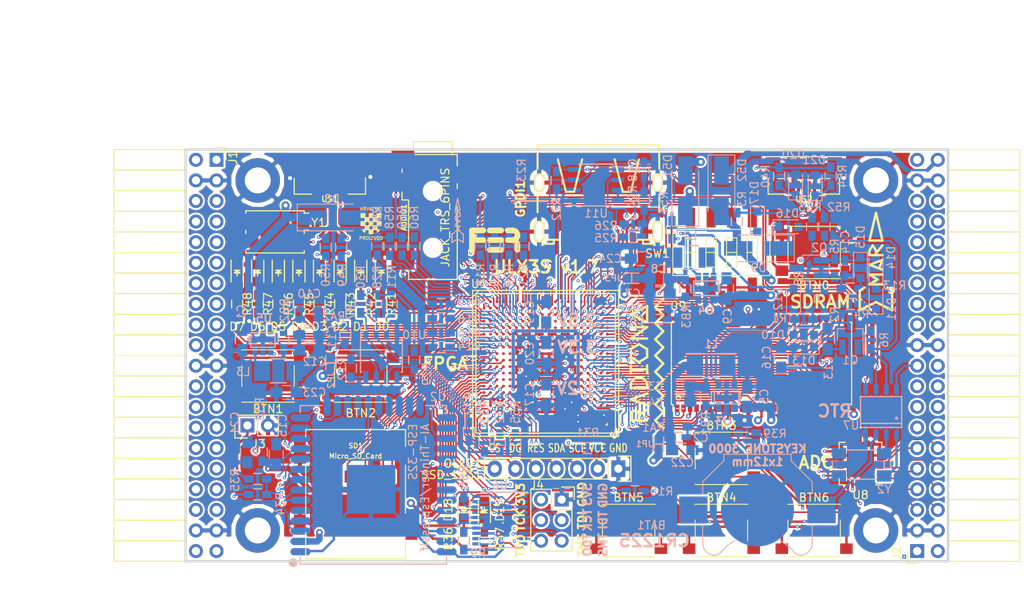
<source format=kicad_pcb>
(kicad_pcb (version 4) (host pcbnew 4.0.7+dfsg1-1)

  (general
    (links 716)
    (no_connects 0)
    (area 71.010001 43.48 197.572001 118.732339)
    (thickness 1.6)
    (drawings 28)
    (tracks 4256)
    (zones 0)
    (modules 164)
    (nets 247)
  )

  (page A4)
  (layers
    (0 F.Cu signal)
    (1 In1.Cu signal)
    (2 In2.Cu signal)
    (31 B.Cu signal)
    (32 B.Adhes user)
    (33 F.Adhes user)
    (34 B.Paste user)
    (35 F.Paste user)
    (36 B.SilkS user)
    (37 F.SilkS user)
    (38 B.Mask user)
    (39 F.Mask user)
    (40 Dwgs.User user)
    (41 Cmts.User user)
    (42 Eco1.User user)
    (43 Eco2.User user)
    (44 Edge.Cuts user)
    (45 Margin user)
    (46 B.CrtYd user)
    (47 F.CrtYd user)
    (48 B.Fab user)
    (49 F.Fab user)
  )

  (setup
    (last_trace_width 0.3)
    (trace_clearance 0.127)
    (zone_clearance 0.254)
    (zone_45_only no)
    (trace_min 0.127)
    (segment_width 0.2)
    (edge_width 0.2)
    (via_size 0.4)
    (via_drill 0.2)
    (via_min_size 0.4)
    (via_min_drill 0.2)
    (uvia_size 0.3)
    (uvia_drill 0.1)
    (uvias_allowed no)
    (uvia_min_size 0.2)
    (uvia_min_drill 0.1)
    (pcb_text_width 0.3)
    (pcb_text_size 1.5 1.5)
    (mod_edge_width 0.15)
    (mod_text_size 1 1)
    (mod_text_width 0.15)
    (pad_size 0.5 0.5)
    (pad_drill 0)
    (pad_to_mask_clearance 0.05)
    (aux_axis_origin 82.67 62.69)
    (grid_origin 86.48 79.2)
    (visible_elements 7FFFFFFF)
    (pcbplotparams
      (layerselection 0x310f0_80000007)
      (usegerberextensions true)
      (excludeedgelayer true)
      (linewidth 0.100000)
      (plotframeref false)
      (viasonmask false)
      (mode 1)
      (useauxorigin false)
      (hpglpennumber 1)
      (hpglpenspeed 20)
      (hpglpendiameter 15)
      (hpglpenoverlay 2)
      (psnegative false)
      (psa4output false)
      (plotreference true)
      (plotvalue true)
      (plotinvisibletext false)
      (padsonsilk false)
      (subtractmaskfromsilk false)
      (outputformat 1)
      (mirror false)
      (drillshape 0)
      (scaleselection 1)
      (outputdirectory plot))
  )

  (net 0 "")
  (net 1 GND)
  (net 2 +5V)
  (net 3 /gpio/IN5V)
  (net 4 /gpio/OUT5V)
  (net 5 +3V3)
  (net 6 +1V2)
  (net 7 BTN_D)
  (net 8 BTN_F1)
  (net 9 BTN_F2)
  (net 10 BTN_L)
  (net 11 BTN_R)
  (net 12 BTN_U)
  (net 13 /power/FB1)
  (net 14 +2V5)
  (net 15 /power/PWREN)
  (net 16 /power/FB3)
  (net 17 /power/FB2)
  (net 18 "Net-(D9-Pad1)")
  (net 19 /power/VBAT)
  (net 20 JTAG_TDI)
  (net 21 JTAG_TCK)
  (net 22 JTAG_TMS)
  (net 23 JTAG_TDO)
  (net 24 /power/WAKEUPn)
  (net 25 /power/WKUP)
  (net 26 /power/SHUT)
  (net 27 /power/WAKE)
  (net 28 /power/HOLD)
  (net 29 /power/WKn)
  (net 30 /power/OSCI_32k)
  (net 31 /power/OSCO_32k)
  (net 32 "Net-(Q2-Pad3)")
  (net 33 SHUTDOWN)
  (net 34 /analog/AUDIO_L)
  (net 35 /analog/AUDIO_R)
  (net 36 GPDI_5V_SCL)
  (net 37 GPDI_5V_SDA)
  (net 38 GPDI_SDA)
  (net 39 GPDI_SCL)
  (net 40 /gpdi/VREF2)
  (net 41 SD_CMD)
  (net 42 SD_CLK)
  (net 43 SD_D0)
  (net 44 SD_D1)
  (net 45 USB5V)
  (net 46 GPDI_CEC)
  (net 47 nRESET)
  (net 48 FTDI_nDTR)
  (net 49 SDRAM_CKE)
  (net 50 SDRAM_A7)
  (net 51 SDRAM_D15)
  (net 52 SDRAM_BA1)
  (net 53 SDRAM_D7)
  (net 54 SDRAM_A6)
  (net 55 SDRAM_CLK)
  (net 56 SDRAM_D13)
  (net 57 SDRAM_BA0)
  (net 58 SDRAM_D6)
  (net 59 SDRAM_A5)
  (net 60 SDRAM_D14)
  (net 61 SDRAM_A11)
  (net 62 SDRAM_D12)
  (net 63 SDRAM_D5)
  (net 64 SDRAM_A4)
  (net 65 SDRAM_A10)
  (net 66 SDRAM_D11)
  (net 67 SDRAM_A3)
  (net 68 SDRAM_D4)
  (net 69 SDRAM_D10)
  (net 70 SDRAM_D9)
  (net 71 SDRAM_A9)
  (net 72 SDRAM_D3)
  (net 73 SDRAM_D8)
  (net 74 SDRAM_A8)
  (net 75 SDRAM_A2)
  (net 76 SDRAM_A1)
  (net 77 SDRAM_A0)
  (net 78 SDRAM_D2)
  (net 79 SDRAM_D1)
  (net 80 SDRAM_D0)
  (net 81 SDRAM_DQM0)
  (net 82 SDRAM_nCS)
  (net 83 SDRAM_nRAS)
  (net 84 SDRAM_DQM1)
  (net 85 SDRAM_nCAS)
  (net 86 SDRAM_nWE)
  (net 87 /flash/FLASH_nWP)
  (net 88 /flash/FLASH_nHOLD)
  (net 89 /flash/FLASH_MOSI)
  (net 90 /flash/FLASH_MISO)
  (net 91 /flash/FLASH_SCK)
  (net 92 /flash/FLASH_nCS)
  (net 93 /flash/FPGA_PROGRAMN)
  (net 94 /flash/FPGA_DONE)
  (net 95 /flash/FPGA_INITN)
  (net 96 OLED_RES)
  (net 97 OLED_DC)
  (net 98 OLED_CS)
  (net 99 WIFI_EN)
  (net 100 FTDI_nRTS)
  (net 101 FTDI_TXD)
  (net 102 FTDI_RXD)
  (net 103 WIFI_RXD)
  (net 104 WIFI_GPIO0)
  (net 105 WIFI_TXD)
  (net 106 GPDI_ETH-)
  (net 107 GPDI_ETH+)
  (net 108 GPDI_D2+)
  (net 109 GPDI_D2-)
  (net 110 GPDI_D1+)
  (net 111 GPDI_D1-)
  (net 112 GPDI_D0+)
  (net 113 GPDI_D0-)
  (net 114 GPDI_CLK+)
  (net 115 GPDI_CLK-)
  (net 116 USB_FTDI_D+)
  (net 117 USB_FTDI_D-)
  (net 118 J1_17-)
  (net 119 J1_17+)
  (net 120 J1_23-)
  (net 121 J1_23+)
  (net 122 J1_25-)
  (net 123 J1_25+)
  (net 124 J1_27-)
  (net 125 J1_27+)
  (net 126 J1_29-)
  (net 127 J1_29+)
  (net 128 J1_31-)
  (net 129 J1_31+)
  (net 130 J1_33-)
  (net 131 J1_33+)
  (net 132 J1_35-)
  (net 133 J1_35+)
  (net 134 J2_5-)
  (net 135 J2_5+)
  (net 136 J2_7-)
  (net 137 J2_7+)
  (net 138 J2_9-)
  (net 139 J2_9+)
  (net 140 J2_13-)
  (net 141 J2_13+)
  (net 142 J2_17-)
  (net 143 J2_17+)
  (net 144 J2_11-)
  (net 145 J2_11+)
  (net 146 J2_23-)
  (net 147 J2_23+)
  (net 148 J1_5-)
  (net 149 J1_5+)
  (net 150 J1_7-)
  (net 151 J1_7+)
  (net 152 J1_9-)
  (net 153 J1_9+)
  (net 154 J1_11-)
  (net 155 J1_11+)
  (net 156 J1_13-)
  (net 157 J1_13+)
  (net 158 J1_15-)
  (net 159 J1_15+)
  (net 160 J2_15-)
  (net 161 J2_15+)
  (net 162 J2_25-)
  (net 163 J2_25+)
  (net 164 J2_27-)
  (net 165 J2_27+)
  (net 166 J2_29-)
  (net 167 J2_29+)
  (net 168 J2_31-)
  (net 169 J2_31+)
  (net 170 J2_33-)
  (net 171 J2_33+)
  (net 172 J2_35-)
  (net 173 J2_35+)
  (net 174 SD_D3)
  (net 175 AUDIO_L3)
  (net 176 AUDIO_L2)
  (net 177 AUDIO_L1)
  (net 178 AUDIO_L0)
  (net 179 AUDIO_R3)
  (net 180 AUDIO_R2)
  (net 181 AUDIO_R1)
  (net 182 AUDIO_R0)
  (net 183 OLED_CLK)
  (net 184 OLED_MOSI)
  (net 185 LED0)
  (net 186 LED1)
  (net 187 LED2)
  (net 188 LED3)
  (net 189 LED4)
  (net 190 LED5)
  (net 191 LED6)
  (net 192 LED7)
  (net 193 BTN_PWRn)
  (net 194 FTDI_nTXLED)
  (net 195 FTDI_nSLEEP)
  (net 196 /blinkey/LED_PWREN)
  (net 197 /blinkey/LED_TXLED)
  (net 198 FT3V3)
  (net 199 /sdcard/SD3V3)
  (net 200 SD_D2)
  (net 201 CLK_25MHz)
  (net 202 /blinkey/BTNPUL)
  (net 203 /blinkey/BTNPUR)
  (net 204 USB_FPGA_D+)
  (net 205 /power/FTDI_nSUSPEND)
  (net 206 /blinkey/ALED0)
  (net 207 /blinkey/ALED1)
  (net 208 /blinkey/ALED2)
  (net 209 /blinkey/ALED3)
  (net 210 /blinkey/ALED4)
  (net 211 /blinkey/ALED5)
  (net 212 /blinkey/ALED6)
  (net 213 /blinkey/ALED7)
  (net 214 /usb/FTD-)
  (net 215 /usb/FTD+)
  (net 216 ADC_MISO)
  (net 217 ADC_MOSI)
  (net 218 ADC_CSn)
  (net 219 ADC_SCLK)
  (net 220 "Net-(R51-Pad2)")
  (net 221 SW3)
  (net 222 SW2)
  (net 223 SW1)
  (net 224 SW0)
  (net 225 USB_FPGA_D-)
  (net 226 /usb/FPD+)
  (net 227 /usb/FPD-)
  (net 228 WIFI_GPIO16)
  (net 229 WIFI_GPIO15)
  (net 230 /usb/ANT_433MHz)
  (net 231 /power/PWRBTn)
  (net 232 PROG_DONE)
  (net 233 /power/P1V2)
  (net 234 /power/P3V3)
  (net 235 /power/P2V5)
  (net 236 /power/L1)
  (net 237 /power/L3)
  (net 238 /power/L2)
  (net 239 FTDI_TXDEN)
  (net 240 /wifi/WIFIOFF)
  (net 241 SDRAM_A12)
  (net 242 /analog/AUDIO_V)
  (net 243 AUDIO_V3)
  (net 244 AUDIO_V2)
  (net 245 AUDIO_V1)
  (net 246 AUDIO_V0)

  (net_class Default "This is the default net class."
    (clearance 0.127)
    (trace_width 0.3)
    (via_dia 0.4)
    (via_drill 0.2)
    (uvia_dia 0.3)
    (uvia_drill 0.1)
    (add_net +1V2)
    (add_net +2V5)
    (add_net +3V3)
    (add_net +5V)
    (add_net /analog/AUDIO_L)
    (add_net /analog/AUDIO_R)
    (add_net /analog/AUDIO_V)
    (add_net /blinkey/ALED0)
    (add_net /blinkey/ALED1)
    (add_net /blinkey/ALED2)
    (add_net /blinkey/ALED3)
    (add_net /blinkey/ALED4)
    (add_net /blinkey/ALED5)
    (add_net /blinkey/ALED6)
    (add_net /blinkey/ALED7)
    (add_net /blinkey/BTNPUL)
    (add_net /blinkey/BTNPUR)
    (add_net /blinkey/LED_PWREN)
    (add_net /blinkey/LED_TXLED)
    (add_net /gpdi/VREF2)
    (add_net /gpio/IN5V)
    (add_net /gpio/OUT5V)
    (add_net /power/FB1)
    (add_net /power/FB2)
    (add_net /power/FB3)
    (add_net /power/FTDI_nSUSPEND)
    (add_net /power/HOLD)
    (add_net /power/L1)
    (add_net /power/L2)
    (add_net /power/L3)
    (add_net /power/OSCI_32k)
    (add_net /power/OSCO_32k)
    (add_net /power/P1V2)
    (add_net /power/P2V5)
    (add_net /power/P3V3)
    (add_net /power/PWRBTn)
    (add_net /power/PWREN)
    (add_net /power/SHUT)
    (add_net /power/VBAT)
    (add_net /power/WAKE)
    (add_net /power/WAKEUPn)
    (add_net /power/WKUP)
    (add_net /power/WKn)
    (add_net /sdcard/SD3V3)
    (add_net /usb/ANT_433MHz)
    (add_net /usb/FPD+)
    (add_net /usb/FPD-)
    (add_net /usb/FTD+)
    (add_net /usb/FTD-)
    (add_net /wifi/WIFIOFF)
    (add_net FT3V3)
    (add_net GND)
    (add_net "Net-(D9-Pad1)")
    (add_net "Net-(Q2-Pad3)")
    (add_net "Net-(R51-Pad2)")
    (add_net USB5V)
  )

  (net_class BGA ""
    (clearance 0.127)
    (trace_width 0.19)
    (via_dia 0.4)
    (via_drill 0.2)
    (uvia_dia 0.3)
    (uvia_drill 0.1)
    (add_net /flash/FLASH_MISO)
    (add_net /flash/FLASH_MOSI)
    (add_net /flash/FLASH_SCK)
    (add_net /flash/FLASH_nCS)
    (add_net /flash/FLASH_nHOLD)
    (add_net /flash/FLASH_nWP)
    (add_net /flash/FPGA_DONE)
    (add_net /flash/FPGA_INITN)
    (add_net /flash/FPGA_PROGRAMN)
    (add_net ADC_CSn)
    (add_net ADC_MISO)
    (add_net ADC_MOSI)
    (add_net ADC_SCLK)
    (add_net AUDIO_L0)
    (add_net AUDIO_L1)
    (add_net AUDIO_L2)
    (add_net AUDIO_L3)
    (add_net AUDIO_R0)
    (add_net AUDIO_R1)
    (add_net AUDIO_R2)
    (add_net AUDIO_R3)
    (add_net BTN_D)
    (add_net BTN_F1)
    (add_net BTN_F2)
    (add_net BTN_L)
    (add_net BTN_PWRn)
    (add_net BTN_R)
    (add_net BTN_U)
    (add_net CLK_25MHz)
    (add_net FTDI_RXD)
    (add_net FTDI_TXD)
    (add_net FTDI_TXDEN)
    (add_net FTDI_nDTR)
    (add_net FTDI_nRTS)
    (add_net FTDI_nSLEEP)
    (add_net FTDI_nTXLED)
    (add_net GPDI_5V_SCL)
    (add_net GPDI_5V_SDA)
    (add_net GPDI_CEC)
    (add_net GPDI_CLK+)
    (add_net GPDI_CLK-)
    (add_net GPDI_D0+)
    (add_net GPDI_D0-)
    (add_net GPDI_D1+)
    (add_net GPDI_D1-)
    (add_net GPDI_D2+)
    (add_net GPDI_D2-)
    (add_net GPDI_ETH+)
    (add_net GPDI_ETH-)
    (add_net GPDI_SCL)
    (add_net GPDI_SDA)
    (add_net J1_11+)
    (add_net J1_11-)
    (add_net J1_13+)
    (add_net J1_13-)
    (add_net J1_15+)
    (add_net J1_15-)
    (add_net J1_17+)
    (add_net J1_17-)
    (add_net J1_23+)
    (add_net J1_23-)
    (add_net J1_25+)
    (add_net J1_25-)
    (add_net J1_27+)
    (add_net J1_27-)
    (add_net J1_29+)
    (add_net J1_29-)
    (add_net J1_31+)
    (add_net J1_31-)
    (add_net J1_33+)
    (add_net J1_33-)
    (add_net J1_35+)
    (add_net J1_35-)
    (add_net J1_5+)
    (add_net J1_5-)
    (add_net J1_7+)
    (add_net J1_7-)
    (add_net J1_9+)
    (add_net J1_9-)
    (add_net J2_11+)
    (add_net J2_11-)
    (add_net J2_13+)
    (add_net J2_13-)
    (add_net J2_15+)
    (add_net J2_15-)
    (add_net J2_17+)
    (add_net J2_17-)
    (add_net J2_23+)
    (add_net J2_23-)
    (add_net J2_25+)
    (add_net J2_25-)
    (add_net J2_27+)
    (add_net J2_27-)
    (add_net J2_29+)
    (add_net J2_29-)
    (add_net J2_31+)
    (add_net J2_31-)
    (add_net J2_33+)
    (add_net J2_33-)
    (add_net J2_35+)
    (add_net J2_35-)
    (add_net J2_5+)
    (add_net J2_5-)
    (add_net J2_7+)
    (add_net J2_7-)
    (add_net J2_9+)
    (add_net J2_9-)
    (add_net JTAG_TCK)
    (add_net JTAG_TDI)
    (add_net JTAG_TDO)
    (add_net JTAG_TMS)
    (add_net LED0)
    (add_net LED1)
    (add_net LED2)
    (add_net LED3)
    (add_net LED4)
    (add_net LED5)
    (add_net LED6)
    (add_net LED7)
    (add_net OLED_CLK)
    (add_net OLED_CS)
    (add_net OLED_DC)
    (add_net OLED_MOSI)
    (add_net OLED_RES)
    (add_net PROG_DONE)
    (add_net SDRAM_A0)
    (add_net SDRAM_A1)
    (add_net SDRAM_A10)
    (add_net SDRAM_A11)
    (add_net SDRAM_A12)
    (add_net SDRAM_A2)
    (add_net SDRAM_A3)
    (add_net SDRAM_A4)
    (add_net SDRAM_A5)
    (add_net SDRAM_A6)
    (add_net SDRAM_A7)
    (add_net SDRAM_A8)
    (add_net SDRAM_A9)
    (add_net SDRAM_BA0)
    (add_net SDRAM_BA1)
    (add_net SDRAM_CKE)
    (add_net SDRAM_CLK)
    (add_net SDRAM_D0)
    (add_net SDRAM_D1)
    (add_net SDRAM_D10)
    (add_net SDRAM_D11)
    (add_net SDRAM_D12)
    (add_net SDRAM_D13)
    (add_net SDRAM_D14)
    (add_net SDRAM_D15)
    (add_net SDRAM_D2)
    (add_net SDRAM_D3)
    (add_net SDRAM_D4)
    (add_net SDRAM_D5)
    (add_net SDRAM_D6)
    (add_net SDRAM_D7)
    (add_net SDRAM_D8)
    (add_net SDRAM_D9)
    (add_net SDRAM_DQM0)
    (add_net SDRAM_DQM1)
    (add_net SDRAM_nCAS)
    (add_net SDRAM_nCS)
    (add_net SDRAM_nRAS)
    (add_net SDRAM_nWE)
    (add_net SD_CLK)
    (add_net SD_CMD)
    (add_net SD_D0)
    (add_net SD_D1)
    (add_net SD_D2)
    (add_net SD_D3)
    (add_net SHUTDOWN)
    (add_net SW0)
    (add_net SW1)
    (add_net SW3)
    (add_net USB_FPGA_D+)
    (add_net USB_FPGA_D-)
    (add_net USB_FTDI_D+)
    (add_net USB_FTDI_D-)
    (add_net WIFI_EN)
    (add_net WIFI_GPIO0)
    (add_net WIFI_GPIO15)
    (add_net WIFI_GPIO16)
    (add_net WIFI_RXD)
    (add_net WIFI_TXD)
    (add_net nRESET)
  )

  (net_class Minimal ""
    (clearance 0.127)
    (trace_width 0.127)
    (via_dia 0.4)
    (via_drill 0.2)
    (uvia_dia 0.3)
    (uvia_drill 0.1)
    (add_net AUDIO_V0)
    (add_net AUDIO_V1)
    (add_net AUDIO_V2)
    (add_net AUDIO_V3)
    (add_net SW2)
  )

  (module SMD_Packages:1Pin (layer F.Cu) (tedit 59F891E7) (tstamp 59C3DCCD)
    (at 182.67515 111.637626)
    (descr "module 1 pin (ou trou mecanique de percage)")
    (tags DEV)
    (path /58D6BF46/59C3AE47)
    (fp_text reference AE1 (at -3.236 3.798) (layer F.SilkS) hide
      (effects (font (size 1 1) (thickness 0.15)))
    )
    (fp_text value 433MHz (at 2.606 3.798) (layer F.Fab) hide
      (effects (font (size 1 1) (thickness 0.15)))
    )
    (pad 1 smd rect (at 0 0) (size 0.5 0.5) (layers B.Cu F.Paste F.Mask)
      (net 230 /usb/ANT_433MHz))
  )

  (module Resistors_SMD:R_0603_HandSoldering (layer B.Cu) (tedit 58307AEF) (tstamp 590C5C33)
    (at 103.498 98.758 90)
    (descr "Resistor SMD 0603, hand soldering")
    (tags "resistor 0603")
    (path /58DA7327/590C5D62)
    (attr smd)
    (fp_text reference R38 (at 5.334 -0.254 90) (layer B.SilkS)
      (effects (font (size 1 1) (thickness 0.15)) (justify mirror))
    )
    (fp_text value 0.47 (at 3.386 0 90) (layer B.Fab)
      (effects (font (size 1 1) (thickness 0.15)) (justify mirror))
    )
    (fp_line (start -0.8 -0.4) (end -0.8 0.4) (layer B.Fab) (width 0.1))
    (fp_line (start 0.8 -0.4) (end -0.8 -0.4) (layer B.Fab) (width 0.1))
    (fp_line (start 0.8 0.4) (end 0.8 -0.4) (layer B.Fab) (width 0.1))
    (fp_line (start -0.8 0.4) (end 0.8 0.4) (layer B.Fab) (width 0.1))
    (fp_line (start -2 0.8) (end 2 0.8) (layer B.CrtYd) (width 0.05))
    (fp_line (start -2 -0.8) (end 2 -0.8) (layer B.CrtYd) (width 0.05))
    (fp_line (start -2 0.8) (end -2 -0.8) (layer B.CrtYd) (width 0.05))
    (fp_line (start 2 0.8) (end 2 -0.8) (layer B.CrtYd) (width 0.05))
    (fp_line (start 0.5 -0.675) (end -0.5 -0.675) (layer B.SilkS) (width 0.15))
    (fp_line (start -0.5 0.675) (end 0.5 0.675) (layer B.SilkS) (width 0.15))
    (pad 1 smd rect (at -1.1 0 90) (size 1.2 0.9) (layers B.Cu B.Paste B.Mask)
      (net 199 /sdcard/SD3V3))
    (pad 2 smd rect (at 1.1 0 90) (size 1.2 0.9) (layers B.Cu B.Paste B.Mask)
      (net 5 +3V3))
    (model Resistors_SMD.3dshapes/R_0603_HandSoldering.wrl
      (at (xyz 0 0 0))
      (scale (xyz 1 1 1))
      (rotate (xyz 0 0 0))
    )
    (model Resistors_SMD.3dshapes/R_0603.wrl
      (at (xyz 0 0 0))
      (scale (xyz 1 1 1))
      (rotate (xyz 0 0 0))
    )
  )

  (module jumper:SOLDER-JUMPER_1-WAY (layer B.Cu) (tedit 59DFC21C) (tstamp 59DFBD53)
    (at 152.393 97.742 270)
    (path /58D51CAD/59DFB08A)
    (fp_text reference JP1 (at 0 1.778 360) (layer B.SilkS)
      (effects (font (size 0.762 0.762) (thickness 0.1524)) (justify mirror))
    )
    (fp_text value 1.2 (at 0 -1.524 270) (layer B.SilkS) hide
      (effects (font (size 0.762 0.762) (thickness 0.1524)) (justify mirror))
    )
    (fp_line (start 0 0.635) (end 0 -0.635) (layer B.SilkS) (width 0.15))
    (fp_line (start -0.889 -0.635) (end 0.889 -0.635) (layer B.SilkS) (width 0.15))
    (fp_line (start -0.889 0.635) (end 0.889 0.635) (layer B.SilkS) (width 0.15))
    (pad 1 smd rect (at -0.6 0 270) (size 1 1) (layers B.Cu B.Paste B.Mask)
      (net 233 /power/P1V2))
    (pad 2 smd rect (at 0.6 0 270) (size 1 1) (layers B.Cu B.Paste B.Mask)
      (net 6 +1V2))
  )

  (module ESP32-footprints-Lib:ESP-32S (layer B.Cu) (tedit 59DF4284) (tstamp 58E56AFE)
    (at 117.313 101.513)
    (path /58D6D447/58E5662B)
    (fp_text reference U2 (at 7.902 -9.613 180) (layer B.SilkS)
      (effects (font (size 1 1) (thickness 0.15)) (justify mirror))
    )
    (fp_text value ESP-32S (at 0.155 9.691) (layer B.Fab)
      (effects (font (size 1 1) (thickness 0.15)) (justify mirror))
    )
    (fp_line (start -9.0805 11.049) (end -9.0805 10.16) (layer B.SilkS) (width 0.15))
    (fp_line (start 8.9535 11.049) (end -9.0805 11.049) (layer B.SilkS) (width 0.15))
    (fp_line (start 8.9535 10.16) (end 8.9535 11.049) (layer B.SilkS) (width 0.15))
    (fp_line (start 8.9535 -8.509) (end 8.9535 -7.62) (layer B.SilkS) (width 0.15))
    (fp_line (start 6.35 -8.509) (end 8.9535 -8.509) (layer B.SilkS) (width 0.15))
    (fp_line (start -9.0805 -8.509) (end -6.35 -8.509) (layer B.SilkS) (width 0.15))
    (fp_line (start -9.0805 -7.62) (end -9.0805 -8.509) (layer B.SilkS) (width 0.15))
    (fp_text user AI-Thinker/Espressif (at 6.3 1.6 270) (layer B.SilkS)
      (effects (font (size 1 1) (thickness 0.15)) (justify mirror))
    )
    (fp_circle (center -9.958566 10.871338) (end -10.085566 11.125338) (layer B.SilkS) (width 0.5))
    (fp_text user ESP-32S (at 4.8 -2.8 270) (layer B.SilkS)
      (effects (font (size 1 1) (thickness 0.15)) (justify mirror))
    )
    (fp_line (start 8.947434 11.017338) (end -9.052566 11.017338) (layer B.Fab) (width 0.15))
    (fp_line (start -9.052566 17.017338) (end -9.052566 -8.482662) (layer B.Fab) (width 0.15))
    (fp_line (start 8.947434 17.017338) (end 8.947434 -8.482662) (layer B.Fab) (width 0.15))
    (fp_line (start 8.947434 -8.482662) (end -9.052566 -8.482662) (layer B.Fab) (width 0.15))
    (fp_line (start 8.947434 17.017338) (end -9.052566 17.017338) (layer B.Fab) (width 0.15))
    (pad 38 smd oval (at 8.947434 9.517338 180) (size 2.5 0.9) (layers B.Cu B.Paste B.Mask)
      (net 1 GND))
    (pad 37 smd oval (at 8.947434 8.247338 180) (size 2.5 0.9) (layers B.Cu B.Paste B.Mask))
    (pad 36 smd oval (at 8.947434 6.977338 180) (size 2.5 0.9) (layers B.Cu B.Paste B.Mask)
      (net 232 PROG_DONE))
    (pad 35 smd oval (at 8.947434 5.707338 180) (size 2.5 0.9) (layers B.Cu B.Paste B.Mask)
      (net 105 WIFI_TXD))
    (pad 34 smd oval (at 8.947434 4.437338 180) (size 2.5 0.9) (layers B.Cu B.Paste B.Mask)
      (net 103 WIFI_RXD))
    (pad 33 smd oval (at 8.947434 3.167338 180) (size 2.5 0.9) (layers B.Cu B.Paste B.Mask)
      (net 22 JTAG_TMS))
    (pad 32 smd oval (at 8.947434 1.897338 180) (size 2.5 0.9) (layers B.Cu B.Paste B.Mask))
    (pad 31 smd oval (at 8.947434 0.627338 180) (size 2.5 0.9) (layers B.Cu B.Paste B.Mask)
      (net 20 JTAG_TDI))
    (pad 30 smd oval (at 8.947434 -0.642662 180) (size 2.5 0.9) (layers B.Cu B.Paste B.Mask)
      (net 21 JTAG_TCK))
    (pad 29 smd oval (at 8.947434 -1.912662 180) (size 2.5 0.9) (layers B.Cu B.Paste B.Mask))
    (pad 28 smd oval (at 8.947434 -3.182662 180) (size 2.5 0.9) (layers B.Cu B.Paste B.Mask)
      (net 23 JTAG_TDO))
    (pad 27 smd oval (at 8.947434 -4.452662 180) (size 2.5 0.9) (layers B.Cu B.Paste B.Mask)
      (net 228 WIFI_GPIO16))
    (pad 26 smd oval (at 8.947434 -5.722662 180) (size 2.5 0.9) (layers B.Cu B.Paste B.Mask))
    (pad 25 smd oval (at 8.947434 -6.992662 180) (size 2.5 0.9) (layers B.Cu B.Paste B.Mask)
      (net 104 WIFI_GPIO0))
    (pad 24 smd oval (at 5.662434 -8.482662 180) (size 0.9 2.5) (layers B.Cu B.Paste B.Mask))
    (pad 23 smd oval (at 4.392434 -8.482662 180) (size 0.9 2.5) (layers B.Cu B.Paste B.Mask)
      (net 229 WIFI_GPIO15))
    (pad 22 smd oval (at 3.122434 -8.482662 180) (size 0.9 2.5) (layers B.Cu B.Paste B.Mask)
      (net 44 SD_D1))
    (pad 21 smd oval (at 1.852434 -8.482662 180) (size 0.9 2.5) (layers B.Cu B.Paste B.Mask)
      (net 43 SD_D0))
    (pad 20 smd oval (at 0.582434 -8.482662 180) (size 0.9 2.5) (layers B.Cu B.Paste B.Mask)
      (net 42 SD_CLK))
    (pad 19 smd oval (at -0.687566 -8.482662 180) (size 0.9 2.5) (layers B.Cu B.Paste B.Mask)
      (net 41 SD_CMD))
    (pad 18 smd oval (at -1.957566 -8.482662 180) (size 0.9 2.5) (layers B.Cu B.Paste B.Mask))
    (pad 17 smd oval (at -3.227566 -8.482662 180) (size 0.9 2.5) (layers B.Cu B.Paste B.Mask))
    (pad 16 smd oval (at -4.497566 -8.482662 180) (size 0.9 2.5) (layers B.Cu B.Paste B.Mask)
      (net 124 J1_27-))
    (pad 15 smd oval (at -5.767566 -8.482662 180) (size 0.9 2.5) (layers B.Cu B.Paste B.Mask)
      (net 1 GND))
    (pad 14 smd oval (at -9.052566 -6.992662 180) (size 2.5 0.9) (layers B.Cu B.Paste B.Mask)
      (net 125 J1_27+))
    (pad 13 smd oval (at -9.052566 -5.722662 180) (size 2.5 0.9) (layers B.Cu B.Paste B.Mask)
      (net 126 J1_29-))
    (pad 12 smd oval (at -9.052566 -4.452662 180) (size 2.5 0.9) (layers B.Cu B.Paste B.Mask)
      (net 127 J1_29+))
    (pad 11 smd oval (at -9.052566 -3.182662 180) (size 2.5 0.9) (layers B.Cu B.Paste B.Mask)
      (net 128 J1_31-))
    (pad 10 smd oval (at -9.052566 -1.912662 180) (size 2.5 0.9) (layers B.Cu B.Paste B.Mask)
      (net 129 J1_31+))
    (pad 9 smd oval (at -9.052566 -0.642662 180) (size 2.5 0.9) (layers B.Cu B.Paste B.Mask)
      (net 130 J1_33-))
    (pad 8 smd oval (at -9.052566 0.627338 180) (size 2.5 0.9) (layers B.Cu B.Paste B.Mask)
      (net 131 J1_33+))
    (pad 7 smd oval (at -9.052566 1.897338 180) (size 2.5 0.9) (layers B.Cu B.Paste B.Mask)
      (net 132 J1_35-))
    (pad 6 smd oval (at -9.052566 3.167338 180) (size 2.5 0.9) (layers B.Cu B.Paste B.Mask)
      (net 133 J1_35+))
    (pad 5 smd oval (at -9.052566 4.437338 180) (size 2.5 0.9) (layers B.Cu B.Paste B.Mask))
    (pad 4 smd oval (at -9.052566 5.707338 180) (size 2.5 0.9) (layers B.Cu B.Paste B.Mask))
    (pad 3 smd oval (at -9.052566 6.977338 180) (size 2.5 0.9) (layers B.Cu B.Paste B.Mask)
      (net 99 WIFI_EN))
    (pad 2 smd oval (at -9.052566 8.247338 180) (size 2.5 0.9) (layers B.Cu B.Paste B.Mask)
      (net 5 +3V3))
    (pad 1 smd oval (at -9.052566 9.517338 180) (size 2.5 0.9) (layers B.Cu B.Paste B.Mask)
      (net 1 GND))
    (pad 39 smd rect (at -0.352566 1.817338 180) (size 6 6) (layers B.Cu B.Paste B.Mask)
      (net 1 GND))
  )

  (module Diodes_SMD:D_SMA_Handsoldering (layer B.Cu) (tedit 59D564F6) (tstamp 59D3C50D)
    (at 155.695 66.5 90)
    (descr "Diode SMA (DO-214AC) Handsoldering")
    (tags "Diode SMA (DO-214AC) Handsoldering")
    (path /56AC389C/56AC483B)
    (attr smd)
    (fp_text reference D51 (at 3.048 -2.159 90) (layer B.SilkS)
      (effects (font (size 1 1) (thickness 0.15)) (justify mirror))
    )
    (fp_text value STPS2L30AF (at 0 -2.6 90) (layer B.Fab) hide
      (effects (font (size 1 1) (thickness 0.15)) (justify mirror))
    )
    (fp_text user %R (at 3.048 -2.159 90) (layer B.Fab) hide
      (effects (font (size 1 1) (thickness 0.15)) (justify mirror))
    )
    (fp_line (start -4.4 1.65) (end -4.4 -1.65) (layer B.SilkS) (width 0.12))
    (fp_line (start 2.3 -1.5) (end -2.3 -1.5) (layer B.Fab) (width 0.1))
    (fp_line (start -2.3 -1.5) (end -2.3 1.5) (layer B.Fab) (width 0.1))
    (fp_line (start 2.3 1.5) (end 2.3 -1.5) (layer B.Fab) (width 0.1))
    (fp_line (start 2.3 1.5) (end -2.3 1.5) (layer B.Fab) (width 0.1))
    (fp_line (start -4.5 1.75) (end 4.5 1.75) (layer B.CrtYd) (width 0.05))
    (fp_line (start 4.5 1.75) (end 4.5 -1.75) (layer B.CrtYd) (width 0.05))
    (fp_line (start 4.5 -1.75) (end -4.5 -1.75) (layer B.CrtYd) (width 0.05))
    (fp_line (start -4.5 -1.75) (end -4.5 1.75) (layer B.CrtYd) (width 0.05))
    (fp_line (start -0.64944 -0.00102) (end -1.55114 -0.00102) (layer B.Fab) (width 0.1))
    (fp_line (start 0.50118 -0.00102) (end 1.4994 -0.00102) (layer B.Fab) (width 0.1))
    (fp_line (start -0.64944 0.79908) (end -0.64944 -0.80112) (layer B.Fab) (width 0.1))
    (fp_line (start 0.50118 -0.75032) (end 0.50118 0.79908) (layer B.Fab) (width 0.1))
    (fp_line (start -0.64944 -0.00102) (end 0.50118 -0.75032) (layer B.Fab) (width 0.1))
    (fp_line (start -0.64944 -0.00102) (end 0.50118 0.79908) (layer B.Fab) (width 0.1))
    (fp_line (start -4.4 -1.65) (end 2.5 -1.65) (layer B.SilkS) (width 0.12))
    (fp_line (start -4.4 1.65) (end 2.5 1.65) (layer B.SilkS) (width 0.12))
    (pad 1 smd rect (at -2.5 0 90) (size 3.5 1.8) (layers B.Cu B.Paste B.Mask)
      (net 2 +5V))
    (pad 2 smd rect (at 2.5 0 90) (size 3.5 1.8) (layers B.Cu B.Paste B.Mask)
      (net 3 /gpio/IN5V))
    (model ${KISYS3DMOD}/Diodes_SMD.3dshapes/D_SMA.wrl
      (at (xyz 0 0 0))
      (scale (xyz 1 1 1))
      (rotate (xyz 0 0 0))
    )
  )

  (module Resistors_SMD:R_0603_HandSoldering (layer B.Cu) (tedit 58307AEF) (tstamp 595B8F7A)
    (at 154.044 71.326 90)
    (descr "Resistor SMD 0603, hand soldering")
    (tags "resistor 0603")
    (path /58D6547C/595B9C2F)
    (attr smd)
    (fp_text reference R51 (at 3.302 -1.016 90) (layer B.SilkS)
      (effects (font (size 1 1) (thickness 0.15)) (justify mirror))
    )
    (fp_text value 220 (at 3.556 -0.508 90) (layer B.Fab)
      (effects (font (size 1 1) (thickness 0.15)) (justify mirror))
    )
    (fp_line (start -0.8 -0.4) (end -0.8 0.4) (layer B.Fab) (width 0.1))
    (fp_line (start 0.8 -0.4) (end -0.8 -0.4) (layer B.Fab) (width 0.1))
    (fp_line (start 0.8 0.4) (end 0.8 -0.4) (layer B.Fab) (width 0.1))
    (fp_line (start -0.8 0.4) (end 0.8 0.4) (layer B.Fab) (width 0.1))
    (fp_line (start -2 0.8) (end 2 0.8) (layer B.CrtYd) (width 0.05))
    (fp_line (start -2 -0.8) (end 2 -0.8) (layer B.CrtYd) (width 0.05))
    (fp_line (start -2 0.8) (end -2 -0.8) (layer B.CrtYd) (width 0.05))
    (fp_line (start 2 0.8) (end 2 -0.8) (layer B.CrtYd) (width 0.05))
    (fp_line (start 0.5 -0.675) (end -0.5 -0.675) (layer B.SilkS) (width 0.15))
    (fp_line (start -0.5 0.675) (end 0.5 0.675) (layer B.SilkS) (width 0.15))
    (pad 1 smd rect (at -1.1 0 90) (size 1.2 0.9) (layers B.Cu B.Paste B.Mask)
      (net 5 +3V3))
    (pad 2 smd rect (at 1.1 0 90) (size 1.2 0.9) (layers B.Cu B.Paste B.Mask)
      (net 220 "Net-(R51-Pad2)"))
    (model Resistors_SMD.3dshapes/R_0603.wrl
      (at (xyz 0 0 0))
      (scale (xyz 1 1 1))
      (rotate (xyz 0 0 0))
    )
  )

  (module Resistors_SMD:R_1210_HandSoldering (layer B.Cu) (tedit 58307C8D) (tstamp 58D58A37)
    (at 158.87 88.09 180)
    (descr "Resistor SMD 1210, hand soldering")
    (tags "resistor 1210")
    (path /58D51CAD/58D59D36)
    (attr smd)
    (fp_text reference L1 (at 0 2.7 180) (layer B.SilkS)
      (effects (font (size 1 1) (thickness 0.15)) (justify mirror))
    )
    (fp_text value 2.2uH (at 0 2.032 180) (layer B.Fab)
      (effects (font (size 1 1) (thickness 0.15)) (justify mirror))
    )
    (fp_line (start -1.6 -1.25) (end -1.6 1.25) (layer B.Fab) (width 0.1))
    (fp_line (start 1.6 -1.25) (end -1.6 -1.25) (layer B.Fab) (width 0.1))
    (fp_line (start 1.6 1.25) (end 1.6 -1.25) (layer B.Fab) (width 0.1))
    (fp_line (start -1.6 1.25) (end 1.6 1.25) (layer B.Fab) (width 0.1))
    (fp_line (start -3.3 1.6) (end 3.3 1.6) (layer B.CrtYd) (width 0.05))
    (fp_line (start -3.3 -1.6) (end 3.3 -1.6) (layer B.CrtYd) (width 0.05))
    (fp_line (start -3.3 1.6) (end -3.3 -1.6) (layer B.CrtYd) (width 0.05))
    (fp_line (start 3.3 1.6) (end 3.3 -1.6) (layer B.CrtYd) (width 0.05))
    (fp_line (start 1 -1.475) (end -1 -1.475) (layer B.SilkS) (width 0.15))
    (fp_line (start -1 1.475) (end 1 1.475) (layer B.SilkS) (width 0.15))
    (pad 1 smd rect (at -2 0 180) (size 2 2.5) (layers B.Cu B.Paste B.Mask)
      (net 236 /power/L1))
    (pad 2 smd rect (at 2 0 180) (size 2 2.5) (layers B.Cu B.Paste B.Mask)
      (net 233 /power/P1V2))
    (model Inductors_SMD.3dshapes/L_1210.wrl
      (at (xyz 0 0 0))
      (scale (xyz 1 1 1))
      (rotate (xyz 0 0 0))
    )
  )

  (module TSOT-25:TSOT-25 (layer B.Cu) (tedit 59CD7E8F) (tstamp 58D5976E)
    (at 160.775 91.9)
    (path /58D51CAD/58D58840)
    (fp_text reference U3 (at -0.381 3.048) (layer B.SilkS)
      (effects (font (size 1 1) (thickness 0.2)) (justify mirror))
    )
    (fp_text value AP3429A (at 0 2.286) (layer B.Fab)
      (effects (font (size 0.4 0.4) (thickness 0.1)) (justify mirror))
    )
    (fp_circle (center -1 -0.4) (end -0.95 -0.5) (layer B.SilkS) (width 0.15))
    (fp_line (start -1.5 0.9) (end 1.5 0.9) (layer B.SilkS) (width 0.15))
    (fp_line (start 1.5 0.9) (end 1.5 -0.9) (layer B.SilkS) (width 0.15))
    (fp_line (start 1.5 -0.9) (end -1.5 -0.9) (layer B.SilkS) (width 0.15))
    (fp_line (start -1.5 -0.9) (end -1.5 0.9) (layer B.SilkS) (width 0.15))
    (pad 1 smd rect (at -0.95 -1.3) (size 0.7 1.2) (layers B.Cu B.Paste B.Mask)
      (net 15 /power/PWREN))
    (pad 2 smd rect (at 0 -1.3) (size 0.7 1.2) (layers B.Cu B.Paste B.Mask)
      (net 1 GND))
    (pad 3 smd rect (at 0.95 -1.3) (size 0.7 1.2) (layers B.Cu B.Paste B.Mask)
      (net 236 /power/L1))
    (pad 4 smd rect (at 0.95 1.3) (size 0.7 1.2) (layers B.Cu B.Paste B.Mask)
      (net 2 +5V))
    (pad 5 smd rect (at -0.95 1.3) (size 0.7 1.2) (layers B.Cu B.Paste B.Mask)
      (net 13 /power/FB1))
    (model TO_SOT_Packages_SMD.3dshapes/SOT-23-5.wrl
      (at (xyz 0 0 0))
      (scale (xyz 1 1 1))
      (rotate (xyz 0 0 -90))
    )
  )

  (module Resistors_SMD:R_1210_HandSoldering (layer B.Cu) (tedit 58307C8D) (tstamp 58D599B2)
    (at 156.33 74.755 180)
    (descr "Resistor SMD 1210, hand soldering")
    (tags "resistor 1210")
    (path /58D51CAD/58D62964)
    (attr smd)
    (fp_text reference L2 (at 0 2.7 180) (layer B.SilkS)
      (effects (font (size 1 1) (thickness 0.15)) (justify mirror))
    )
    (fp_text value 2.2uH (at -1.016 2.159 180) (layer B.Fab)
      (effects (font (size 1 1) (thickness 0.15)) (justify mirror))
    )
    (fp_line (start -1.6 -1.25) (end -1.6 1.25) (layer B.Fab) (width 0.1))
    (fp_line (start 1.6 -1.25) (end -1.6 -1.25) (layer B.Fab) (width 0.1))
    (fp_line (start 1.6 1.25) (end 1.6 -1.25) (layer B.Fab) (width 0.1))
    (fp_line (start -1.6 1.25) (end 1.6 1.25) (layer B.Fab) (width 0.1))
    (fp_line (start -3.3 1.6) (end 3.3 1.6) (layer B.CrtYd) (width 0.05))
    (fp_line (start -3.3 -1.6) (end 3.3 -1.6) (layer B.CrtYd) (width 0.05))
    (fp_line (start -3.3 1.6) (end -3.3 -1.6) (layer B.CrtYd) (width 0.05))
    (fp_line (start 3.3 1.6) (end 3.3 -1.6) (layer B.CrtYd) (width 0.05))
    (fp_line (start 1 -1.475) (end -1 -1.475) (layer B.SilkS) (width 0.15))
    (fp_line (start -1 1.475) (end 1 1.475) (layer B.SilkS) (width 0.15))
    (pad 1 smd rect (at -2 0 180) (size 2 2.5) (layers B.Cu B.Paste B.Mask)
      (net 237 /power/L3))
    (pad 2 smd rect (at 2 0 180) (size 2 2.5) (layers B.Cu B.Paste B.Mask)
      (net 234 /power/P3V3))
    (model Inductors_SMD.3dshapes/L_1210.wrl
      (at (xyz 0 0 0))
      (scale (xyz 1 1 1))
      (rotate (xyz 0 0 0))
    )
  )

  (module TSOT-25:TSOT-25 (layer B.Cu) (tedit 59CD7E82) (tstamp 58D599CD)
    (at 158.235 78.535)
    (path /58D51CAD/58D62946)
    (fp_text reference U4 (at 0 2.697) (layer B.SilkS)
      (effects (font (size 1 1) (thickness 0.2)) (justify mirror))
    )
    (fp_text value AP3429A (at 0 2.443) (layer B.Fab)
      (effects (font (size 0.4 0.4) (thickness 0.1)) (justify mirror))
    )
    (fp_circle (center -1 -0.4) (end -0.95 -0.5) (layer B.SilkS) (width 0.15))
    (fp_line (start -1.5 0.9) (end 1.5 0.9) (layer B.SilkS) (width 0.15))
    (fp_line (start 1.5 0.9) (end 1.5 -0.9) (layer B.SilkS) (width 0.15))
    (fp_line (start 1.5 -0.9) (end -1.5 -0.9) (layer B.SilkS) (width 0.15))
    (fp_line (start -1.5 -0.9) (end -1.5 0.9) (layer B.SilkS) (width 0.15))
    (pad 1 smd rect (at -0.95 -1.3) (size 0.7 1.2) (layers B.Cu B.Paste B.Mask)
      (net 15 /power/PWREN))
    (pad 2 smd rect (at 0 -1.3) (size 0.7 1.2) (layers B.Cu B.Paste B.Mask)
      (net 1 GND))
    (pad 3 smd rect (at 0.95 -1.3) (size 0.7 1.2) (layers B.Cu B.Paste B.Mask)
      (net 237 /power/L3))
    (pad 4 smd rect (at 0.95 1.3) (size 0.7 1.2) (layers B.Cu B.Paste B.Mask)
      (net 2 +5V))
    (pad 5 smd rect (at -0.95 1.3) (size 0.7 1.2) (layers B.Cu B.Paste B.Mask)
      (net 16 /power/FB3))
    (model TO_SOT_Packages_SMD.3dshapes/SOT-23-5.wrl
      (at (xyz 0 0 0))
      (scale (xyz 1 1 1))
      (rotate (xyz 0 0 -90))
    )
  )

  (module LEDs:LED_0805 (layer F.Cu) (tedit 59CCC657) (tstamp 58D659BC)
    (at 118.23 76.66 270)
    (descr "LED 0805 smd package")
    (tags "LED 0805 SMD")
    (path /58D6547C/58D66570)
    (attr smd)
    (fp_text reference D0 (at 6.604 0 360) (layer F.SilkS)
      (effects (font (size 1 1) (thickness 0.15)))
    )
    (fp_text value RED (at -2.794 0 270) (layer F.Fab) hide
      (effects (font (size 1 1) (thickness 0.15)))
    )
    (fp_line (start -0.4 -0.3) (end -0.4 0.3) (layer F.Fab) (width 0.15))
    (fp_line (start -0.3 0) (end 0 -0.3) (layer F.Fab) (width 0.15))
    (fp_line (start 0 0.3) (end -0.3 0) (layer F.Fab) (width 0.15))
    (fp_line (start 0 -0.3) (end 0 0.3) (layer F.Fab) (width 0.15))
    (fp_line (start 1 -0.6) (end -1 -0.6) (layer F.Fab) (width 0.15))
    (fp_line (start 1 0.6) (end 1 -0.6) (layer F.Fab) (width 0.15))
    (fp_line (start -1 0.6) (end 1 0.6) (layer F.Fab) (width 0.15))
    (fp_line (start -1 -0.6) (end -1 0.6) (layer F.Fab) (width 0.15))
    (fp_line (start -1.6 0.75) (end 1.1 0.75) (layer F.SilkS) (width 0.15))
    (fp_line (start -1.6 -0.75) (end 1.1 -0.75) (layer F.SilkS) (width 0.15))
    (fp_line (start -0.1 0.15) (end -0.1 -0.1) (layer F.SilkS) (width 0.15))
    (fp_line (start -0.1 -0.1) (end -0.25 0.05) (layer F.SilkS) (width 0.15))
    (fp_line (start -0.35 -0.35) (end -0.35 0.35) (layer F.SilkS) (width 0.15))
    (fp_line (start 0 0) (end 0.35 0) (layer F.SilkS) (width 0.15))
    (fp_line (start -0.35 0) (end 0 -0.35) (layer F.SilkS) (width 0.15))
    (fp_line (start 0 -0.35) (end 0 0.35) (layer F.SilkS) (width 0.15))
    (fp_line (start 0 0.35) (end -0.35 0) (layer F.SilkS) (width 0.15))
    (fp_line (start 1.9 -0.95) (end 1.9 0.95) (layer F.CrtYd) (width 0.05))
    (fp_line (start 1.9 0.95) (end -1.9 0.95) (layer F.CrtYd) (width 0.05))
    (fp_line (start -1.9 0.95) (end -1.9 -0.95) (layer F.CrtYd) (width 0.05))
    (fp_line (start -1.9 -0.95) (end 1.9 -0.95) (layer F.CrtYd) (width 0.05))
    (pad 2 smd rect (at 1.04902 0 90) (size 1.19888 1.19888) (layers F.Cu F.Paste F.Mask)
      (net 206 /blinkey/ALED0))
    (pad 1 smd rect (at -1.04902 0 90) (size 1.19888 1.19888) (layers F.Cu F.Paste F.Mask)
      (net 1 GND))
    (model LEDs.3dshapes/LED_0805.wrl
      (at (xyz 0 0 0))
      (scale (xyz 1 1 1))
      (rotate (xyz 0 0 0))
    )
  )

  (module LEDs:LED_0805 (layer F.Cu) (tedit 59CCC647) (tstamp 58D659C2)
    (at 115.69 76.66 270)
    (descr "LED 0805 smd package")
    (tags "LED 0805 SMD")
    (path /58D6547C/58D66620)
    (attr smd)
    (fp_text reference D1 (at 6.604 0 360) (layer F.SilkS)
      (effects (font (size 1 1) (thickness 0.15)))
    )
    (fp_text value RED (at -2.794 0 270) (layer F.Fab) hide
      (effects (font (size 1 1) (thickness 0.15)))
    )
    (fp_line (start -0.4 -0.3) (end -0.4 0.3) (layer F.Fab) (width 0.15))
    (fp_line (start -0.3 0) (end 0 -0.3) (layer F.Fab) (width 0.15))
    (fp_line (start 0 0.3) (end -0.3 0) (layer F.Fab) (width 0.15))
    (fp_line (start 0 -0.3) (end 0 0.3) (layer F.Fab) (width 0.15))
    (fp_line (start 1 -0.6) (end -1 -0.6) (layer F.Fab) (width 0.15))
    (fp_line (start 1 0.6) (end 1 -0.6) (layer F.Fab) (width 0.15))
    (fp_line (start -1 0.6) (end 1 0.6) (layer F.Fab) (width 0.15))
    (fp_line (start -1 -0.6) (end -1 0.6) (layer F.Fab) (width 0.15))
    (fp_line (start -1.6 0.75) (end 1.1 0.75) (layer F.SilkS) (width 0.15))
    (fp_line (start -1.6 -0.75) (end 1.1 -0.75) (layer F.SilkS) (width 0.15))
    (fp_line (start -0.1 0.15) (end -0.1 -0.1) (layer F.SilkS) (width 0.15))
    (fp_line (start -0.1 -0.1) (end -0.25 0.05) (layer F.SilkS) (width 0.15))
    (fp_line (start -0.35 -0.35) (end -0.35 0.35) (layer F.SilkS) (width 0.15))
    (fp_line (start 0 0) (end 0.35 0) (layer F.SilkS) (width 0.15))
    (fp_line (start -0.35 0) (end 0 -0.35) (layer F.SilkS) (width 0.15))
    (fp_line (start 0 -0.35) (end 0 0.35) (layer F.SilkS) (width 0.15))
    (fp_line (start 0 0.35) (end -0.35 0) (layer F.SilkS) (width 0.15))
    (fp_line (start 1.9 -0.95) (end 1.9 0.95) (layer F.CrtYd) (width 0.05))
    (fp_line (start 1.9 0.95) (end -1.9 0.95) (layer F.CrtYd) (width 0.05))
    (fp_line (start -1.9 0.95) (end -1.9 -0.95) (layer F.CrtYd) (width 0.05))
    (fp_line (start -1.9 -0.95) (end 1.9 -0.95) (layer F.CrtYd) (width 0.05))
    (pad 2 smd rect (at 1.04902 0 90) (size 1.19888 1.19888) (layers F.Cu F.Paste F.Mask)
      (net 207 /blinkey/ALED1))
    (pad 1 smd rect (at -1.04902 0 90) (size 1.19888 1.19888) (layers F.Cu F.Paste F.Mask)
      (net 1 GND))
    (model LEDs.3dshapes/LED_0805.wrl
      (at (xyz 0 0 0))
      (scale (xyz 1 1 1))
      (rotate (xyz 0 0 0))
    )
  )

  (module LEDs:LED_0805 (layer F.Cu) (tedit 59CCC63D) (tstamp 58D659C8)
    (at 113.15 76.66 270)
    (descr "LED 0805 smd package")
    (tags "LED 0805 SMD")
    (path /58D6547C/58D666C3)
    (attr smd)
    (fp_text reference D2 (at 6.604 0 360) (layer F.SilkS)
      (effects (font (size 1 1) (thickness 0.15)))
    )
    (fp_text value RED (at -2.794 0 270) (layer F.Fab) hide
      (effects (font (size 1 1) (thickness 0.15)))
    )
    (fp_line (start -0.4 -0.3) (end -0.4 0.3) (layer F.Fab) (width 0.15))
    (fp_line (start -0.3 0) (end 0 -0.3) (layer F.Fab) (width 0.15))
    (fp_line (start 0 0.3) (end -0.3 0) (layer F.Fab) (width 0.15))
    (fp_line (start 0 -0.3) (end 0 0.3) (layer F.Fab) (width 0.15))
    (fp_line (start 1 -0.6) (end -1 -0.6) (layer F.Fab) (width 0.15))
    (fp_line (start 1 0.6) (end 1 -0.6) (layer F.Fab) (width 0.15))
    (fp_line (start -1 0.6) (end 1 0.6) (layer F.Fab) (width 0.15))
    (fp_line (start -1 -0.6) (end -1 0.6) (layer F.Fab) (width 0.15))
    (fp_line (start -1.6 0.75) (end 1.1 0.75) (layer F.SilkS) (width 0.15))
    (fp_line (start -1.6 -0.75) (end 1.1 -0.75) (layer F.SilkS) (width 0.15))
    (fp_line (start -0.1 0.15) (end -0.1 -0.1) (layer F.SilkS) (width 0.15))
    (fp_line (start -0.1 -0.1) (end -0.25 0.05) (layer F.SilkS) (width 0.15))
    (fp_line (start -0.35 -0.35) (end -0.35 0.35) (layer F.SilkS) (width 0.15))
    (fp_line (start 0 0) (end 0.35 0) (layer F.SilkS) (width 0.15))
    (fp_line (start -0.35 0) (end 0 -0.35) (layer F.SilkS) (width 0.15))
    (fp_line (start 0 -0.35) (end 0 0.35) (layer F.SilkS) (width 0.15))
    (fp_line (start 0 0.35) (end -0.35 0) (layer F.SilkS) (width 0.15))
    (fp_line (start 1.9 -0.95) (end 1.9 0.95) (layer F.CrtYd) (width 0.05))
    (fp_line (start 1.9 0.95) (end -1.9 0.95) (layer F.CrtYd) (width 0.05))
    (fp_line (start -1.9 0.95) (end -1.9 -0.95) (layer F.CrtYd) (width 0.05))
    (fp_line (start -1.9 -0.95) (end 1.9 -0.95) (layer F.CrtYd) (width 0.05))
    (pad 2 smd rect (at 1.04902 0 90) (size 1.19888 1.19888) (layers F.Cu F.Paste F.Mask)
      (net 208 /blinkey/ALED2))
    (pad 1 smd rect (at -1.04902 0 90) (size 1.19888 1.19888) (layers F.Cu F.Paste F.Mask)
      (net 1 GND))
    (model LEDs.3dshapes/LED_0805.wrl
      (at (xyz 0 0 0))
      (scale (xyz 1 1 1))
      (rotate (xyz 0 0 0))
    )
  )

  (module LEDs:LED_0805 (layer F.Cu) (tedit 59CCC636) (tstamp 58D659CE)
    (at 110.61 76.66 270)
    (descr "LED 0805 smd package")
    (tags "LED 0805 SMD")
    (path /58D6547C/58D66733)
    (attr smd)
    (fp_text reference D3 (at 6.604 0 360) (layer F.SilkS)
      (effects (font (size 1 1) (thickness 0.15)))
    )
    (fp_text value RED (at -2.794 0 270) (layer F.Fab) hide
      (effects (font (size 1 1) (thickness 0.15)))
    )
    (fp_line (start -0.4 -0.3) (end -0.4 0.3) (layer F.Fab) (width 0.15))
    (fp_line (start -0.3 0) (end 0 -0.3) (layer F.Fab) (width 0.15))
    (fp_line (start 0 0.3) (end -0.3 0) (layer F.Fab) (width 0.15))
    (fp_line (start 0 -0.3) (end 0 0.3) (layer F.Fab) (width 0.15))
    (fp_line (start 1 -0.6) (end -1 -0.6) (layer F.Fab) (width 0.15))
    (fp_line (start 1 0.6) (end 1 -0.6) (layer F.Fab) (width 0.15))
    (fp_line (start -1 0.6) (end 1 0.6) (layer F.Fab) (width 0.15))
    (fp_line (start -1 -0.6) (end -1 0.6) (layer F.Fab) (width 0.15))
    (fp_line (start -1.6 0.75) (end 1.1 0.75) (layer F.SilkS) (width 0.15))
    (fp_line (start -1.6 -0.75) (end 1.1 -0.75) (layer F.SilkS) (width 0.15))
    (fp_line (start -0.1 0.15) (end -0.1 -0.1) (layer F.SilkS) (width 0.15))
    (fp_line (start -0.1 -0.1) (end -0.25 0.05) (layer F.SilkS) (width 0.15))
    (fp_line (start -0.35 -0.35) (end -0.35 0.35) (layer F.SilkS) (width 0.15))
    (fp_line (start 0 0) (end 0.35 0) (layer F.SilkS) (width 0.15))
    (fp_line (start -0.35 0) (end 0 -0.35) (layer F.SilkS) (width 0.15))
    (fp_line (start 0 -0.35) (end 0 0.35) (layer F.SilkS) (width 0.15))
    (fp_line (start 0 0.35) (end -0.35 0) (layer F.SilkS) (width 0.15))
    (fp_line (start 1.9 -0.95) (end 1.9 0.95) (layer F.CrtYd) (width 0.05))
    (fp_line (start 1.9 0.95) (end -1.9 0.95) (layer F.CrtYd) (width 0.05))
    (fp_line (start -1.9 0.95) (end -1.9 -0.95) (layer F.CrtYd) (width 0.05))
    (fp_line (start -1.9 -0.95) (end 1.9 -0.95) (layer F.CrtYd) (width 0.05))
    (pad 2 smd rect (at 1.04902 0 90) (size 1.19888 1.19888) (layers F.Cu F.Paste F.Mask)
      (net 209 /blinkey/ALED3))
    (pad 1 smd rect (at -1.04902 0 90) (size 1.19888 1.19888) (layers F.Cu F.Paste F.Mask)
      (net 1 GND))
    (model LEDs.3dshapes/LED_0805.wrl
      (at (xyz 0 0 0))
      (scale (xyz 1 1 1))
      (rotate (xyz 0 0 0))
    )
    (model Resistors_SMD.3dshapes/R_0603.wrl
      (at (xyz 0 0 0))
      (scale (xyz 1 1 1))
      (rotate (xyz 0 0 0))
    )
  )

  (module LEDs:LED_0805 (layer F.Cu) (tedit 59CCC62D) (tstamp 58D659D4)
    (at 108.07 76.66 270)
    (descr "LED 0805 smd package")
    (tags "LED 0805 SMD")
    (path /58D6547C/58D6688F)
    (attr smd)
    (fp_text reference D4 (at 6.604 0 360) (layer F.SilkS)
      (effects (font (size 1 1) (thickness 0.15)))
    )
    (fp_text value RED (at -2.794 0 270) (layer F.Fab) hide
      (effects (font (size 1 1) (thickness 0.15)))
    )
    (fp_line (start -0.4 -0.3) (end -0.4 0.3) (layer F.Fab) (width 0.15))
    (fp_line (start -0.3 0) (end 0 -0.3) (layer F.Fab) (width 0.15))
    (fp_line (start 0 0.3) (end -0.3 0) (layer F.Fab) (width 0.15))
    (fp_line (start 0 -0.3) (end 0 0.3) (layer F.Fab) (width 0.15))
    (fp_line (start 1 -0.6) (end -1 -0.6) (layer F.Fab) (width 0.15))
    (fp_line (start 1 0.6) (end 1 -0.6) (layer F.Fab) (width 0.15))
    (fp_line (start -1 0.6) (end 1 0.6) (layer F.Fab) (width 0.15))
    (fp_line (start -1 -0.6) (end -1 0.6) (layer F.Fab) (width 0.15))
    (fp_line (start -1.6 0.75) (end 1.1 0.75) (layer F.SilkS) (width 0.15))
    (fp_line (start -1.6 -0.75) (end 1.1 -0.75) (layer F.SilkS) (width 0.15))
    (fp_line (start -0.1 0.15) (end -0.1 -0.1) (layer F.SilkS) (width 0.15))
    (fp_line (start -0.1 -0.1) (end -0.25 0.05) (layer F.SilkS) (width 0.15))
    (fp_line (start -0.35 -0.35) (end -0.35 0.35) (layer F.SilkS) (width 0.15))
    (fp_line (start 0 0) (end 0.35 0) (layer F.SilkS) (width 0.15))
    (fp_line (start -0.35 0) (end 0 -0.35) (layer F.SilkS) (width 0.15))
    (fp_line (start 0 -0.35) (end 0 0.35) (layer F.SilkS) (width 0.15))
    (fp_line (start 0 0.35) (end -0.35 0) (layer F.SilkS) (width 0.15))
    (fp_line (start 1.9 -0.95) (end 1.9 0.95) (layer F.CrtYd) (width 0.05))
    (fp_line (start 1.9 0.95) (end -1.9 0.95) (layer F.CrtYd) (width 0.05))
    (fp_line (start -1.9 0.95) (end -1.9 -0.95) (layer F.CrtYd) (width 0.05))
    (fp_line (start -1.9 -0.95) (end 1.9 -0.95) (layer F.CrtYd) (width 0.05))
    (pad 2 smd rect (at 1.04902 0 90) (size 1.19888 1.19888) (layers F.Cu F.Paste F.Mask)
      (net 210 /blinkey/ALED4))
    (pad 1 smd rect (at -1.04902 0 90) (size 1.19888 1.19888) (layers F.Cu F.Paste F.Mask)
      (net 1 GND))
    (model LEDs.3dshapes/LED_0805.wrl
      (at (xyz 0 0 0))
      (scale (xyz 1 1 1))
      (rotate (xyz 0 0 0))
    )
  )

  (module LEDs:LED_0805 (layer F.Cu) (tedit 59CCC627) (tstamp 58D659DA)
    (at 105.53 76.66 270)
    (descr "LED 0805 smd package")
    (tags "LED 0805 SMD")
    (path /58D6547C/58D66895)
    (attr smd)
    (fp_text reference D5 (at 6.604 0 360) (layer F.SilkS)
      (effects (font (size 1 1) (thickness 0.15)))
    )
    (fp_text value RED (at -2.794 0 270) (layer F.Fab) hide
      (effects (font (size 1 1) (thickness 0.15)))
    )
    (fp_line (start -0.4 -0.3) (end -0.4 0.3) (layer F.Fab) (width 0.15))
    (fp_line (start -0.3 0) (end 0 -0.3) (layer F.Fab) (width 0.15))
    (fp_line (start 0 0.3) (end -0.3 0) (layer F.Fab) (width 0.15))
    (fp_line (start 0 -0.3) (end 0 0.3) (layer F.Fab) (width 0.15))
    (fp_line (start 1 -0.6) (end -1 -0.6) (layer F.Fab) (width 0.15))
    (fp_line (start 1 0.6) (end 1 -0.6) (layer F.Fab) (width 0.15))
    (fp_line (start -1 0.6) (end 1 0.6) (layer F.Fab) (width 0.15))
    (fp_line (start -1 -0.6) (end -1 0.6) (layer F.Fab) (width 0.15))
    (fp_line (start -1.6 0.75) (end 1.1 0.75) (layer F.SilkS) (width 0.15))
    (fp_line (start -1.6 -0.75) (end 1.1 -0.75) (layer F.SilkS) (width 0.15))
    (fp_line (start -0.1 0.15) (end -0.1 -0.1) (layer F.SilkS) (width 0.15))
    (fp_line (start -0.1 -0.1) (end -0.25 0.05) (layer F.SilkS) (width 0.15))
    (fp_line (start -0.35 -0.35) (end -0.35 0.35) (layer F.SilkS) (width 0.15))
    (fp_line (start 0 0) (end 0.35 0) (layer F.SilkS) (width 0.15))
    (fp_line (start -0.35 0) (end 0 -0.35) (layer F.SilkS) (width 0.15))
    (fp_line (start 0 -0.35) (end 0 0.35) (layer F.SilkS) (width 0.15))
    (fp_line (start 0 0.35) (end -0.35 0) (layer F.SilkS) (width 0.15))
    (fp_line (start 1.9 -0.95) (end 1.9 0.95) (layer F.CrtYd) (width 0.05))
    (fp_line (start 1.9 0.95) (end -1.9 0.95) (layer F.CrtYd) (width 0.05))
    (fp_line (start -1.9 0.95) (end -1.9 -0.95) (layer F.CrtYd) (width 0.05))
    (fp_line (start -1.9 -0.95) (end 1.9 -0.95) (layer F.CrtYd) (width 0.05))
    (pad 2 smd rect (at 1.04902 0 90) (size 1.19888 1.19888) (layers F.Cu F.Paste F.Mask)
      (net 211 /blinkey/ALED5))
    (pad 1 smd rect (at -1.04902 0 90) (size 1.19888 1.19888) (layers F.Cu F.Paste F.Mask)
      (net 1 GND))
    (model LEDs.3dshapes/LED_0805.wrl
      (at (xyz 0 0 0))
      (scale (xyz 1 1 1))
      (rotate (xyz 0 0 0))
    )
  )

  (module LEDs:LED_0805 (layer F.Cu) (tedit 59CCC61E) (tstamp 58D659E0)
    (at 102.99 76.66 270)
    (descr "LED 0805 smd package")
    (tags "LED 0805 SMD")
    (path /58D6547C/58D6689B)
    (attr smd)
    (fp_text reference D6 (at 6.604 0 360) (layer F.SilkS)
      (effects (font (size 1 1) (thickness 0.15)))
    )
    (fp_text value RED (at -2.794 0 270) (layer F.Fab) hide
      (effects (font (size 1 1) (thickness 0.15)))
    )
    (fp_line (start -0.4 -0.3) (end -0.4 0.3) (layer F.Fab) (width 0.15))
    (fp_line (start -0.3 0) (end 0 -0.3) (layer F.Fab) (width 0.15))
    (fp_line (start 0 0.3) (end -0.3 0) (layer F.Fab) (width 0.15))
    (fp_line (start 0 -0.3) (end 0 0.3) (layer F.Fab) (width 0.15))
    (fp_line (start 1 -0.6) (end -1 -0.6) (layer F.Fab) (width 0.15))
    (fp_line (start 1 0.6) (end 1 -0.6) (layer F.Fab) (width 0.15))
    (fp_line (start -1 0.6) (end 1 0.6) (layer F.Fab) (width 0.15))
    (fp_line (start -1 -0.6) (end -1 0.6) (layer F.Fab) (width 0.15))
    (fp_line (start -1.6 0.75) (end 1.1 0.75) (layer F.SilkS) (width 0.15))
    (fp_line (start -1.6 -0.75) (end 1.1 -0.75) (layer F.SilkS) (width 0.15))
    (fp_line (start -0.1 0.15) (end -0.1 -0.1) (layer F.SilkS) (width 0.15))
    (fp_line (start -0.1 -0.1) (end -0.25 0.05) (layer F.SilkS) (width 0.15))
    (fp_line (start -0.35 -0.35) (end -0.35 0.35) (layer F.SilkS) (width 0.15))
    (fp_line (start 0 0) (end 0.35 0) (layer F.SilkS) (width 0.15))
    (fp_line (start -0.35 0) (end 0 -0.35) (layer F.SilkS) (width 0.15))
    (fp_line (start 0 -0.35) (end 0 0.35) (layer F.SilkS) (width 0.15))
    (fp_line (start 0 0.35) (end -0.35 0) (layer F.SilkS) (width 0.15))
    (fp_line (start 1.9 -0.95) (end 1.9 0.95) (layer F.CrtYd) (width 0.05))
    (fp_line (start 1.9 0.95) (end -1.9 0.95) (layer F.CrtYd) (width 0.05))
    (fp_line (start -1.9 0.95) (end -1.9 -0.95) (layer F.CrtYd) (width 0.05))
    (fp_line (start -1.9 -0.95) (end 1.9 -0.95) (layer F.CrtYd) (width 0.05))
    (pad 2 smd rect (at 1.04902 0 90) (size 1.19888 1.19888) (layers F.Cu F.Paste F.Mask)
      (net 212 /blinkey/ALED6))
    (pad 1 smd rect (at -1.04902 0 90) (size 1.19888 1.19888) (layers F.Cu F.Paste F.Mask)
      (net 1 GND))
    (model LEDs.3dshapes/LED_0805.wrl
      (at (xyz 0 0 0))
      (scale (xyz 1 1 1))
      (rotate (xyz 0 0 0))
    )
  )

  (module LEDs:LED_0805 (layer F.Cu) (tedit 59CCC61A) (tstamp 58D659E6)
    (at 100.45 76.66 270)
    (descr "LED 0805 smd package")
    (tags "LED 0805 SMD")
    (path /58D6547C/58D668A1)
    (attr smd)
    (fp_text reference D7 (at 6.604 0 360) (layer F.SilkS)
      (effects (font (size 1 1) (thickness 0.15)))
    )
    (fp_text value RED (at -2.794 0 270) (layer F.Fab) hide
      (effects (font (size 1 1) (thickness 0.15)))
    )
    (fp_line (start -0.4 -0.3) (end -0.4 0.3) (layer F.Fab) (width 0.15))
    (fp_line (start -0.3 0) (end 0 -0.3) (layer F.Fab) (width 0.15))
    (fp_line (start 0 0.3) (end -0.3 0) (layer F.Fab) (width 0.15))
    (fp_line (start 0 -0.3) (end 0 0.3) (layer F.Fab) (width 0.15))
    (fp_line (start 1 -0.6) (end -1 -0.6) (layer F.Fab) (width 0.15))
    (fp_line (start 1 0.6) (end 1 -0.6) (layer F.Fab) (width 0.15))
    (fp_line (start -1 0.6) (end 1 0.6) (layer F.Fab) (width 0.15))
    (fp_line (start -1 -0.6) (end -1 0.6) (layer F.Fab) (width 0.15))
    (fp_line (start -1.6 0.75) (end 1.1 0.75) (layer F.SilkS) (width 0.15))
    (fp_line (start -1.6 -0.75) (end 1.1 -0.75) (layer F.SilkS) (width 0.15))
    (fp_line (start -0.1 0.15) (end -0.1 -0.1) (layer F.SilkS) (width 0.15))
    (fp_line (start -0.1 -0.1) (end -0.25 0.05) (layer F.SilkS) (width 0.15))
    (fp_line (start -0.35 -0.35) (end -0.35 0.35) (layer F.SilkS) (width 0.15))
    (fp_line (start 0 0) (end 0.35 0) (layer F.SilkS) (width 0.15))
    (fp_line (start -0.35 0) (end 0 -0.35) (layer F.SilkS) (width 0.15))
    (fp_line (start 0 -0.35) (end 0 0.35) (layer F.SilkS) (width 0.15))
    (fp_line (start 0 0.35) (end -0.35 0) (layer F.SilkS) (width 0.15))
    (fp_line (start 1.9 -0.95) (end 1.9 0.95) (layer F.CrtYd) (width 0.05))
    (fp_line (start 1.9 0.95) (end -1.9 0.95) (layer F.CrtYd) (width 0.05))
    (fp_line (start -1.9 0.95) (end -1.9 -0.95) (layer F.CrtYd) (width 0.05))
    (fp_line (start -1.9 -0.95) (end 1.9 -0.95) (layer F.CrtYd) (width 0.05))
    (pad 2 smd rect (at 1.04902 0 90) (size 1.19888 1.19888) (layers F.Cu F.Paste F.Mask)
      (net 213 /blinkey/ALED7))
    (pad 1 smd rect (at -1.04902 0 90) (size 1.19888 1.19888) (layers F.Cu F.Paste F.Mask)
      (net 1 GND))
    (model LEDs.3dshapes/LED_0805.wrl
      (at (xyz 0 0 0))
      (scale (xyz 1 1 1))
      (rotate (xyz 0 0 0))
    )
  )

  (module Resistors_SMD:R_1210_HandSoldering (layer B.Cu) (tedit 58307C8D) (tstamp 58D66E7E)
    (at 105.53 88.725)
    (descr "Resistor SMD 1210, hand soldering")
    (tags "resistor 1210")
    (path /58D51CAD/58D67BD8)
    (attr smd)
    (fp_text reference L3 (at -4.318 0.127) (layer B.SilkS)
      (effects (font (size 1 1) (thickness 0.15)) (justify mirror))
    )
    (fp_text value 2.2uH (at 5.842 0.381) (layer B.Fab)
      (effects (font (size 1 1) (thickness 0.15)) (justify mirror))
    )
    (fp_line (start -1.6 -1.25) (end -1.6 1.25) (layer B.Fab) (width 0.1))
    (fp_line (start 1.6 -1.25) (end -1.6 -1.25) (layer B.Fab) (width 0.1))
    (fp_line (start 1.6 1.25) (end 1.6 -1.25) (layer B.Fab) (width 0.1))
    (fp_line (start -1.6 1.25) (end 1.6 1.25) (layer B.Fab) (width 0.1))
    (fp_line (start -3.3 1.6) (end 3.3 1.6) (layer B.CrtYd) (width 0.05))
    (fp_line (start -3.3 -1.6) (end 3.3 -1.6) (layer B.CrtYd) (width 0.05))
    (fp_line (start -3.3 1.6) (end -3.3 -1.6) (layer B.CrtYd) (width 0.05))
    (fp_line (start 3.3 1.6) (end 3.3 -1.6) (layer B.CrtYd) (width 0.05))
    (fp_line (start 1 -1.475) (end -1 -1.475) (layer B.SilkS) (width 0.15))
    (fp_line (start -1 1.475) (end 1 1.475) (layer B.SilkS) (width 0.15))
    (pad 1 smd rect (at -2 0) (size 2 2.5) (layers B.Cu B.Paste B.Mask)
      (net 238 /power/L2))
    (pad 2 smd rect (at 2 0) (size 2 2.5) (layers B.Cu B.Paste B.Mask)
      (net 235 /power/P2V5))
    (model Inductors_SMD.3dshapes/L_1210.wrl
      (at (xyz 0 0 0))
      (scale (xyz 1 1 1))
      (rotate (xyz 0 0 0))
    )
  )

  (module TSOT-25:TSOT-25 (layer B.Cu) (tedit 59CD7D98) (tstamp 58D66E99)
    (at 103.625 84.915 180)
    (path /58D51CAD/58D67BBA)
    (fp_text reference U5 (at -0.127 2.667 180) (layer B.SilkS)
      (effects (font (size 1 1) (thickness 0.2)) (justify mirror))
    )
    (fp_text value AP3429A (at 0 2.413 180) (layer B.Fab)
      (effects (font (size 0.4 0.4) (thickness 0.1)) (justify mirror))
    )
    (fp_circle (center -1 -0.4) (end -0.95 -0.5) (layer B.SilkS) (width 0.15))
    (fp_line (start -1.5 0.9) (end 1.5 0.9) (layer B.SilkS) (width 0.15))
    (fp_line (start 1.5 0.9) (end 1.5 -0.9) (layer B.SilkS) (width 0.15))
    (fp_line (start 1.5 -0.9) (end -1.5 -0.9) (layer B.SilkS) (width 0.15))
    (fp_line (start -1.5 -0.9) (end -1.5 0.9) (layer B.SilkS) (width 0.15))
    (pad 1 smd rect (at -0.95 -1.3 180) (size 0.7 1.2) (layers B.Cu B.Paste B.Mask)
      (net 15 /power/PWREN))
    (pad 2 smd rect (at 0 -1.3 180) (size 0.7 1.2) (layers B.Cu B.Paste B.Mask)
      (net 1 GND))
    (pad 3 smd rect (at 0.95 -1.3 180) (size 0.7 1.2) (layers B.Cu B.Paste B.Mask)
      (net 238 /power/L2))
    (pad 4 smd rect (at 0.95 1.3 180) (size 0.7 1.2) (layers B.Cu B.Paste B.Mask)
      (net 2 +5V))
    (pad 5 smd rect (at -0.95 1.3 180) (size 0.7 1.2) (layers B.Cu B.Paste B.Mask)
      (net 17 /power/FB2))
    (model TO_SOT_Packages_SMD.3dshapes/SOT-23-5.wrl
      (at (xyz 0 0 0))
      (scale (xyz 1 1 1))
      (rotate (xyz 0 0 -90))
    )
  )

  (module Capacitors_SMD:C_0805_HandSoldering (layer B.Cu) (tedit 541A9B8D) (tstamp 58D68B19)
    (at 101.085 84.915 270)
    (descr "Capacitor SMD 0805, hand soldering")
    (tags "capacitor 0805")
    (path /58D51CAD/58D598B7)
    (attr smd)
    (fp_text reference C1 (at -3.429 0.127 270) (layer B.SilkS)
      (effects (font (size 1 1) (thickness 0.15)) (justify mirror))
    )
    (fp_text value 22uF (at -3.429 -0.127 270) (layer B.Fab)
      (effects (font (size 1 1) (thickness 0.15)) (justify mirror))
    )
    (fp_line (start -1 -0.625) (end -1 0.625) (layer B.Fab) (width 0.15))
    (fp_line (start 1 -0.625) (end -1 -0.625) (layer B.Fab) (width 0.15))
    (fp_line (start 1 0.625) (end 1 -0.625) (layer B.Fab) (width 0.15))
    (fp_line (start -1 0.625) (end 1 0.625) (layer B.Fab) (width 0.15))
    (fp_line (start -2.3 1) (end 2.3 1) (layer B.CrtYd) (width 0.05))
    (fp_line (start -2.3 -1) (end 2.3 -1) (layer B.CrtYd) (width 0.05))
    (fp_line (start -2.3 1) (end -2.3 -1) (layer B.CrtYd) (width 0.05))
    (fp_line (start 2.3 1) (end 2.3 -1) (layer B.CrtYd) (width 0.05))
    (fp_line (start 0.5 0.85) (end -0.5 0.85) (layer B.SilkS) (width 0.15))
    (fp_line (start -0.5 -0.85) (end 0.5 -0.85) (layer B.SilkS) (width 0.15))
    (pad 1 smd rect (at -1.25 0 270) (size 1.5 1.25) (layers B.Cu B.Paste B.Mask)
      (net 2 +5V))
    (pad 2 smd rect (at 1.25 0 270) (size 1.5 1.25) (layers B.Cu B.Paste B.Mask)
      (net 1 GND))
    (model Capacitors_SMD.3dshapes/C_0805.wrl
      (at (xyz 0 0 0))
      (scale (xyz 1 1 1))
      (rotate (xyz 0 0 0))
    )
  )

  (module Capacitors_SMD:C_0805_HandSoldering (layer B.Cu) (tedit 541A9B8D) (tstamp 58D68B1E)
    (at 155.06 90.63)
    (descr "Capacitor SMD 0805, hand soldering")
    (tags "capacitor 0805")
    (path /58D51CAD/58D5AE64)
    (attr smd)
    (fp_text reference C3 (at -3.048 0) (layer B.SilkS)
      (effects (font (size 1 1) (thickness 0.15)) (justify mirror))
    )
    (fp_text value 22uF (at -4.064 0) (layer B.Fab)
      (effects (font (size 1 1) (thickness 0.15)) (justify mirror))
    )
    (fp_line (start -1 -0.625) (end -1 0.625) (layer B.Fab) (width 0.15))
    (fp_line (start 1 -0.625) (end -1 -0.625) (layer B.Fab) (width 0.15))
    (fp_line (start 1 0.625) (end 1 -0.625) (layer B.Fab) (width 0.15))
    (fp_line (start -1 0.625) (end 1 0.625) (layer B.Fab) (width 0.15))
    (fp_line (start -2.3 1) (end 2.3 1) (layer B.CrtYd) (width 0.05))
    (fp_line (start -2.3 -1) (end 2.3 -1) (layer B.CrtYd) (width 0.05))
    (fp_line (start -2.3 1) (end -2.3 -1) (layer B.CrtYd) (width 0.05))
    (fp_line (start 2.3 1) (end 2.3 -1) (layer B.CrtYd) (width 0.05))
    (fp_line (start 0.5 0.85) (end -0.5 0.85) (layer B.SilkS) (width 0.15))
    (fp_line (start -0.5 -0.85) (end 0.5 -0.85) (layer B.SilkS) (width 0.15))
    (pad 1 smd rect (at -1.25 0) (size 1.5 1.25) (layers B.Cu B.Paste B.Mask)
      (net 233 /power/P1V2))
    (pad 2 smd rect (at 1.25 0) (size 1.5 1.25) (layers B.Cu B.Paste B.Mask)
      (net 1 GND))
    (model Capacitors_SMD.3dshapes/C_0805.wrl
      (at (xyz 0 0 0))
      (scale (xyz 1 1 1))
      (rotate (xyz 0 0 0))
    )
  )

  (module Capacitors_SMD:C_0805_HandSoldering (layer B.Cu) (tedit 541A9B8D) (tstamp 58D68B23)
    (at 155.06 92.535)
    (descr "Capacitor SMD 0805, hand soldering")
    (tags "capacitor 0805")
    (path /58D51CAD/58D5AEB3)
    (attr smd)
    (fp_text reference C4 (at -3.048 0.127) (layer B.SilkS)
      (effects (font (size 1 1) (thickness 0.15)) (justify mirror))
    )
    (fp_text value 22uF (at -4.064 0.127) (layer B.Fab)
      (effects (font (size 1 1) (thickness 0.15)) (justify mirror))
    )
    (fp_line (start -1 -0.625) (end -1 0.625) (layer B.Fab) (width 0.15))
    (fp_line (start 1 -0.625) (end -1 -0.625) (layer B.Fab) (width 0.15))
    (fp_line (start 1 0.625) (end 1 -0.625) (layer B.Fab) (width 0.15))
    (fp_line (start -1 0.625) (end 1 0.625) (layer B.Fab) (width 0.15))
    (fp_line (start -2.3 1) (end 2.3 1) (layer B.CrtYd) (width 0.05))
    (fp_line (start -2.3 -1) (end 2.3 -1) (layer B.CrtYd) (width 0.05))
    (fp_line (start -2.3 1) (end -2.3 -1) (layer B.CrtYd) (width 0.05))
    (fp_line (start 2.3 1) (end 2.3 -1) (layer B.CrtYd) (width 0.05))
    (fp_line (start 0.5 0.85) (end -0.5 0.85) (layer B.SilkS) (width 0.15))
    (fp_line (start -0.5 -0.85) (end 0.5 -0.85) (layer B.SilkS) (width 0.15))
    (pad 1 smd rect (at -1.25 0) (size 1.5 1.25) (layers B.Cu B.Paste B.Mask)
      (net 233 /power/P1V2))
    (pad 2 smd rect (at 1.25 0) (size 1.5 1.25) (layers B.Cu B.Paste B.Mask)
      (net 1 GND))
    (model Capacitors_SMD.3dshapes/C_0805.wrl
      (at (xyz 0 0 0))
      (scale (xyz 1 1 1))
      (rotate (xyz 0 0 0))
    )
  )

  (module Capacitors_SMD:C_0805_HandSoldering (layer B.Cu) (tedit 541A9B8D) (tstamp 58D68B28)
    (at 163.315 91.9 90)
    (descr "Capacitor SMD 0805, hand soldering")
    (tags "capacitor 0805")
    (path /58D51CAD/58D6295E)
    (attr smd)
    (fp_text reference C5 (at 0 2.1 90) (layer B.SilkS)
      (effects (font (size 1 1) (thickness 0.15)) (justify mirror))
    )
    (fp_text value 22uF (at 0.254 1.651 90) (layer B.Fab)
      (effects (font (size 1 1) (thickness 0.15)) (justify mirror))
    )
    (fp_line (start -1 -0.625) (end -1 0.625) (layer B.Fab) (width 0.15))
    (fp_line (start 1 -0.625) (end -1 -0.625) (layer B.Fab) (width 0.15))
    (fp_line (start 1 0.625) (end 1 -0.625) (layer B.Fab) (width 0.15))
    (fp_line (start -1 0.625) (end 1 0.625) (layer B.Fab) (width 0.15))
    (fp_line (start -2.3 1) (end 2.3 1) (layer B.CrtYd) (width 0.05))
    (fp_line (start -2.3 -1) (end 2.3 -1) (layer B.CrtYd) (width 0.05))
    (fp_line (start -2.3 1) (end -2.3 -1) (layer B.CrtYd) (width 0.05))
    (fp_line (start 2.3 1) (end 2.3 -1) (layer B.CrtYd) (width 0.05))
    (fp_line (start 0.5 0.85) (end -0.5 0.85) (layer B.SilkS) (width 0.15))
    (fp_line (start -0.5 -0.85) (end 0.5 -0.85) (layer B.SilkS) (width 0.15))
    (pad 1 smd rect (at -1.25 0 90) (size 1.5 1.25) (layers B.Cu B.Paste B.Mask)
      (net 2 +5V))
    (pad 2 smd rect (at 1.25 0 90) (size 1.5 1.25) (layers B.Cu B.Paste B.Mask)
      (net 1 GND))
    (model Capacitors_SMD.3dshapes/C_0805.wrl
      (at (xyz 0 0 0))
      (scale (xyz 1 1 1))
      (rotate (xyz 0 0 0))
    )
  )

  (module Capacitors_SMD:C_0805_HandSoldering (layer B.Cu) (tedit 541A9B8D) (tstamp 58D68B2D)
    (at 152.52 79.2)
    (descr "Capacitor SMD 0805, hand soldering")
    (tags "capacitor 0805")
    (path /58D51CAD/58D62988)
    (attr smd)
    (fp_text reference C7 (at -3.302 0) (layer B.SilkS)
      (effects (font (size 1 1) (thickness 0.15)) (justify mirror))
    )
    (fp_text value 22uF (at -4.318 0) (layer B.Fab)
      (effects (font (size 1 1) (thickness 0.15)) (justify mirror))
    )
    (fp_line (start -1 -0.625) (end -1 0.625) (layer B.Fab) (width 0.15))
    (fp_line (start 1 -0.625) (end -1 -0.625) (layer B.Fab) (width 0.15))
    (fp_line (start 1 0.625) (end 1 -0.625) (layer B.Fab) (width 0.15))
    (fp_line (start -1 0.625) (end 1 0.625) (layer B.Fab) (width 0.15))
    (fp_line (start -2.3 1) (end 2.3 1) (layer B.CrtYd) (width 0.05))
    (fp_line (start -2.3 -1) (end 2.3 -1) (layer B.CrtYd) (width 0.05))
    (fp_line (start -2.3 1) (end -2.3 -1) (layer B.CrtYd) (width 0.05))
    (fp_line (start 2.3 1) (end 2.3 -1) (layer B.CrtYd) (width 0.05))
    (fp_line (start 0.5 0.85) (end -0.5 0.85) (layer B.SilkS) (width 0.15))
    (fp_line (start -0.5 -0.85) (end 0.5 -0.85) (layer B.SilkS) (width 0.15))
    (pad 1 smd rect (at -1.25 0) (size 1.5 1.25) (layers B.Cu B.Paste B.Mask)
      (net 234 /power/P3V3))
    (pad 2 smd rect (at 1.25 0) (size 1.5 1.25) (layers B.Cu B.Paste B.Mask)
      (net 1 GND))
    (model Capacitors_SMD.3dshapes/C_0805.wrl
      (at (xyz 0 0 0))
      (scale (xyz 1 1 1))
      (rotate (xyz 0 0 0))
    )
  )

  (module Capacitors_SMD:C_0805_HandSoldering (layer B.Cu) (tedit 541A9B8D) (tstamp 58D68B32)
    (at 152.52 77.295)
    (descr "Capacitor SMD 0805, hand soldering")
    (tags "capacitor 0805")
    (path /58D51CAD/58D6298E)
    (attr smd)
    (fp_text reference C8 (at -0.127 -1.143) (layer B.SilkS)
      (effects (font (size 1 1) (thickness 0.15)) (justify mirror))
    )
    (fp_text value 22uF (at -4.572 -0.127) (layer B.Fab)
      (effects (font (size 1 1) (thickness 0.15)) (justify mirror))
    )
    (fp_line (start -1 -0.625) (end -1 0.625) (layer B.Fab) (width 0.15))
    (fp_line (start 1 -0.625) (end -1 -0.625) (layer B.Fab) (width 0.15))
    (fp_line (start 1 0.625) (end 1 -0.625) (layer B.Fab) (width 0.15))
    (fp_line (start -1 0.625) (end 1 0.625) (layer B.Fab) (width 0.15))
    (fp_line (start -2.3 1) (end 2.3 1) (layer B.CrtYd) (width 0.05))
    (fp_line (start -2.3 -1) (end 2.3 -1) (layer B.CrtYd) (width 0.05))
    (fp_line (start -2.3 1) (end -2.3 -1) (layer B.CrtYd) (width 0.05))
    (fp_line (start 2.3 1) (end 2.3 -1) (layer B.CrtYd) (width 0.05))
    (fp_line (start 0.5 0.85) (end -0.5 0.85) (layer B.SilkS) (width 0.15))
    (fp_line (start -0.5 -0.85) (end 0.5 -0.85) (layer B.SilkS) (width 0.15))
    (pad 1 smd rect (at -1.25 0) (size 1.5 1.25) (layers B.Cu B.Paste B.Mask)
      (net 234 /power/P3V3))
    (pad 2 smd rect (at 1.25 0) (size 1.5 1.25) (layers B.Cu B.Paste B.Mask)
      (net 1 GND))
    (model Capacitors_SMD.3dshapes/C_0805.wrl
      (at (xyz 0 0 0))
      (scale (xyz 1 1 1))
      (rotate (xyz 0 0 0))
    )
  )

  (module Capacitors_SMD:C_0805_HandSoldering (layer B.Cu) (tedit 541A9B8D) (tstamp 58D68B37)
    (at 160.775 78.565 90)
    (descr "Capacitor SMD 0805, hand soldering")
    (tags "capacitor 0805")
    (path /58D51CAD/58D67BD2)
    (attr smd)
    (fp_text reference C9 (at -3.429 0.127 90) (layer B.SilkS)
      (effects (font (size 1 1) (thickness 0.15)) (justify mirror))
    )
    (fp_text value 22uF (at -4.699 0.127 90) (layer B.Fab)
      (effects (font (size 1 1) (thickness 0.15)) (justify mirror))
    )
    (fp_line (start -1 -0.625) (end -1 0.625) (layer B.Fab) (width 0.15))
    (fp_line (start 1 -0.625) (end -1 -0.625) (layer B.Fab) (width 0.15))
    (fp_line (start 1 0.625) (end 1 -0.625) (layer B.Fab) (width 0.15))
    (fp_line (start -1 0.625) (end 1 0.625) (layer B.Fab) (width 0.15))
    (fp_line (start -2.3 1) (end 2.3 1) (layer B.CrtYd) (width 0.05))
    (fp_line (start -2.3 -1) (end 2.3 -1) (layer B.CrtYd) (width 0.05))
    (fp_line (start -2.3 1) (end -2.3 -1) (layer B.CrtYd) (width 0.05))
    (fp_line (start 2.3 1) (end 2.3 -1) (layer B.CrtYd) (width 0.05))
    (fp_line (start 0.5 0.85) (end -0.5 0.85) (layer B.SilkS) (width 0.15))
    (fp_line (start -0.5 -0.85) (end 0.5 -0.85) (layer B.SilkS) (width 0.15))
    (pad 1 smd rect (at -1.25 0 90) (size 1.5 1.25) (layers B.Cu B.Paste B.Mask)
      (net 2 +5V))
    (pad 2 smd rect (at 1.25 0 90) (size 1.5 1.25) (layers B.Cu B.Paste B.Mask)
      (net 1 GND))
    (model Capacitors_SMD.3dshapes/C_0805.wrl
      (at (xyz 0 0 0))
      (scale (xyz 1 1 1))
      (rotate (xyz 0 0 0))
    )
  )

  (module Capacitors_SMD:C_0805_HandSoldering (layer B.Cu) (tedit 541A9B8D) (tstamp 58D68B3C)
    (at 109.34 84.28 180)
    (descr "Capacitor SMD 0805, hand soldering")
    (tags "capacitor 0805")
    (path /58D51CAD/58D67BF6)
    (attr smd)
    (fp_text reference C11 (at -2.794 -0.254 270) (layer B.SilkS)
      (effects (font (size 1 1) (thickness 0.15)) (justify mirror))
    )
    (fp_text value 22uF (at -2.794 -1.016 270) (layer B.Fab)
      (effects (font (size 1 1) (thickness 0.15)) (justify mirror))
    )
    (fp_line (start -1 -0.625) (end -1 0.625) (layer B.Fab) (width 0.15))
    (fp_line (start 1 -0.625) (end -1 -0.625) (layer B.Fab) (width 0.15))
    (fp_line (start 1 0.625) (end 1 -0.625) (layer B.Fab) (width 0.15))
    (fp_line (start -1 0.625) (end 1 0.625) (layer B.Fab) (width 0.15))
    (fp_line (start -2.3 1) (end 2.3 1) (layer B.CrtYd) (width 0.05))
    (fp_line (start -2.3 -1) (end 2.3 -1) (layer B.CrtYd) (width 0.05))
    (fp_line (start -2.3 1) (end -2.3 -1) (layer B.CrtYd) (width 0.05))
    (fp_line (start 2.3 1) (end 2.3 -1) (layer B.CrtYd) (width 0.05))
    (fp_line (start 0.5 0.85) (end -0.5 0.85) (layer B.SilkS) (width 0.15))
    (fp_line (start -0.5 -0.85) (end 0.5 -0.85) (layer B.SilkS) (width 0.15))
    (pad 1 smd rect (at -1.25 0 180) (size 1.5 1.25) (layers B.Cu B.Paste B.Mask)
      (net 235 /power/P2V5))
    (pad 2 smd rect (at 1.25 0 180) (size 1.5 1.25) (layers B.Cu B.Paste B.Mask)
      (net 1 GND))
    (model Capacitors_SMD.3dshapes/C_0805.wrl
      (at (xyz 0 0 0))
      (scale (xyz 1 1 1))
      (rotate (xyz 0 0 0))
    )
  )

  (module Capacitors_SMD:C_0805_HandSoldering (layer B.Cu) (tedit 541A9B8D) (tstamp 58D68B41)
    (at 109.34 86.185 180)
    (descr "Capacitor SMD 0805, hand soldering")
    (tags "capacitor 0805")
    (path /58D51CAD/58D67BFC)
    (attr smd)
    (fp_text reference C12 (at -0.635 -1.397 360) (layer B.SilkS)
      (effects (font (size 1 1) (thickness 0.15)) (justify mirror))
    )
    (fp_text value 22uF (at -1.27 -1.651 360) (layer B.Fab)
      (effects (font (size 1 1) (thickness 0.15)) (justify mirror))
    )
    (fp_line (start -1 -0.625) (end -1 0.625) (layer B.Fab) (width 0.15))
    (fp_line (start 1 -0.625) (end -1 -0.625) (layer B.Fab) (width 0.15))
    (fp_line (start 1 0.625) (end 1 -0.625) (layer B.Fab) (width 0.15))
    (fp_line (start -1 0.625) (end 1 0.625) (layer B.Fab) (width 0.15))
    (fp_line (start -2.3 1) (end 2.3 1) (layer B.CrtYd) (width 0.05))
    (fp_line (start -2.3 -1) (end 2.3 -1) (layer B.CrtYd) (width 0.05))
    (fp_line (start -2.3 1) (end -2.3 -1) (layer B.CrtYd) (width 0.05))
    (fp_line (start 2.3 1) (end 2.3 -1) (layer B.CrtYd) (width 0.05))
    (fp_line (start 0.5 0.85) (end -0.5 0.85) (layer B.SilkS) (width 0.15))
    (fp_line (start -0.5 -0.85) (end 0.5 -0.85) (layer B.SilkS) (width 0.15))
    (pad 1 smd rect (at -1.25 0 180) (size 1.5 1.25) (layers B.Cu B.Paste B.Mask)
      (net 235 /power/P2V5))
    (pad 2 smd rect (at 1.25 0 180) (size 1.5 1.25) (layers B.Cu B.Paste B.Mask)
      (net 1 GND))
    (model Capacitors_SMD.3dshapes/C_0805.wrl
      (at (xyz 0 0 0))
      (scale (xyz 1 1 1))
      (rotate (xyz 0 0 0))
    )
  )

  (module Power_Integrations:SO-8 (layer B.Cu) (tedit 0) (tstamp 58D70A05)
    (at 179.825 93.805 180)
    (descr "SO-8 Surface Mount Small Outline 150mil 8pin Package")
    (tags "Power Integrations D Package")
    (path /58D51CAD/58D70684)
    (fp_text reference U7 (at 3.683 -1.651 180) (layer B.SilkS)
      (effects (font (size 1 1) (thickness 0.15)) (justify mirror))
    )
    (fp_text value PCF8523 (at 5.969 -1.397 180) (layer B.Fab)
      (effects (font (size 1 1) (thickness 0.15)) (justify mirror))
    )
    (fp_circle (center -1.905 -0.762) (end -1.778 -0.762) (layer B.SilkS) (width 0.15))
    (fp_line (start -2.54 -1.397) (end 2.54 -1.397) (layer B.SilkS) (width 0.15))
    (fp_line (start -2.54 1.905) (end 2.54 1.905) (layer B.SilkS) (width 0.15))
    (fp_line (start -2.54 -1.905) (end 2.54 -1.905) (layer B.SilkS) (width 0.15))
    (fp_line (start -2.54 -1.905) (end -2.54 1.905) (layer B.SilkS) (width 0.15))
    (fp_line (start 2.54 -1.905) (end 2.54 1.905) (layer B.SilkS) (width 0.15))
    (pad 1 smd oval (at -1.905 -2.794 180) (size 0.6096 1.4732) (layers B.Cu B.Paste B.Mask)
      (net 30 /power/OSCI_32k))
    (pad 2 smd oval (at -0.635 -2.794 180) (size 0.6096 1.4732) (layers B.Cu B.Paste B.Mask)
      (net 31 /power/OSCO_32k))
    (pad 3 smd oval (at 0.635 -2.794 180) (size 0.6096 1.4732) (layers B.Cu B.Paste B.Mask)
      (net 19 /power/VBAT))
    (pad 4 smd oval (at 1.905 -2.794 180) (size 0.6096 1.4732) (layers B.Cu B.Paste B.Mask)
      (net 1 GND))
    (pad 5 smd oval (at 1.905 2.794 180) (size 0.6096 1.4732) (layers B.Cu B.Paste B.Mask)
      (net 38 GPDI_SDA))
    (pad 6 smd oval (at 0.635 2.794 180) (size 0.6096 1.4732) (layers B.Cu B.Paste B.Mask)
      (net 39 GPDI_SCL))
    (pad 7 smd oval (at -0.635 2.794 180) (size 0.6096 1.4732) (layers B.Cu B.Paste B.Mask)
      (net 24 /power/WAKEUPn))
    (pad 8 smd oval (at -1.905 2.794 180) (size 0.6096 1.4732) (layers B.Cu B.Paste B.Mask)
      (net 5 +3V3))
    (model Housings_SOIC.3dshapes/SOIC-8_3.9x4.9mm_Pitch1.27mm.wrl
      (at (xyz 0 0 0))
      (scale (xyz 1 1 1))
      (rotate (xyz 0 0 -90))
    )
  )

  (module Capacitors_SMD:C_0805_HandSoldering (layer B.Cu) (tedit 541A9B8D) (tstamp 58D79A6F)
    (at 173.221 84.788 90)
    (descr "Capacitor SMD 0805, hand soldering")
    (tags "capacitor 0805")
    (path /58D51CAD/58D7A3F0)
    (attr smd)
    (fp_text reference C13 (at -3.556 0.127 90) (layer B.SilkS)
      (effects (font (size 1 1) (thickness 0.15)) (justify mirror))
    )
    (fp_text value 2.2uF (at -4.318 0.127 90) (layer B.Fab)
      (effects (font (size 1 1) (thickness 0.15)) (justify mirror))
    )
    (fp_line (start -1 -0.625) (end -1 0.625) (layer B.Fab) (width 0.15))
    (fp_line (start 1 -0.625) (end -1 -0.625) (layer B.Fab) (width 0.15))
    (fp_line (start 1 0.625) (end 1 -0.625) (layer B.Fab) (width 0.15))
    (fp_line (start -1 0.625) (end 1 0.625) (layer B.Fab) (width 0.15))
    (fp_line (start -2.3 1) (end 2.3 1) (layer B.CrtYd) (width 0.05))
    (fp_line (start -2.3 -1) (end 2.3 -1) (layer B.CrtYd) (width 0.05))
    (fp_line (start -2.3 1) (end -2.3 -1) (layer B.CrtYd) (width 0.05))
    (fp_line (start 2.3 1) (end 2.3 -1) (layer B.CrtYd) (width 0.05))
    (fp_line (start 0.5 0.85) (end -0.5 0.85) (layer B.SilkS) (width 0.15))
    (fp_line (start -0.5 -0.85) (end 0.5 -0.85) (layer B.SilkS) (width 0.15))
    (pad 1 smd rect (at -1.25 0 90) (size 1.5 1.25) (layers B.Cu B.Paste B.Mask)
      (net 2 +5V))
    (pad 2 smd rect (at 1.25 0 90) (size 1.5 1.25) (layers B.Cu B.Paste B.Mask)
      (net 25 /power/WKUP))
    (model Capacitors_SMD.3dshapes/C_0805.wrl
      (at (xyz 0 0 0))
      (scale (xyz 1 1 1))
      (rotate (xyz 0 0 0))
    )
  )

  (module TSOP54:TSOP54 (layer F.Cu) (tedit 55BAC4E8) (tstamp 58D85778)
    (at 165.08 87.8 90)
    (descr "TSOPII-54: Plastic Thin Small Outline Package; 54 leads; body width 10.16mm; (see 128m-as4c4m32s-tsopii.pdf and http://www.infineon.com/cms/packages/SMD_-_Surface_Mounted_Devices/P-PG-TSOPII/P-TSOPII-54-1.html)")
    (tags "TSOPII 0.8")
    (path /58D6D507/5A04F49A)
    (fp_text reference U9 (at 7.076 -10.274 180) (layer F.SilkS)
      (effects (font (size 1 1) (thickness 0.15)))
    )
    (fp_text value MT48LC4M16A2TG (at 0 -0.114 180) (layer F.Fab)
      (effects (font (size 1 1) (thickness 0.15)))
    )
    (fp_line (start -5.08 11.1) (end -5.08 10.9) (layer F.SilkS) (width 0.15))
    (fp_line (start 5.08 11.1) (end 5.08 10.9) (layer F.SilkS) (width 0.15))
    (fp_circle (center -4.25 -10.25) (end -4 -10.25) (layer F.SilkS) (width 0.15))
    (fp_line (start -5.08 -10.9) (end -5.9 -10.9) (layer F.SilkS) (width 0.15))
    (fp_line (start -5.08 -11.1) (end -5.08 -10.9) (layer F.SilkS) (width 0.15))
    (fp_line (start 5.08 -11.1) (end 5.08 -10.9) (layer F.SilkS) (width 0.15))
    (fp_line (start 5.08 11.11) (end -5.08 11.11) (layer F.SilkS) (width 0.15))
    (fp_line (start -5.08 -11.11) (end 5.08 -11.11) (layer F.SilkS) (width 0.15))
    (pad 28 smd rect (at 5.53 10.4 90) (size 0.9 0.56) (layers F.Cu F.Paste F.Mask)
      (net 1 GND))
    (pad 1 smd rect (at -5.53 -10.4 90) (size 0.9 0.56) (layers F.Cu F.Paste F.Mask)
      (net 5 +3V3))
    (pad 2 smd rect (at -5.53 -9.6 90) (size 0.9 0.56) (layers F.Cu F.Paste F.Mask)
      (net 80 SDRAM_D0))
    (pad 3 smd rect (at -5.53 -8.8 90) (size 0.9 0.56) (layers F.Cu F.Paste F.Mask)
      (net 5 +3V3))
    (pad 4 smd rect (at -5.53 -8 90) (size 0.9 0.56) (layers F.Cu F.Paste F.Mask)
      (net 79 SDRAM_D1))
    (pad 5 smd rect (at -5.53 -7.2 90) (size 0.9 0.56) (layers F.Cu F.Paste F.Mask)
      (net 78 SDRAM_D2))
    (pad 6 smd rect (at -5.53 -6.4 90) (size 0.9 0.56) (layers F.Cu F.Paste F.Mask)
      (net 1 GND))
    (pad 7 smd rect (at -5.53 -5.6 90) (size 0.9 0.56) (layers F.Cu F.Paste F.Mask)
      (net 72 SDRAM_D3))
    (pad 8 smd rect (at -5.53 -4.8 90) (size 0.9 0.56) (layers F.Cu F.Paste F.Mask)
      (net 68 SDRAM_D4))
    (pad 9 smd rect (at -5.53 -4 90) (size 0.9 0.56) (layers F.Cu F.Paste F.Mask)
      (net 5 +3V3))
    (pad 10 smd rect (at -5.53 -3.2 90) (size 0.9 0.56) (layers F.Cu F.Paste F.Mask)
      (net 63 SDRAM_D5))
    (pad 11 smd rect (at -5.53 -2.4 90) (size 0.9 0.56) (layers F.Cu F.Paste F.Mask)
      (net 58 SDRAM_D6))
    (pad 12 smd rect (at -5.53 -1.6 90) (size 0.9 0.56) (layers F.Cu F.Paste F.Mask)
      (net 1 GND))
    (pad 13 smd rect (at -5.53 -0.8 90) (size 0.9 0.56) (layers F.Cu F.Paste F.Mask)
      (net 53 SDRAM_D7))
    (pad 14 smd rect (at -5.53 0 90) (size 0.9 0.56) (layers F.Cu F.Paste F.Mask)
      (net 5 +3V3))
    (pad 15 smd rect (at -5.53 0.8 90) (size 0.9 0.56) (layers F.Cu F.Paste F.Mask)
      (net 81 SDRAM_DQM0))
    (pad 16 smd rect (at -5.53 1.6 90) (size 0.9 0.56) (layers F.Cu F.Paste F.Mask)
      (net 86 SDRAM_nWE))
    (pad 17 smd rect (at -5.53 2.4 90) (size 0.9 0.56) (layers F.Cu F.Paste F.Mask)
      (net 85 SDRAM_nCAS))
    (pad 18 smd rect (at -5.53 3.2 90) (size 0.9 0.56) (layers F.Cu F.Paste F.Mask)
      (net 83 SDRAM_nRAS))
    (pad 19 smd rect (at -5.53 4 90) (size 0.9 0.56) (layers F.Cu F.Paste F.Mask)
      (net 82 SDRAM_nCS))
    (pad 20 smd rect (at -5.53 4.8 90) (size 0.9 0.56) (layers F.Cu F.Paste F.Mask)
      (net 57 SDRAM_BA0))
    (pad 21 smd rect (at -5.53 5.6 90) (size 0.9 0.56) (layers F.Cu F.Paste F.Mask)
      (net 52 SDRAM_BA1))
    (pad 22 smd rect (at -5.53 6.4 90) (size 0.9 0.56) (layers F.Cu F.Paste F.Mask)
      (net 65 SDRAM_A10))
    (pad 23 smd rect (at -5.53 7.2 90) (size 0.9 0.56) (layers F.Cu F.Paste F.Mask)
      (net 77 SDRAM_A0))
    (pad 24 smd rect (at -5.53 8 90) (size 0.9 0.56) (layers F.Cu F.Paste F.Mask)
      (net 76 SDRAM_A1))
    (pad 25 smd rect (at -5.53 8.8 90) (size 0.9 0.56) (layers F.Cu F.Paste F.Mask)
      (net 75 SDRAM_A2))
    (pad 26 smd rect (at -5.53 9.6 90) (size 0.9 0.56) (layers F.Cu F.Paste F.Mask)
      (net 67 SDRAM_A3))
    (pad 27 smd rect (at -5.53 10.4 90) (size 0.9 0.56) (layers F.Cu F.Paste F.Mask)
      (net 5 +3V3))
    (pad 29 smd rect (at 5.53 9.6 90) (size 0.9 0.56) (layers F.Cu F.Paste F.Mask)
      (net 64 SDRAM_A4))
    (pad 30 smd rect (at 5.53 8.8 90) (size 0.9 0.56) (layers F.Cu F.Paste F.Mask)
      (net 59 SDRAM_A5))
    (pad 31 smd rect (at 5.53 8 90) (size 0.9 0.56) (layers F.Cu F.Paste F.Mask)
      (net 54 SDRAM_A6))
    (pad 32 smd rect (at 5.53 7.2 90) (size 0.9 0.56) (layers F.Cu F.Paste F.Mask)
      (net 50 SDRAM_A7))
    (pad 33 smd rect (at 5.53 6.4 90) (size 0.9 0.56) (layers F.Cu F.Paste F.Mask)
      (net 74 SDRAM_A8))
    (pad 34 smd rect (at 5.53 5.6 90) (size 0.9 0.56) (layers F.Cu F.Paste F.Mask)
      (net 71 SDRAM_A9))
    (pad 35 smd rect (at 5.53 4.8 90) (size 0.9 0.56) (layers F.Cu F.Paste F.Mask)
      (net 61 SDRAM_A11))
    (pad 36 smd rect (at 5.53 4 90) (size 0.9 0.56) (layers F.Cu F.Paste F.Mask)
      (net 241 SDRAM_A12))
    (pad 37 smd rect (at 5.53 3.2 90) (size 0.9 0.56) (layers F.Cu F.Paste F.Mask)
      (net 49 SDRAM_CKE))
    (pad 38 smd rect (at 5.53 2.4 90) (size 0.9 0.56) (layers F.Cu F.Paste F.Mask)
      (net 55 SDRAM_CLK))
    (pad 39 smd rect (at 5.53 1.6 90) (size 0.9 0.56) (layers F.Cu F.Paste F.Mask)
      (net 84 SDRAM_DQM1))
    (pad 40 smd rect (at 5.53 0.8 90) (size 0.9 0.56) (layers F.Cu F.Paste F.Mask))
    (pad 41 smd rect (at 5.53 0 90) (size 0.9 0.56) (layers F.Cu F.Paste F.Mask)
      (net 1 GND))
    (pad 42 smd rect (at 5.53 -0.8 90) (size 0.9 0.56) (layers F.Cu F.Paste F.Mask)
      (net 73 SDRAM_D8))
    (pad 43 smd rect (at 5.53 -1.6 90) (size 0.9 0.56) (layers F.Cu F.Paste F.Mask)
      (net 5 +3V3))
    (pad 44 smd rect (at 5.53 -2.4 90) (size 0.9 0.56) (layers F.Cu F.Paste F.Mask)
      (net 70 SDRAM_D9))
    (pad 45 smd rect (at 5.53 -3.2 90) (size 0.9 0.56) (layers F.Cu F.Paste F.Mask)
      (net 69 SDRAM_D10))
    (pad 46 smd rect (at 5.53 -4 90) (size 0.9 0.56) (layers F.Cu F.Paste F.Mask)
      (net 1 GND))
    (pad 47 smd rect (at 5.53 -4.8 90) (size 0.9 0.56) (layers F.Cu F.Paste F.Mask)
      (net 66 SDRAM_D11))
    (pad 48 smd rect (at 5.53 -5.6 90) (size 0.9 0.56) (layers F.Cu F.Paste F.Mask)
      (net 62 SDRAM_D12))
    (pad 49 smd rect (at 5.53 -6.4 90) (size 0.9 0.56) (layers F.Cu F.Paste F.Mask)
      (net 5 +3V3))
    (pad 50 smd rect (at 5.53 -7.2 90) (size 0.9 0.56) (layers F.Cu F.Paste F.Mask)
      (net 56 SDRAM_D13))
    (pad 51 smd rect (at 5.53 -8 90) (size 0.9 0.56) (layers F.Cu F.Paste F.Mask)
      (net 60 SDRAM_D14))
    (pad 52 smd rect (at 5.53 -8.8 90) (size 0.9 0.56) (layers F.Cu F.Paste F.Mask)
      (net 1 GND))
    (pad 53 smd rect (at 5.53 -9.6 90) (size 0.9 0.56) (layers F.Cu F.Paste F.Mask)
      (net 51 SDRAM_D15))
    (pad 54 smd rect (at 5.53 -10.4 90) (size 0.9 0.56) (layers F.Cu F.Paste F.Mask)
      (net 1 GND))
    (model Housings_SSOP.3dshapes/TSOPII-54_10.16x22.22mm_Pitch0.8mm.wrl
      (at (xyz 0 0 0))
      (scale (xyz 1 1 1))
      (rotate (xyz 0 0 0))
    )
    (model Housings_SSOP.3dshapes/VSO-56_11.1x21.5mm_Pitch0.75mm.wrl
      (at (xyz 0 0 0))
      (scale (xyz 0.7 1.025 1))
      (rotate (xyz 0 0 0))
    )
  )

  (module TO_SOT_Packages_SMD:SOT-23_Handsoldering (layer B.Cu) (tedit 583F3954) (tstamp 58D86548)
    (at 176.015 84.28 90)
    (descr "SOT-23, Handsoldering")
    (tags SOT-23)
    (path /58D51CAD/58D89315)
    (attr smd)
    (fp_text reference Q1 (at -3.1115 0 180) (layer B.SilkS)
      (effects (font (size 1 1) (thickness 0.15)) (justify mirror))
    )
    (fp_text value BC857 (at -3.302 4.699 180) (layer B.Fab)
      (effects (font (size 1 1) (thickness 0.15)) (justify mirror))
    )
    (fp_line (start 0.76 -1.58) (end 0.76 -0.65) (layer B.SilkS) (width 0.12))
    (fp_line (start 0.76 1.58) (end 0.76 0.65) (layer B.SilkS) (width 0.12))
    (fp_line (start 0.7 1.52) (end 0.7 -1.52) (layer B.Fab) (width 0.15))
    (fp_line (start -0.7 -1.52) (end 0.7 -1.52) (layer B.Fab) (width 0.15))
    (fp_line (start -2.7 1.75) (end 2.7 1.75) (layer B.CrtYd) (width 0.05))
    (fp_line (start 2.7 1.75) (end 2.7 -1.75) (layer B.CrtYd) (width 0.05))
    (fp_line (start 2.7 -1.75) (end -2.7 -1.75) (layer B.CrtYd) (width 0.05))
    (fp_line (start -2.7 -1.75) (end -2.7 1.75) (layer B.CrtYd) (width 0.05))
    (fp_line (start 0.76 1.58) (end -2.4 1.58) (layer B.SilkS) (width 0.12))
    (fp_line (start -0.7 1.52) (end 0.7 1.52) (layer B.Fab) (width 0.15))
    (fp_line (start -0.7 1.52) (end -0.7 -1.52) (layer B.Fab) (width 0.15))
    (fp_line (start 0.76 -1.58) (end -0.7 -1.58) (layer B.SilkS) (width 0.12))
    (pad 1 smd rect (at -1.5 0.95 90) (size 1.9 0.8) (layers B.Cu B.Paste B.Mask)
      (net 29 /power/WKn))
    (pad 2 smd rect (at -1.5 -0.95 90) (size 1.9 0.8) (layers B.Cu B.Paste B.Mask)
      (net 2 +5V))
    (pad 3 smd rect (at 1.5 0 90) (size 1.9 0.8) (layers B.Cu B.Paste B.Mask)
      (net 25 /power/WKUP))
    (model TO_SOT_Packages_SMD.3dshapes/SOT-23.wrl
      (at (xyz 0 0 0))
      (scale (xyz 1 1 1))
      (rotate (xyz 0 0 0))
    )
  )

  (module TO_SOT_Packages_SMD:SOT-23_Handsoldering (layer B.Cu) (tedit 583F3954) (tstamp 58D8654F)
    (at 170.935 76.025 180)
    (descr "SOT-23, Handsoldering")
    (tags SOT-23)
    (path /58D51CAD/58D883BD)
    (attr smd)
    (fp_text reference Q2 (at -1.295 2.5 180) (layer B.SilkS)
      (effects (font (size 1 1) (thickness 0.15)) (justify mirror))
    )
    (fp_text value 2N7002 (at 3.683 -1.397 180) (layer B.Fab)
      (effects (font (size 1 1) (thickness 0.15)) (justify mirror))
    )
    (fp_line (start 0.76 -1.58) (end 0.76 -0.65) (layer B.SilkS) (width 0.12))
    (fp_line (start 0.76 1.58) (end 0.76 0.65) (layer B.SilkS) (width 0.12))
    (fp_line (start 0.7 1.52) (end 0.7 -1.52) (layer B.Fab) (width 0.15))
    (fp_line (start -0.7 -1.52) (end 0.7 -1.52) (layer B.Fab) (width 0.15))
    (fp_line (start -2.7 1.75) (end 2.7 1.75) (layer B.CrtYd) (width 0.05))
    (fp_line (start 2.7 1.75) (end 2.7 -1.75) (layer B.CrtYd) (width 0.05))
    (fp_line (start 2.7 -1.75) (end -2.7 -1.75) (layer B.CrtYd) (width 0.05))
    (fp_line (start -2.7 -1.75) (end -2.7 1.75) (layer B.CrtYd) (width 0.05))
    (fp_line (start 0.76 1.58) (end -2.4 1.58) (layer B.SilkS) (width 0.12))
    (fp_line (start -0.7 1.52) (end 0.7 1.52) (layer B.Fab) (width 0.15))
    (fp_line (start -0.7 1.52) (end -0.7 -1.52) (layer B.Fab) (width 0.15))
    (fp_line (start 0.76 -1.58) (end -0.7 -1.58) (layer B.SilkS) (width 0.12))
    (pad 1 smd rect (at -1.5 0.95 180) (size 1.9 0.8) (layers B.Cu B.Paste B.Mask)
      (net 26 /power/SHUT))
    (pad 2 smd rect (at -1.5 -0.95 180) (size 1.9 0.8) (layers B.Cu B.Paste B.Mask)
      (net 1 GND))
    (pad 3 smd rect (at 1.5 0 180) (size 1.9 0.8) (layers B.Cu B.Paste B.Mask)
      (net 32 "Net-(Q2-Pad3)"))
    (model TO_SOT_Packages_SMD.3dshapes/SOT-23.wrl
      (at (xyz 0 0 0))
      (scale (xyz 1 1 1))
      (rotate (xyz 0 0 0))
    )
  )

  (module Capacitors_SMD:C_0603_HandSoldering (layer B.Cu) (tedit 541A9B4D) (tstamp 58D8EBBE)
    (at 154.86 96.91)
    (descr "Capacitor SMD 0603, hand soldering")
    (tags "capacitor 0603")
    (path /58D51CAD/58D5A146)
    (attr smd)
    (fp_text reference C2 (at 2.74 0.07) (layer B.SilkS)
      (effects (font (size 1 1) (thickness 0.15)) (justify mirror))
    )
    (fp_text value 470pF (at -4.118 0.07) (layer B.Fab)
      (effects (font (size 1 1) (thickness 0.15)) (justify mirror))
    )
    (fp_line (start -0.8 -0.4) (end -0.8 0.4) (layer B.Fab) (width 0.15))
    (fp_line (start 0.8 -0.4) (end -0.8 -0.4) (layer B.Fab) (width 0.15))
    (fp_line (start 0.8 0.4) (end 0.8 -0.4) (layer B.Fab) (width 0.15))
    (fp_line (start -0.8 0.4) (end 0.8 0.4) (layer B.Fab) (width 0.15))
    (fp_line (start -1.85 0.75) (end 1.85 0.75) (layer B.CrtYd) (width 0.05))
    (fp_line (start -1.85 -0.75) (end 1.85 -0.75) (layer B.CrtYd) (width 0.05))
    (fp_line (start -1.85 0.75) (end -1.85 -0.75) (layer B.CrtYd) (width 0.05))
    (fp_line (start 1.85 0.75) (end 1.85 -0.75) (layer B.CrtYd) (width 0.05))
    (fp_line (start -0.35 0.6) (end 0.35 0.6) (layer B.SilkS) (width 0.15))
    (fp_line (start 0.35 -0.6) (end -0.35 -0.6) (layer B.SilkS) (width 0.15))
    (pad 1 smd rect (at -0.95 0) (size 1.2 0.75) (layers B.Cu B.Paste B.Mask)
      (net 233 /power/P1V2))
    (pad 2 smd rect (at 0.95 0) (size 1.2 0.75) (layers B.Cu B.Paste B.Mask)
      (net 13 /power/FB1))
    (model Capacitors_SMD.3dshapes/C_0603.wrl
      (at (xyz 0 0 0))
      (scale (xyz 1 1 1))
      (rotate (xyz 0 0 0))
    )
  )

  (module Capacitors_SMD:C_0603_HandSoldering (layer B.Cu) (tedit 541A9B4D) (tstamp 58D8EBC3)
    (at 152.52 82.375)
    (descr "Capacitor SMD 0603, hand soldering")
    (tags "capacitor 0603")
    (path /58D51CAD/58D6296A)
    (attr smd)
    (fp_text reference C6 (at -2.794 0.127) (layer B.SilkS)
      (effects (font (size 1 1) (thickness 0.15)) (justify mirror))
    )
    (fp_text value 470pF (at -4.064 0.127) (layer B.Fab)
      (effects (font (size 1 1) (thickness 0.15)) (justify mirror))
    )
    (fp_line (start -0.8 -0.4) (end -0.8 0.4) (layer B.Fab) (width 0.15))
    (fp_line (start 0.8 -0.4) (end -0.8 -0.4) (layer B.Fab) (width 0.15))
    (fp_line (start 0.8 0.4) (end 0.8 -0.4) (layer B.Fab) (width 0.15))
    (fp_line (start -0.8 0.4) (end 0.8 0.4) (layer B.Fab) (width 0.15))
    (fp_line (start -1.85 0.75) (end 1.85 0.75) (layer B.CrtYd) (width 0.05))
    (fp_line (start -1.85 -0.75) (end 1.85 -0.75) (layer B.CrtYd) (width 0.05))
    (fp_line (start -1.85 0.75) (end -1.85 -0.75) (layer B.CrtYd) (width 0.05))
    (fp_line (start 1.85 0.75) (end 1.85 -0.75) (layer B.CrtYd) (width 0.05))
    (fp_line (start -0.35 0.6) (end 0.35 0.6) (layer B.SilkS) (width 0.15))
    (fp_line (start 0.35 -0.6) (end -0.35 -0.6) (layer B.SilkS) (width 0.15))
    (pad 1 smd rect (at -0.95 0) (size 1.2 0.75) (layers B.Cu B.Paste B.Mask)
      (net 234 /power/P3V3))
    (pad 2 smd rect (at 0.95 0) (size 1.2 0.75) (layers B.Cu B.Paste B.Mask)
      (net 16 /power/FB3))
    (model Capacitors_SMD.3dshapes/C_0603.wrl
      (at (xyz 0 0 0))
      (scale (xyz 1 1 1))
      (rotate (xyz 0 0 0))
    )
  )

  (module Capacitors_SMD:C_0603_HandSoldering (layer B.Cu) (tedit 541A9B4D) (tstamp 58D8EBC8)
    (at 109.34 81.105 180)
    (descr "Capacitor SMD 0603, hand soldering")
    (tags "capacitor 0603")
    (path /58D51CAD/58D67BDE)
    (attr smd)
    (fp_text reference C10 (at 0 1.9 180) (layer B.SilkS)
      (effects (font (size 1 1) (thickness 0.15)) (justify mirror))
    )
    (fp_text value 470pF (at 0 1.651 180) (layer B.Fab)
      (effects (font (size 1 1) (thickness 0.15)) (justify mirror))
    )
    (fp_line (start -0.8 -0.4) (end -0.8 0.4) (layer B.Fab) (width 0.15))
    (fp_line (start 0.8 -0.4) (end -0.8 -0.4) (layer B.Fab) (width 0.15))
    (fp_line (start 0.8 0.4) (end 0.8 -0.4) (layer B.Fab) (width 0.15))
    (fp_line (start -0.8 0.4) (end 0.8 0.4) (layer B.Fab) (width 0.15))
    (fp_line (start -1.85 0.75) (end 1.85 0.75) (layer B.CrtYd) (width 0.05))
    (fp_line (start -1.85 -0.75) (end 1.85 -0.75) (layer B.CrtYd) (width 0.05))
    (fp_line (start -1.85 0.75) (end -1.85 -0.75) (layer B.CrtYd) (width 0.05))
    (fp_line (start 1.85 0.75) (end 1.85 -0.75) (layer B.CrtYd) (width 0.05))
    (fp_line (start -0.35 0.6) (end 0.35 0.6) (layer B.SilkS) (width 0.15))
    (fp_line (start 0.35 -0.6) (end -0.35 -0.6) (layer B.SilkS) (width 0.15))
    (pad 1 smd rect (at -0.95 0 180) (size 1.2 0.75) (layers B.Cu B.Paste B.Mask)
      (net 235 /power/P2V5))
    (pad 2 smd rect (at 0.95 0 180) (size 1.2 0.75) (layers B.Cu B.Paste B.Mask)
      (net 17 /power/FB2))
    (model Capacitors_SMD.3dshapes/C_0603.wrl
      (at (xyz 0 0 0))
      (scale (xyz 1 1 1))
      (rotate (xyz 0 0 0))
    )
  )

  (module Capacitors_SMD:C_0603_HandSoldering (layer B.Cu) (tedit 541A9B4D) (tstamp 58D8EBCD)
    (at 175.38 76.025 270)
    (descr "Capacitor SMD 0603, hand soldering")
    (tags "capacitor 0603")
    (path /58D51CAD/58D84952)
    (attr smd)
    (fp_text reference C14 (at -3.175 0 270) (layer B.SilkS)
      (effects (font (size 1 1) (thickness 0.15)) (justify mirror))
    )
    (fp_text value 100nF (at -4.191 0 270) (layer B.Fab)
      (effects (font (size 1 1) (thickness 0.15)) (justify mirror))
    )
    (fp_line (start -0.8 -0.4) (end -0.8 0.4) (layer B.Fab) (width 0.15))
    (fp_line (start 0.8 -0.4) (end -0.8 -0.4) (layer B.Fab) (width 0.15))
    (fp_line (start 0.8 0.4) (end 0.8 -0.4) (layer B.Fab) (width 0.15))
    (fp_line (start -0.8 0.4) (end 0.8 0.4) (layer B.Fab) (width 0.15))
    (fp_line (start -1.85 0.75) (end 1.85 0.75) (layer B.CrtYd) (width 0.05))
    (fp_line (start -1.85 -0.75) (end 1.85 -0.75) (layer B.CrtYd) (width 0.05))
    (fp_line (start -1.85 0.75) (end -1.85 -0.75) (layer B.CrtYd) (width 0.05))
    (fp_line (start 1.85 0.75) (end 1.85 -0.75) (layer B.CrtYd) (width 0.05))
    (fp_line (start -0.35 0.6) (end 0.35 0.6) (layer B.SilkS) (width 0.15))
    (fp_line (start 0.35 -0.6) (end -0.35 -0.6) (layer B.SilkS) (width 0.15))
    (pad 1 smd rect (at -0.95 0 270) (size 1.2 0.75) (layers B.Cu B.Paste B.Mask)
      (net 26 /power/SHUT))
    (pad 2 smd rect (at 0.95 0 270) (size 1.2 0.75) (layers B.Cu B.Paste B.Mask)
      (net 1 GND))
    (model Capacitors_SMD.3dshapes/C_0603.wrl
      (at (xyz 0 0 0))
      (scale (xyz 1 1 1))
      (rotate (xyz 0 0 0))
    )
  )

  (module Resistors_SMD:R_0603_HandSoldering (layer B.Cu) (tedit 58307AEF) (tstamp 58D8ED64)
    (at 170.3 82.375)
    (descr "Resistor SMD 0603, hand soldering")
    (tags "resistor 0603")
    (path /58D51CAD/58D67C1D)
    (attr smd)
    (fp_text reference R1 (at -3.048 -0.127) (layer B.SilkS)
      (effects (font (size 1 1) (thickness 0.15)) (justify mirror))
    )
    (fp_text value 15k (at -3.302 0.127) (layer B.Fab)
      (effects (font (size 1 1) (thickness 0.15)) (justify mirror))
    )
    (fp_line (start -0.8 -0.4) (end -0.8 0.4) (layer B.Fab) (width 0.1))
    (fp_line (start 0.8 -0.4) (end -0.8 -0.4) (layer B.Fab) (width 0.1))
    (fp_line (start 0.8 0.4) (end 0.8 -0.4) (layer B.Fab) (width 0.1))
    (fp_line (start -0.8 0.4) (end 0.8 0.4) (layer B.Fab) (width 0.1))
    (fp_line (start -2 0.8) (end 2 0.8) (layer B.CrtYd) (width 0.05))
    (fp_line (start -2 -0.8) (end 2 -0.8) (layer B.CrtYd) (width 0.05))
    (fp_line (start -2 0.8) (end -2 -0.8) (layer B.CrtYd) (width 0.05))
    (fp_line (start 2 0.8) (end 2 -0.8) (layer B.CrtYd) (width 0.05))
    (fp_line (start 0.5 -0.675) (end -0.5 -0.675) (layer B.SilkS) (width 0.15))
    (fp_line (start -0.5 0.675) (end 0.5 0.675) (layer B.SilkS) (width 0.15))
    (pad 1 smd rect (at -1.1 0) (size 1.2 0.9) (layers B.Cu B.Paste B.Mask)
      (net 27 /power/WAKE))
    (pad 2 smd rect (at 1.1 0) (size 1.2 0.9) (layers B.Cu B.Paste B.Mask)
      (net 15 /power/PWREN))
    (model Resistors_SMD.3dshapes/R_0603.wrl
      (at (xyz 0 0 0))
      (scale (xyz 1 1 1))
      (rotate (xyz 0 0 0))
    )
  )

  (module Resistors_SMD:R_0603_HandSoldering (layer B.Cu) (tedit 58307AEF) (tstamp 58D8ED69)
    (at 172.84 79.835 90)
    (descr "Resistor SMD 0603, hand soldering")
    (tags "resistor 0603")
    (path /58D51CAD/58D7BDD9)
    (attr smd)
    (fp_text reference R2 (at -1.905 1.27 90) (layer B.SilkS)
      (effects (font (size 1 1) (thickness 0.15)) (justify mirror))
    )
    (fp_text value 47k (at -2.413 1.27 180) (layer B.Fab)
      (effects (font (size 1 1) (thickness 0.15)) (justify mirror))
    )
    (fp_line (start -0.8 -0.4) (end -0.8 0.4) (layer B.Fab) (width 0.1))
    (fp_line (start 0.8 -0.4) (end -0.8 -0.4) (layer B.Fab) (width 0.1))
    (fp_line (start 0.8 0.4) (end 0.8 -0.4) (layer B.Fab) (width 0.1))
    (fp_line (start -0.8 0.4) (end 0.8 0.4) (layer B.Fab) (width 0.1))
    (fp_line (start -2 0.8) (end 2 0.8) (layer B.CrtYd) (width 0.05))
    (fp_line (start -2 -0.8) (end 2 -0.8) (layer B.CrtYd) (width 0.05))
    (fp_line (start -2 0.8) (end -2 -0.8) (layer B.CrtYd) (width 0.05))
    (fp_line (start 2 0.8) (end 2 -0.8) (layer B.CrtYd) (width 0.05))
    (fp_line (start 0.5 -0.675) (end -0.5 -0.675) (layer B.SilkS) (width 0.15))
    (fp_line (start -0.5 0.675) (end 0.5 0.675) (layer B.SilkS) (width 0.15))
    (pad 1 smd rect (at -1.1 0 90) (size 1.2 0.9) (layers B.Cu B.Paste B.Mask)
      (net 15 /power/PWREN))
    (pad 2 smd rect (at 1.1 0 90) (size 1.2 0.9) (layers B.Cu B.Paste B.Mask)
      (net 1 GND))
    (model Resistors_SMD.3dshapes/R_0603.wrl
      (at (xyz 0 0 0))
      (scale (xyz 1 1 1))
      (rotate (xyz 0 0 0))
    )
  )

  (module Resistors_SMD:R_0603_HandSoldering (layer B.Cu) (tedit 58307AEF) (tstamp 58D8ED73)
    (at 176.015 80.47 180)
    (descr "Resistor SMD 0603, hand soldering")
    (tags "resistor 0603")
    (path /58D51CAD/58D7CBD5)
    (attr smd)
    (fp_text reference R4 (at -1.397 -1.27 360) (layer B.SilkS)
      (effects (font (size 1 1) (thickness 0.15)) (justify mirror))
    )
    (fp_text value 15k (at -5.461 0 180) (layer B.Fab)
      (effects (font (size 1 1) (thickness 0.15)) (justify mirror))
    )
    (fp_line (start -0.8 -0.4) (end -0.8 0.4) (layer B.Fab) (width 0.1))
    (fp_line (start 0.8 -0.4) (end -0.8 -0.4) (layer B.Fab) (width 0.1))
    (fp_line (start 0.8 0.4) (end 0.8 -0.4) (layer B.Fab) (width 0.1))
    (fp_line (start -0.8 0.4) (end 0.8 0.4) (layer B.Fab) (width 0.1))
    (fp_line (start -2 0.8) (end 2 0.8) (layer B.CrtYd) (width 0.05))
    (fp_line (start -2 -0.8) (end 2 -0.8) (layer B.CrtYd) (width 0.05))
    (fp_line (start -2 0.8) (end -2 -0.8) (layer B.CrtYd) (width 0.05))
    (fp_line (start 2 0.8) (end 2 -0.8) (layer B.CrtYd) (width 0.05))
    (fp_line (start 0.5 -0.675) (end -0.5 -0.675) (layer B.SilkS) (width 0.15))
    (fp_line (start -0.5 0.675) (end 0.5 0.675) (layer B.SilkS) (width 0.15))
    (pad 1 smd rect (at -1.1 0 180) (size 1.2 0.9) (layers B.Cu B.Paste B.Mask)
      (net 28 /power/HOLD))
    (pad 2 smd rect (at 1.1 0 180) (size 1.2 0.9) (layers B.Cu B.Paste B.Mask)
      (net 15 /power/PWREN))
    (model Resistors_SMD.3dshapes/R_0603.wrl
      (at (xyz 0 0 0))
      (scale (xyz 1 1 1))
      (rotate (xyz 0 0 0))
    )
  )

  (module Resistors_SMD:R_0603_HandSoldering (layer B.Cu) (tedit 58307AEF) (tstamp 58D8ED78)
    (at 174.11 76.025 270)
    (descr "Resistor SMD 0603, hand soldering")
    (tags "resistor 0603")
    (path /58D51CAD/58D85B68)
    (attr smd)
    (fp_text reference R5 (at -2.667 0 270) (layer B.SilkS)
      (effects (font (size 1 1) (thickness 0.15)) (justify mirror))
    )
    (fp_text value 4.7M (at -3.683 0 450) (layer B.Fab)
      (effects (font (size 1 1) (thickness 0.15)) (justify mirror))
    )
    (fp_line (start -0.8 -0.4) (end -0.8 0.4) (layer B.Fab) (width 0.1))
    (fp_line (start 0.8 -0.4) (end -0.8 -0.4) (layer B.Fab) (width 0.1))
    (fp_line (start 0.8 0.4) (end 0.8 -0.4) (layer B.Fab) (width 0.1))
    (fp_line (start -0.8 0.4) (end 0.8 0.4) (layer B.Fab) (width 0.1))
    (fp_line (start -2 0.8) (end 2 0.8) (layer B.CrtYd) (width 0.05))
    (fp_line (start -2 -0.8) (end 2 -0.8) (layer B.CrtYd) (width 0.05))
    (fp_line (start -2 0.8) (end -2 -0.8) (layer B.CrtYd) (width 0.05))
    (fp_line (start 2 0.8) (end 2 -0.8) (layer B.CrtYd) (width 0.05))
    (fp_line (start 0.5 -0.675) (end -0.5 -0.675) (layer B.SilkS) (width 0.15))
    (fp_line (start -0.5 0.675) (end 0.5 0.675) (layer B.SilkS) (width 0.15))
    (pad 1 smd rect (at -1.1 0 270) (size 1.2 0.9) (layers B.Cu B.Paste B.Mask)
      (net 26 /power/SHUT))
    (pad 2 smd rect (at 1.1 0 270) (size 1.2 0.9) (layers B.Cu B.Paste B.Mask)
      (net 1 GND))
    (model Resistors_SMD.3dshapes/R_0603.wrl
      (at (xyz 0 0 0))
      (scale (xyz 1 1 1))
      (rotate (xyz 0 0 0))
    )
  )

  (module Resistors_SMD:R_0603_HandSoldering (layer B.Cu) (tedit 58307AEF) (tstamp 58D8ED7D)
    (at 178.555 84.915 270)
    (descr "Resistor SMD 0603, hand soldering")
    (tags "resistor 0603")
    (path /58D51CAD/58D7B291)
    (attr smd)
    (fp_text reference R6 (at 0 -1.651 270) (layer B.SilkS)
      (effects (font (size 1 1) (thickness 0.15)) (justify mirror))
    )
    (fp_text value 1k (at 0 -1.397 270) (layer B.Fab)
      (effects (font (size 1 1) (thickness 0.15)) (justify mirror))
    )
    (fp_line (start -0.8 -0.4) (end -0.8 0.4) (layer B.Fab) (width 0.1))
    (fp_line (start 0.8 -0.4) (end -0.8 -0.4) (layer B.Fab) (width 0.1))
    (fp_line (start 0.8 0.4) (end 0.8 -0.4) (layer B.Fab) (width 0.1))
    (fp_line (start -0.8 0.4) (end 0.8 0.4) (layer B.Fab) (width 0.1))
    (fp_line (start -2 0.8) (end 2 0.8) (layer B.CrtYd) (width 0.05))
    (fp_line (start -2 -0.8) (end 2 -0.8) (layer B.CrtYd) (width 0.05))
    (fp_line (start -2 0.8) (end -2 -0.8) (layer B.CrtYd) (width 0.05))
    (fp_line (start 2 0.8) (end 2 -0.8) (layer B.CrtYd) (width 0.05))
    (fp_line (start 0.5 -0.675) (end -0.5 -0.675) (layer B.SilkS) (width 0.15))
    (fp_line (start -0.5 0.675) (end 0.5 0.675) (layer B.SilkS) (width 0.15))
    (pad 1 smd rect (at -1.1 0 270) (size 1.2 0.9) (layers B.Cu B.Paste B.Mask)
      (net 29 /power/WKn))
    (pad 2 smd rect (at 1.1 0 270) (size 1.2 0.9) (layers B.Cu B.Paste B.Mask)
      (net 24 /power/WAKEUPn))
    (model Resistors_SMD.3dshapes/R_0603.wrl
      (at (xyz 0 0 0))
      (scale (xyz 1 1 1))
      (rotate (xyz 0 0 0))
    )
  )

  (module Resistors_SMD:R_0603_HandSoldering (layer B.Cu) (tedit 58307AEF) (tstamp 58D8ED82)
    (at 113.785 84.28 270)
    (descr "Resistor SMD 0603, hand soldering")
    (tags "resistor 0603")
    (path /58D6547C/58D6605D)
    (attr smd)
    (fp_text reference R7 (at -2.794 -0.635 270) (layer B.SilkS)
      (effects (font (size 1 1) (thickness 0.15)) (justify mirror))
    )
    (fp_text value 220 (at 0 -1.397 270) (layer B.Fab)
      (effects (font (size 1 1) (thickness 0.15)) (justify mirror))
    )
    (fp_line (start -0.8 -0.4) (end -0.8 0.4) (layer B.Fab) (width 0.1))
    (fp_line (start 0.8 -0.4) (end -0.8 -0.4) (layer B.Fab) (width 0.1))
    (fp_line (start 0.8 0.4) (end 0.8 -0.4) (layer B.Fab) (width 0.1))
    (fp_line (start -0.8 0.4) (end 0.8 0.4) (layer B.Fab) (width 0.1))
    (fp_line (start -2 0.8) (end 2 0.8) (layer B.CrtYd) (width 0.05))
    (fp_line (start -2 -0.8) (end 2 -0.8) (layer B.CrtYd) (width 0.05))
    (fp_line (start -2 0.8) (end -2 -0.8) (layer B.CrtYd) (width 0.05))
    (fp_line (start 2 0.8) (end 2 -0.8) (layer B.CrtYd) (width 0.05))
    (fp_line (start 0.5 -0.675) (end -0.5 -0.675) (layer B.SilkS) (width 0.15))
    (fp_line (start -0.5 0.675) (end 0.5 0.675) (layer B.SilkS) (width 0.15))
    (pad 1 smd rect (at -1.1 0 270) (size 1.2 0.9) (layers B.Cu B.Paste B.Mask)
      (net 5 +3V3))
    (pad 2 smd rect (at 1.1 0 270) (size 1.2 0.9) (layers B.Cu B.Paste B.Mask)
      (net 202 /blinkey/BTNPUL))
    (model Resistors_SMD.3dshapes/R_0603.wrl
      (at (xyz 0 0 0))
      (scale (xyz 1 1 1))
      (rotate (xyz 0 0 0))
    )
  )

  (module Resistors_SMD:R_0603_HandSoldering (layer B.Cu) (tedit 58307AEF) (tstamp 58D8ED87)
    (at 170.935 79.835 90)
    (descr "Resistor SMD 0603, hand soldering")
    (tags "resistor 0603")
    (path /58D51CAD/58D8111E)
    (attr smd)
    (fp_text reference R8 (at 2.54 -1.27 90) (layer B.SilkS)
      (effects (font (size 1 1) (thickness 0.15)) (justify mirror))
    )
    (fp_text value 1k (at 0.127 -3.429 90) (layer B.Fab)
      (effects (font (size 1 1) (thickness 0.15)) (justify mirror))
    )
    (fp_line (start -0.8 -0.4) (end -0.8 0.4) (layer B.Fab) (width 0.1))
    (fp_line (start 0.8 -0.4) (end -0.8 -0.4) (layer B.Fab) (width 0.1))
    (fp_line (start 0.8 0.4) (end 0.8 -0.4) (layer B.Fab) (width 0.1))
    (fp_line (start -0.8 0.4) (end 0.8 0.4) (layer B.Fab) (width 0.1))
    (fp_line (start -2 0.8) (end 2 0.8) (layer B.CrtYd) (width 0.05))
    (fp_line (start -2 -0.8) (end 2 -0.8) (layer B.CrtYd) (width 0.05))
    (fp_line (start -2 0.8) (end -2 -0.8) (layer B.CrtYd) (width 0.05))
    (fp_line (start 2 0.8) (end 2 -0.8) (layer B.CrtYd) (width 0.05))
    (fp_line (start 0.5 -0.675) (end -0.5 -0.675) (layer B.SilkS) (width 0.15))
    (fp_line (start -0.5 0.675) (end 0.5 0.675) (layer B.SilkS) (width 0.15))
    (pad 1 smd rect (at -1.1 0 90) (size 1.2 0.9) (layers B.Cu B.Paste B.Mask)
      (net 15 /power/PWREN))
    (pad 2 smd rect (at 1.1 0 90) (size 1.2 0.9) (layers B.Cu B.Paste B.Mask)
      (net 32 "Net-(Q2-Pad3)"))
    (model Resistors_SMD.3dshapes/R_0603.wrl
      (at (xyz 0 0 0))
      (scale (xyz 1 1 1))
      (rotate (xyz 0 0 0))
    )
  )

  (module Resistors_SMD:R_0603_HandSoldering (layer B.Cu) (tedit 58307AEF) (tstamp 58D8ED8C)
    (at 128.39 109.68 270)
    (descr "Resistor SMD 0603, hand soldering")
    (tags "resistor 0603")
    (path /58D6BF46/58EB9CB5)
    (attr smd)
    (fp_text reference R9 (at 1.524 -1.778 360) (layer B.SilkS)
      (effects (font (size 1 1) (thickness 0.15)) (justify mirror))
    )
    (fp_text value 15k (at -3.384 0.128 270) (layer B.Fab)
      (effects (font (size 1 1) (thickness 0.15)) (justify mirror))
    )
    (fp_line (start -0.8 -0.4) (end -0.8 0.4) (layer B.Fab) (width 0.1))
    (fp_line (start 0.8 -0.4) (end -0.8 -0.4) (layer B.Fab) (width 0.1))
    (fp_line (start 0.8 0.4) (end 0.8 -0.4) (layer B.Fab) (width 0.1))
    (fp_line (start -0.8 0.4) (end 0.8 0.4) (layer B.Fab) (width 0.1))
    (fp_line (start -2 0.8) (end 2 0.8) (layer B.CrtYd) (width 0.05))
    (fp_line (start -2 -0.8) (end 2 -0.8) (layer B.CrtYd) (width 0.05))
    (fp_line (start -2 0.8) (end -2 -0.8) (layer B.CrtYd) (width 0.05))
    (fp_line (start 2 0.8) (end 2 -0.8) (layer B.CrtYd) (width 0.05))
    (fp_line (start 0.5 -0.675) (end -0.5 -0.675) (layer B.SilkS) (width 0.15))
    (fp_line (start -0.5 0.675) (end 0.5 0.675) (layer B.SilkS) (width 0.15))
    (pad 1 smd rect (at -1.1 0 270) (size 1.2 0.9) (layers B.Cu B.Paste B.Mask)
      (net 47 nRESET))
    (pad 2 smd rect (at 1.1 0 270) (size 1.2 0.9) (layers B.Cu B.Paste B.Mask)
      (net 198 FT3V3))
    (model Resistors_SMD.3dshapes/R_0603.wrl
      (at (xyz 0 0 0))
      (scale (xyz 1 1 1))
      (rotate (xyz 0 0 0))
    )
  )

  (module Resistors_SMD:R_0603_HandSoldering (layer B.Cu) (tedit 58307AEF) (tstamp 58D8ED91)
    (at 149.472 103.584 180)
    (descr "Resistor SMD 0603, hand soldering")
    (tags "resistor 0603")
    (path /58D51CAD/591E4865)
    (attr smd)
    (fp_text reference R10 (at -3.302 0 180) (layer B.SilkS)
      (effects (font (size 1 1) (thickness 0.15)) (justify mirror))
    )
    (fp_text value 220 (at 0 -1.9 180) (layer B.Fab)
      (effects (font (size 1 1) (thickness 0.15)) (justify mirror))
    )
    (fp_line (start -0.8 -0.4) (end -0.8 0.4) (layer B.Fab) (width 0.1))
    (fp_line (start 0.8 -0.4) (end -0.8 -0.4) (layer B.Fab) (width 0.1))
    (fp_line (start 0.8 0.4) (end 0.8 -0.4) (layer B.Fab) (width 0.1))
    (fp_line (start -0.8 0.4) (end 0.8 0.4) (layer B.Fab) (width 0.1))
    (fp_line (start -2 0.8) (end 2 0.8) (layer B.CrtYd) (width 0.05))
    (fp_line (start -2 -0.8) (end 2 -0.8) (layer B.CrtYd) (width 0.05))
    (fp_line (start -2 0.8) (end -2 -0.8) (layer B.CrtYd) (width 0.05))
    (fp_line (start 2 0.8) (end 2 -0.8) (layer B.CrtYd) (width 0.05))
    (fp_line (start 0.5 -0.675) (end -0.5 -0.675) (layer B.SilkS) (width 0.15))
    (fp_line (start -0.5 0.675) (end 0.5 0.675) (layer B.SilkS) (width 0.15))
    (pad 1 smd rect (at -1.1 0 180) (size 1.2 0.9) (layers B.Cu B.Paste B.Mask)
      (net 205 /power/FTDI_nSUSPEND))
    (pad 2 smd rect (at 1.1 0 180) (size 1.2 0.9) (layers B.Cu B.Paste B.Mask)
      (net 195 FTDI_nSLEEP))
    (model Resistors_SMD.3dshapes/R_0603.wrl
      (at (xyz 0 0 0))
      (scale (xyz 1 1 1))
      (rotate (xyz 0 0 0))
    )
  )

  (module Resistors_SMD:R_0603_HandSoldering (layer B.Cu) (tedit 58307AEF) (tstamp 58D8EDA0)
    (at 176.015 78.565 180)
    (descr "Resistor SMD 0603, hand soldering")
    (tags "resistor 0603")
    (path /58D51CAD/58DA1F4D)
    (attr smd)
    (fp_text reference R13 (at -5.461 0.381 180) (layer B.SilkS)
      (effects (font (size 1 1) (thickness 0.15)) (justify mirror))
    )
    (fp_text value 15k (at -5.461 0.127 360) (layer B.Fab)
      (effects (font (size 1 1) (thickness 0.15)) (justify mirror))
    )
    (fp_line (start -0.8 -0.4) (end -0.8 0.4) (layer B.Fab) (width 0.1))
    (fp_line (start 0.8 -0.4) (end -0.8 -0.4) (layer B.Fab) (width 0.1))
    (fp_line (start 0.8 0.4) (end 0.8 -0.4) (layer B.Fab) (width 0.1))
    (fp_line (start -0.8 0.4) (end 0.8 0.4) (layer B.Fab) (width 0.1))
    (fp_line (start -2 0.8) (end 2 0.8) (layer B.CrtYd) (width 0.05))
    (fp_line (start -2 -0.8) (end 2 -0.8) (layer B.CrtYd) (width 0.05))
    (fp_line (start -2 0.8) (end -2 -0.8) (layer B.CrtYd) (width 0.05))
    (fp_line (start 2 0.8) (end 2 -0.8) (layer B.CrtYd) (width 0.05))
    (fp_line (start 0.5 -0.675) (end -0.5 -0.675) (layer B.SilkS) (width 0.15))
    (fp_line (start -0.5 0.675) (end 0.5 0.675) (layer B.SilkS) (width 0.15))
    (pad 1 smd rect (at -1.1 0 180) (size 1.2 0.9) (layers B.Cu B.Paste B.Mask)
      (net 33 SHUTDOWN))
    (pad 2 smd rect (at 1.1 0 180) (size 1.2 0.9) (layers B.Cu B.Paste B.Mask)
      (net 1 GND))
    (model Resistors_SMD.3dshapes/R_0603.wrl
      (at (xyz 0 0 0))
      (scale (xyz 1 1 1))
      (rotate (xyz 0 0 0))
    )
  )

  (module Resistors_SMD:R_0603_HandSoldering (layer B.Cu) (tedit 58307AEF) (tstamp 58D8EDA5)
    (at 154.86 95.64)
    (descr "Resistor SMD 0603, hand soldering")
    (tags "resistor 0603")
    (path /58D51CAD/58D5A193)
    (attr smd)
    (fp_text reference RA1 (at -3.102 0.07) (layer B.SilkS)
      (effects (font (size 1 1) (thickness 0.15)) (justify mirror))
    )
    (fp_text value 15k (at -3.356 0.07) (layer B.Fab)
      (effects (font (size 1 1) (thickness 0.15)) (justify mirror))
    )
    (fp_line (start -0.8 -0.4) (end -0.8 0.4) (layer B.Fab) (width 0.1))
    (fp_line (start 0.8 -0.4) (end -0.8 -0.4) (layer B.Fab) (width 0.1))
    (fp_line (start 0.8 0.4) (end 0.8 -0.4) (layer B.Fab) (width 0.1))
    (fp_line (start -0.8 0.4) (end 0.8 0.4) (layer B.Fab) (width 0.1))
    (fp_line (start -2 0.8) (end 2 0.8) (layer B.CrtYd) (width 0.05))
    (fp_line (start -2 -0.8) (end 2 -0.8) (layer B.CrtYd) (width 0.05))
    (fp_line (start -2 0.8) (end -2 -0.8) (layer B.CrtYd) (width 0.05))
    (fp_line (start 2 0.8) (end 2 -0.8) (layer B.CrtYd) (width 0.05))
    (fp_line (start 0.5 -0.675) (end -0.5 -0.675) (layer B.SilkS) (width 0.15))
    (fp_line (start -0.5 0.675) (end 0.5 0.675) (layer B.SilkS) (width 0.15))
    (pad 1 smd rect (at -1.1 0) (size 1.2 0.9) (layers B.Cu B.Paste B.Mask)
      (net 233 /power/P1V2))
    (pad 2 smd rect (at 1.1 0) (size 1.2 0.9) (layers B.Cu B.Paste B.Mask)
      (net 13 /power/FB1))
    (model Resistors_SMD.3dshapes/R_0603.wrl
      (at (xyz 0 0 0))
      (scale (xyz 1 1 1))
      (rotate (xyz 0 0 0))
    )
  )

  (module Resistors_SMD:R_0603_HandSoldering (layer B.Cu) (tedit 58307AEF) (tstamp 58D8EDAA)
    (at 109.34 82.375 180)
    (descr "Resistor SMD 0603, hand soldering")
    (tags "resistor 0603")
    (path /58D51CAD/58D67BE4)
    (attr smd)
    (fp_text reference RA2 (at -3.048 0.381 360) (layer B.SilkS)
      (effects (font (size 1 1) (thickness 0.15)) (justify mirror))
    )
    (fp_text value 15k (at -3.302 0.635 180) (layer B.Fab)
      (effects (font (size 1 1) (thickness 0.15)) (justify mirror))
    )
    (fp_line (start -0.8 -0.4) (end -0.8 0.4) (layer B.Fab) (width 0.1))
    (fp_line (start 0.8 -0.4) (end -0.8 -0.4) (layer B.Fab) (width 0.1))
    (fp_line (start 0.8 0.4) (end 0.8 -0.4) (layer B.Fab) (width 0.1))
    (fp_line (start -0.8 0.4) (end 0.8 0.4) (layer B.Fab) (width 0.1))
    (fp_line (start -2 0.8) (end 2 0.8) (layer B.CrtYd) (width 0.05))
    (fp_line (start -2 -0.8) (end 2 -0.8) (layer B.CrtYd) (width 0.05))
    (fp_line (start -2 0.8) (end -2 -0.8) (layer B.CrtYd) (width 0.05))
    (fp_line (start 2 0.8) (end 2 -0.8) (layer B.CrtYd) (width 0.05))
    (fp_line (start 0.5 -0.675) (end -0.5 -0.675) (layer B.SilkS) (width 0.15))
    (fp_line (start -0.5 0.675) (end 0.5 0.675) (layer B.SilkS) (width 0.15))
    (pad 1 smd rect (at -1.1 0 180) (size 1.2 0.9) (layers B.Cu B.Paste B.Mask)
      (net 235 /power/P2V5))
    (pad 2 smd rect (at 1.1 0 180) (size 1.2 0.9) (layers B.Cu B.Paste B.Mask)
      (net 17 /power/FB2))
    (model Resistors_SMD.3dshapes/R_0603.wrl
      (at (xyz 0 0 0))
      (scale (xyz 1 1 1))
      (rotate (xyz 0 0 0))
    )
  )

  (module Resistors_SMD:R_0603_HandSoldering (layer B.Cu) (tedit 58307AEF) (tstamp 58D8EDAF)
    (at 152.52 81.105)
    (descr "Resistor SMD 0603, hand soldering")
    (tags "resistor 0603")
    (path /58D51CAD/58D62970)
    (attr smd)
    (fp_text reference RA3 (at -3.302 -0.127) (layer B.SilkS)
      (effects (font (size 1 1) (thickness 0.15)) (justify mirror))
    )
    (fp_text value 15k (at -3.302 -0.127) (layer B.Fab)
      (effects (font (size 1 1) (thickness 0.15)) (justify mirror))
    )
    (fp_line (start -0.8 -0.4) (end -0.8 0.4) (layer B.Fab) (width 0.1))
    (fp_line (start 0.8 -0.4) (end -0.8 -0.4) (layer B.Fab) (width 0.1))
    (fp_line (start 0.8 0.4) (end 0.8 -0.4) (layer B.Fab) (width 0.1))
    (fp_line (start -0.8 0.4) (end 0.8 0.4) (layer B.Fab) (width 0.1))
    (fp_line (start -2 0.8) (end 2 0.8) (layer B.CrtYd) (width 0.05))
    (fp_line (start -2 -0.8) (end 2 -0.8) (layer B.CrtYd) (width 0.05))
    (fp_line (start -2 0.8) (end -2 -0.8) (layer B.CrtYd) (width 0.05))
    (fp_line (start 2 0.8) (end 2 -0.8) (layer B.CrtYd) (width 0.05))
    (fp_line (start 0.5 -0.675) (end -0.5 -0.675) (layer B.SilkS) (width 0.15))
    (fp_line (start -0.5 0.675) (end 0.5 0.675) (layer B.SilkS) (width 0.15))
    (pad 1 smd rect (at -1.1 0) (size 1.2 0.9) (layers B.Cu B.Paste B.Mask)
      (net 234 /power/P3V3))
    (pad 2 smd rect (at 1.1 0) (size 1.2 0.9) (layers B.Cu B.Paste B.Mask)
      (net 16 /power/FB3))
    (model Resistors_SMD.3dshapes/R_0603.wrl
      (at (xyz 0 0 0))
      (scale (xyz 1 1 1))
      (rotate (xyz 0 0 0))
    )
  )

  (module Resistors_SMD:R_0603_HandSoldering (layer B.Cu) (tedit 58307AEF) (tstamp 58D8EDB4)
    (at 158.235 91.9 270)
    (descr "Resistor SMD 0603, hand soldering")
    (tags "resistor 0603")
    (path /58D51CAD/58D5A1E5)
    (attr smd)
    (fp_text reference RB1 (at 3.302 0 270) (layer B.SilkS)
      (effects (font (size 1 1) (thickness 0.15)) (justify mirror))
    )
    (fp_text value 15k (at 3.302 -0.127 270) (layer B.Fab)
      (effects (font (size 1 1) (thickness 0.15)) (justify mirror))
    )
    (fp_line (start -0.8 -0.4) (end -0.8 0.4) (layer B.Fab) (width 0.1))
    (fp_line (start 0.8 -0.4) (end -0.8 -0.4) (layer B.Fab) (width 0.1))
    (fp_line (start 0.8 0.4) (end 0.8 -0.4) (layer B.Fab) (width 0.1))
    (fp_line (start -0.8 0.4) (end 0.8 0.4) (layer B.Fab) (width 0.1))
    (fp_line (start -2 0.8) (end 2 0.8) (layer B.CrtYd) (width 0.05))
    (fp_line (start -2 -0.8) (end 2 -0.8) (layer B.CrtYd) (width 0.05))
    (fp_line (start -2 0.8) (end -2 -0.8) (layer B.CrtYd) (width 0.05))
    (fp_line (start 2 0.8) (end 2 -0.8) (layer B.CrtYd) (width 0.05))
    (fp_line (start 0.5 -0.675) (end -0.5 -0.675) (layer B.SilkS) (width 0.15))
    (fp_line (start -0.5 0.675) (end 0.5 0.675) (layer B.SilkS) (width 0.15))
    (pad 1 smd rect (at -1.1 0 270) (size 1.2 0.9) (layers B.Cu B.Paste B.Mask)
      (net 1 GND))
    (pad 2 smd rect (at 1.1 0 270) (size 1.2 0.9) (layers B.Cu B.Paste B.Mask)
      (net 13 /power/FB1))
    (model Resistors_SMD.3dshapes/R_0603.wrl
      (at (xyz 0 0 0))
      (scale (xyz 1 1 1))
      (rotate (xyz 0 0 0))
    )
  )

  (module Resistors_SMD:R_0603_HandSoldering (layer B.Cu) (tedit 58307AEF) (tstamp 58D8EDB9)
    (at 106.165 84.915 90)
    (descr "Resistor SMD 0603, hand soldering")
    (tags "resistor 0603")
    (path /58D51CAD/58D67BEA)
    (attr smd)
    (fp_text reference RB2 (at 3.683 0.127 90) (layer B.SilkS)
      (effects (font (size 1 1) (thickness 0.15)) (justify mirror))
    )
    (fp_text value 4.7k (at 3.429 -0.127 90) (layer B.Fab)
      (effects (font (size 1 1) (thickness 0.15)) (justify mirror))
    )
    (fp_line (start -0.8 -0.4) (end -0.8 0.4) (layer B.Fab) (width 0.1))
    (fp_line (start 0.8 -0.4) (end -0.8 -0.4) (layer B.Fab) (width 0.1))
    (fp_line (start 0.8 0.4) (end 0.8 -0.4) (layer B.Fab) (width 0.1))
    (fp_line (start -0.8 0.4) (end 0.8 0.4) (layer B.Fab) (width 0.1))
    (fp_line (start -2 0.8) (end 2 0.8) (layer B.CrtYd) (width 0.05))
    (fp_line (start -2 -0.8) (end 2 -0.8) (layer B.CrtYd) (width 0.05))
    (fp_line (start -2 0.8) (end -2 -0.8) (layer B.CrtYd) (width 0.05))
    (fp_line (start 2 0.8) (end 2 -0.8) (layer B.CrtYd) (width 0.05))
    (fp_line (start 0.5 -0.675) (end -0.5 -0.675) (layer B.SilkS) (width 0.15))
    (fp_line (start -0.5 0.675) (end 0.5 0.675) (layer B.SilkS) (width 0.15))
    (pad 1 smd rect (at -1.1 0 90) (size 1.2 0.9) (layers B.Cu B.Paste B.Mask)
      (net 1 GND))
    (pad 2 smd rect (at 1.1 0 90) (size 1.2 0.9) (layers B.Cu B.Paste B.Mask)
      (net 17 /power/FB2))
    (model Resistors_SMD.3dshapes/R_0603_HandSoldering.wrl
      (at (xyz 0 0 0))
      (scale (xyz 1 1 1))
      (rotate (xyz 0 0 0))
    )
    (model Resistors_SMD.3dshapes/R_0603.wrl
      (at (xyz 0 0 0))
      (scale (xyz 1 1 1))
      (rotate (xyz 0 0 0))
    )
  )

  (module Resistors_SMD:R_0603_HandSoldering (layer B.Cu) (tedit 58307AEF) (tstamp 58D8EDBE)
    (at 155.695 78.565 270)
    (descr "Resistor SMD 0603, hand soldering")
    (tags "resistor 0603")
    (path /58D51CAD/58D62976)
    (attr smd)
    (fp_text reference RB3 (at 3.429 -0.127 270) (layer B.SilkS)
      (effects (font (size 1 1) (thickness 0.15)) (justify mirror))
    )
    (fp_text value 3.3k (at 3.683 -0.127 270) (layer B.Fab)
      (effects (font (size 1 1) (thickness 0.15)) (justify mirror))
    )
    (fp_line (start -0.8 -0.4) (end -0.8 0.4) (layer B.Fab) (width 0.1))
    (fp_line (start 0.8 -0.4) (end -0.8 -0.4) (layer B.Fab) (width 0.1))
    (fp_line (start 0.8 0.4) (end 0.8 -0.4) (layer B.Fab) (width 0.1))
    (fp_line (start -0.8 0.4) (end 0.8 0.4) (layer B.Fab) (width 0.1))
    (fp_line (start -2 0.8) (end 2 0.8) (layer B.CrtYd) (width 0.05))
    (fp_line (start -2 -0.8) (end 2 -0.8) (layer B.CrtYd) (width 0.05))
    (fp_line (start -2 0.8) (end -2 -0.8) (layer B.CrtYd) (width 0.05))
    (fp_line (start 2 0.8) (end 2 -0.8) (layer B.CrtYd) (width 0.05))
    (fp_line (start 0.5 -0.675) (end -0.5 -0.675) (layer B.SilkS) (width 0.15))
    (fp_line (start -0.5 0.675) (end 0.5 0.675) (layer B.SilkS) (width 0.15))
    (pad 1 smd rect (at -1.1 0 270) (size 1.2 0.9) (layers B.Cu B.Paste B.Mask)
      (net 1 GND))
    (pad 2 smd rect (at 1.1 0 270) (size 1.2 0.9) (layers B.Cu B.Paste B.Mask)
      (net 16 /power/FB3))
    (model Resistors_SMD.3dshapes/R_0603.wrl
      (at (xyz 0 0 0))
      (scale (xyz 1 1 1))
      (rotate (xyz 0 0 0))
    )
  )

  (module Resistors_SMD:R_0603_HandSoldering (layer B.Cu) (tedit 58307AEF) (tstamp 58D8FA8A)
    (at 125.596 85.804 180)
    (descr "Resistor SMD 0603, hand soldering")
    (tags "resistor 0603")
    (path /58D82BD0/58D90500)
    (attr smd)
    (fp_text reference R14 (at -3.47 0.127 180) (layer B.SilkS)
      (effects (font (size 1 1) (thickness 0.15)) (justify mirror))
    )
    (fp_text value 800 (at -3.724 0 180) (layer B.Fab)
      (effects (font (size 1 1) (thickness 0.15)) (justify mirror))
    )
    (fp_line (start -0.8 -0.4) (end -0.8 0.4) (layer B.Fab) (width 0.1))
    (fp_line (start 0.8 -0.4) (end -0.8 -0.4) (layer B.Fab) (width 0.1))
    (fp_line (start 0.8 0.4) (end 0.8 -0.4) (layer B.Fab) (width 0.1))
    (fp_line (start -0.8 0.4) (end 0.8 0.4) (layer B.Fab) (width 0.1))
    (fp_line (start -2 0.8) (end 2 0.8) (layer B.CrtYd) (width 0.05))
    (fp_line (start -2 -0.8) (end 2 -0.8) (layer B.CrtYd) (width 0.05))
    (fp_line (start -2 0.8) (end -2 -0.8) (layer B.CrtYd) (width 0.05))
    (fp_line (start 2 0.8) (end 2 -0.8) (layer B.CrtYd) (width 0.05))
    (fp_line (start 0.5 -0.675) (end -0.5 -0.675) (layer B.SilkS) (width 0.15))
    (fp_line (start -0.5 0.675) (end 0.5 0.675) (layer B.SilkS) (width 0.15))
    (pad 1 smd rect (at -1.1 0 180) (size 1.2 0.9) (layers B.Cu B.Paste B.Mask)
      (net 175 AUDIO_L3))
    (pad 2 smd rect (at 1.1 0 180) (size 1.2 0.9) (layers B.Cu B.Paste B.Mask)
      (net 34 /analog/AUDIO_L))
    (model Resistors_SMD.3dshapes/R_0603.wrl
      (at (xyz 0 0 0))
      (scale (xyz 1 1 1))
      (rotate (xyz 0 0 0))
    )
  )

  (module Resistors_SMD:R_0603_HandSoldering (layer B.Cu) (tedit 58307AEF) (tstamp 58D8FA90)
    (at 125.596 84.026 180)
    (descr "Resistor SMD 0603, hand soldering")
    (tags "resistor 0603")
    (path /58D82BD0/58D904D5)
    (attr smd)
    (fp_text reference R15 (at -3.47 -0.001 180) (layer B.SilkS)
      (effects (font (size 1 1) (thickness 0.15)) (justify mirror))
    )
    (fp_text value 400 (at -3.724 0 180) (layer B.Fab)
      (effects (font (size 1 1) (thickness 0.15)) (justify mirror))
    )
    (fp_line (start -0.8 -0.4) (end -0.8 0.4) (layer B.Fab) (width 0.1))
    (fp_line (start 0.8 -0.4) (end -0.8 -0.4) (layer B.Fab) (width 0.1))
    (fp_line (start 0.8 0.4) (end 0.8 -0.4) (layer B.Fab) (width 0.1))
    (fp_line (start -0.8 0.4) (end 0.8 0.4) (layer B.Fab) (width 0.1))
    (fp_line (start -2 0.8) (end 2 0.8) (layer B.CrtYd) (width 0.05))
    (fp_line (start -2 -0.8) (end 2 -0.8) (layer B.CrtYd) (width 0.05))
    (fp_line (start -2 0.8) (end -2 -0.8) (layer B.CrtYd) (width 0.05))
    (fp_line (start 2 0.8) (end 2 -0.8) (layer B.CrtYd) (width 0.05))
    (fp_line (start 0.5 -0.675) (end -0.5 -0.675) (layer B.SilkS) (width 0.15))
    (fp_line (start -0.5 0.675) (end 0.5 0.675) (layer B.SilkS) (width 0.15))
    (pad 1 smd rect (at -1.1 0 180) (size 1.2 0.9) (layers B.Cu B.Paste B.Mask)
      (net 176 AUDIO_L2))
    (pad 2 smd rect (at 1.1 0 180) (size 1.2 0.9) (layers B.Cu B.Paste B.Mask)
      (net 34 /analog/AUDIO_L))
    (model Resistors_SMD.3dshapes/R_0603.wrl
      (at (xyz 0 0 0))
      (scale (xyz 1 1 1))
      (rotate (xyz 0 0 0))
    )
  )

  (module Resistors_SMD:R_0603_HandSoldering (layer B.Cu) (tedit 58307AEF) (tstamp 58D8FA96)
    (at 125.596 82.248 180)
    (descr "Resistor SMD 0603, hand soldering")
    (tags "resistor 0603")
    (path /58D82BD0/58D904AE)
    (attr smd)
    (fp_text reference R16 (at -3.47 -0.127 180) (layer B.SilkS)
      (effects (font (size 1 1) (thickness 0.15)) (justify mirror))
    )
    (fp_text value 200 (at -3.724 0 180) (layer B.Fab)
      (effects (font (size 1 1) (thickness 0.15)) (justify mirror))
    )
    (fp_line (start -0.8 -0.4) (end -0.8 0.4) (layer B.Fab) (width 0.1))
    (fp_line (start 0.8 -0.4) (end -0.8 -0.4) (layer B.Fab) (width 0.1))
    (fp_line (start 0.8 0.4) (end 0.8 -0.4) (layer B.Fab) (width 0.1))
    (fp_line (start -0.8 0.4) (end 0.8 0.4) (layer B.Fab) (width 0.1))
    (fp_line (start -2 0.8) (end 2 0.8) (layer B.CrtYd) (width 0.05))
    (fp_line (start -2 -0.8) (end 2 -0.8) (layer B.CrtYd) (width 0.05))
    (fp_line (start -2 0.8) (end -2 -0.8) (layer B.CrtYd) (width 0.05))
    (fp_line (start 2 0.8) (end 2 -0.8) (layer B.CrtYd) (width 0.05))
    (fp_line (start 0.5 -0.675) (end -0.5 -0.675) (layer B.SilkS) (width 0.15))
    (fp_line (start -0.5 0.675) (end 0.5 0.675) (layer B.SilkS) (width 0.15))
    (pad 1 smd rect (at -1.1 0 180) (size 1.2 0.9) (layers B.Cu B.Paste B.Mask)
      (net 177 AUDIO_L1))
    (pad 2 smd rect (at 1.1 0 180) (size 1.2 0.9) (layers B.Cu B.Paste B.Mask)
      (net 34 /analog/AUDIO_L))
    (model Resistors_SMD.3dshapes/R_0603.wrl
      (at (xyz 0 0 0))
      (scale (xyz 1 1 1))
      (rotate (xyz 0 0 0))
    )
  )

  (module Resistors_SMD:R_0603_HandSoldering (layer B.Cu) (tedit 58307AEF) (tstamp 58D8FA9C)
    (at 125.596 80.47 180)
    (descr "Resistor SMD 0603, hand soldering")
    (tags "resistor 0603")
    (path /58D82BD0/58D90455)
    (attr smd)
    (fp_text reference R17 (at -3.47 0 180) (layer B.SilkS)
      (effects (font (size 1 1) (thickness 0.15)) (justify mirror))
    )
    (fp_text value 100 (at -3.724 0 180) (layer B.Fab)
      (effects (font (size 1 1) (thickness 0.15)) (justify mirror))
    )
    (fp_line (start -0.8 -0.4) (end -0.8 0.4) (layer B.Fab) (width 0.1))
    (fp_line (start 0.8 -0.4) (end -0.8 -0.4) (layer B.Fab) (width 0.1))
    (fp_line (start 0.8 0.4) (end 0.8 -0.4) (layer B.Fab) (width 0.1))
    (fp_line (start -0.8 0.4) (end 0.8 0.4) (layer B.Fab) (width 0.1))
    (fp_line (start -2 0.8) (end 2 0.8) (layer B.CrtYd) (width 0.05))
    (fp_line (start -2 -0.8) (end 2 -0.8) (layer B.CrtYd) (width 0.05))
    (fp_line (start -2 0.8) (end -2 -0.8) (layer B.CrtYd) (width 0.05))
    (fp_line (start 2 0.8) (end 2 -0.8) (layer B.CrtYd) (width 0.05))
    (fp_line (start 0.5 -0.675) (end -0.5 -0.675) (layer B.SilkS) (width 0.15))
    (fp_line (start -0.5 0.675) (end 0.5 0.675) (layer B.SilkS) (width 0.15))
    (pad 1 smd rect (at -1.1 0 180) (size 1.2 0.9) (layers B.Cu B.Paste B.Mask)
      (net 178 AUDIO_L0))
    (pad 2 smd rect (at 1.1 0 180) (size 1.2 0.9) (layers B.Cu B.Paste B.Mask)
      (net 34 /analog/AUDIO_L))
    (model Resistors_SMD.3dshapes/R_0603.wrl
      (at (xyz 0 0 0))
      (scale (xyz 1 1 1))
      (rotate (xyz 0 0 0))
    )
  )

  (module Resistors_SMD:R_0603_HandSoldering (layer B.Cu) (tedit 58307AEF) (tstamp 58D8FAA2)
    (at 130.422 73.358 90)
    (descr "Resistor SMD 0603, hand soldering")
    (tags "resistor 0603")
    (path /58D82BD0/58D907DC)
    (attr smd)
    (fp_text reference R18 (at -3.556 0 90) (layer B.SilkS)
      (effects (font (size 1 1) (thickness 0.15)) (justify mirror))
    )
    (fp_text value 800 (at -3.556 0 90) (layer B.Fab)
      (effects (font (size 1 1) (thickness 0.15)) (justify mirror))
    )
    (fp_line (start -0.8 -0.4) (end -0.8 0.4) (layer B.Fab) (width 0.1))
    (fp_line (start 0.8 -0.4) (end -0.8 -0.4) (layer B.Fab) (width 0.1))
    (fp_line (start 0.8 0.4) (end 0.8 -0.4) (layer B.Fab) (width 0.1))
    (fp_line (start -0.8 0.4) (end 0.8 0.4) (layer B.Fab) (width 0.1))
    (fp_line (start -2 0.8) (end 2 0.8) (layer B.CrtYd) (width 0.05))
    (fp_line (start -2 -0.8) (end 2 -0.8) (layer B.CrtYd) (width 0.05))
    (fp_line (start -2 0.8) (end -2 -0.8) (layer B.CrtYd) (width 0.05))
    (fp_line (start 2 0.8) (end 2 -0.8) (layer B.CrtYd) (width 0.05))
    (fp_line (start 0.5 -0.675) (end -0.5 -0.675) (layer B.SilkS) (width 0.15))
    (fp_line (start -0.5 0.675) (end 0.5 0.675) (layer B.SilkS) (width 0.15))
    (pad 1 smd rect (at -1.1 0 90) (size 1.2 0.9) (layers B.Cu B.Paste B.Mask)
      (net 179 AUDIO_R3))
    (pad 2 smd rect (at 1.1 0 90) (size 1.2 0.9) (layers B.Cu B.Paste B.Mask)
      (net 35 /analog/AUDIO_R))
    (model Resistors_SMD.3dshapes/R_0603.wrl
      (at (xyz 0 0 0))
      (scale (xyz 1 1 1))
      (rotate (xyz 0 0 0))
    )
  )

  (module Resistors_SMD:R_0603_HandSoldering (layer B.Cu) (tedit 58307AEF) (tstamp 58D8FAA8)
    (at 132.2 73.358 90)
    (descr "Resistor SMD 0603, hand soldering")
    (tags "resistor 0603")
    (path /58D82BD0/58D907D6)
    (attr smd)
    (fp_text reference R19 (at -3.556 0 90) (layer B.SilkS)
      (effects (font (size 1 1) (thickness 0.15)) (justify mirror))
    )
    (fp_text value 400 (at -3.556 0 90) (layer B.Fab)
      (effects (font (size 1 1) (thickness 0.15)) (justify mirror))
    )
    (fp_line (start -0.8 -0.4) (end -0.8 0.4) (layer B.Fab) (width 0.1))
    (fp_line (start 0.8 -0.4) (end -0.8 -0.4) (layer B.Fab) (width 0.1))
    (fp_line (start 0.8 0.4) (end 0.8 -0.4) (layer B.Fab) (width 0.1))
    (fp_line (start -0.8 0.4) (end 0.8 0.4) (layer B.Fab) (width 0.1))
    (fp_line (start -2 0.8) (end 2 0.8) (layer B.CrtYd) (width 0.05))
    (fp_line (start -2 -0.8) (end 2 -0.8) (layer B.CrtYd) (width 0.05))
    (fp_line (start -2 0.8) (end -2 -0.8) (layer B.CrtYd) (width 0.05))
    (fp_line (start 2 0.8) (end 2 -0.8) (layer B.CrtYd) (width 0.05))
    (fp_line (start 0.5 -0.675) (end -0.5 -0.675) (layer B.SilkS) (width 0.15))
    (fp_line (start -0.5 0.675) (end 0.5 0.675) (layer B.SilkS) (width 0.15))
    (pad 1 smd rect (at -1.1 0 90) (size 1.2 0.9) (layers B.Cu B.Paste B.Mask)
      (net 180 AUDIO_R2))
    (pad 2 smd rect (at 1.1 0 90) (size 1.2 0.9) (layers B.Cu B.Paste B.Mask)
      (net 35 /analog/AUDIO_R))
    (model Resistors_SMD.3dshapes/R_0603.wrl
      (at (xyz 0 0 0))
      (scale (xyz 1 1 1))
      (rotate (xyz 0 0 0))
    )
  )

  (module Resistors_SMD:R_0603_HandSoldering (layer B.Cu) (tedit 58307AEF) (tstamp 58D8FAAE)
    (at 133.978 73.358 90)
    (descr "Resistor SMD 0603, hand soldering")
    (tags "resistor 0603")
    (path /58D82BD0/58D907D0)
    (attr smd)
    (fp_text reference R20 (at -3.556 0 90) (layer B.SilkS)
      (effects (font (size 1 1) (thickness 0.15)) (justify mirror))
    )
    (fp_text value 200 (at -3.556 0 90) (layer B.Fab)
      (effects (font (size 1 1) (thickness 0.15)) (justify mirror))
    )
    (fp_line (start -0.8 -0.4) (end -0.8 0.4) (layer B.Fab) (width 0.1))
    (fp_line (start 0.8 -0.4) (end -0.8 -0.4) (layer B.Fab) (width 0.1))
    (fp_line (start 0.8 0.4) (end 0.8 -0.4) (layer B.Fab) (width 0.1))
    (fp_line (start -0.8 0.4) (end 0.8 0.4) (layer B.Fab) (width 0.1))
    (fp_line (start -2 0.8) (end 2 0.8) (layer B.CrtYd) (width 0.05))
    (fp_line (start -2 -0.8) (end 2 -0.8) (layer B.CrtYd) (width 0.05))
    (fp_line (start -2 0.8) (end -2 -0.8) (layer B.CrtYd) (width 0.05))
    (fp_line (start 2 0.8) (end 2 -0.8) (layer B.CrtYd) (width 0.05))
    (fp_line (start 0.5 -0.675) (end -0.5 -0.675) (layer B.SilkS) (width 0.15))
    (fp_line (start -0.5 0.675) (end 0.5 0.675) (layer B.SilkS) (width 0.15))
    (pad 1 smd rect (at -1.1 0 90) (size 1.2 0.9) (layers B.Cu B.Paste B.Mask)
      (net 181 AUDIO_R1))
    (pad 2 smd rect (at 1.1 0 90) (size 1.2 0.9) (layers B.Cu B.Paste B.Mask)
      (net 35 /analog/AUDIO_R))
    (model Resistors_SMD.3dshapes/R_0603.wrl
      (at (xyz 0 0 0))
      (scale (xyz 1 1 1))
      (rotate (xyz 0 0 0))
    )
  )

  (module Resistors_SMD:R_0603_HandSoldering (layer B.Cu) (tedit 58307AEF) (tstamp 58D8FAB4)
    (at 135.756 73.358 90)
    (descr "Resistor SMD 0603, hand soldering")
    (tags "resistor 0603")
    (path /58D82BD0/58D907CA)
    (attr smd)
    (fp_text reference R21 (at -3.556 0 90) (layer B.SilkS)
      (effects (font (size 1 1) (thickness 0.15)) (justify mirror))
    )
    (fp_text value 100 (at -3.556 0.009999 90) (layer B.Fab)
      (effects (font (size 1 1) (thickness 0.15)) (justify mirror))
    )
    (fp_line (start -0.8 -0.4) (end -0.8 0.4) (layer B.Fab) (width 0.1))
    (fp_line (start 0.8 -0.4) (end -0.8 -0.4) (layer B.Fab) (width 0.1))
    (fp_line (start 0.8 0.4) (end 0.8 -0.4) (layer B.Fab) (width 0.1))
    (fp_line (start -0.8 0.4) (end 0.8 0.4) (layer B.Fab) (width 0.1))
    (fp_line (start -2 0.8) (end 2 0.8) (layer B.CrtYd) (width 0.05))
    (fp_line (start -2 -0.8) (end 2 -0.8) (layer B.CrtYd) (width 0.05))
    (fp_line (start -2 0.8) (end -2 -0.8) (layer B.CrtYd) (width 0.05))
    (fp_line (start 2 0.8) (end 2 -0.8) (layer B.CrtYd) (width 0.05))
    (fp_line (start 0.5 -0.675) (end -0.5 -0.675) (layer B.SilkS) (width 0.15))
    (fp_line (start -0.5 0.675) (end 0.5 0.675) (layer B.SilkS) (width 0.15))
    (pad 1 smd rect (at -1.1 0 90) (size 1.2 0.9) (layers B.Cu B.Paste B.Mask)
      (net 182 AUDIO_R0))
    (pad 2 smd rect (at 1.1 0 90) (size 1.2 0.9) (layers B.Cu B.Paste B.Mask)
      (net 35 /analog/AUDIO_R))
    (model Resistors_SMD.3dshapes/R_0603.wrl
      (at (xyz 0 0 0))
      (scale (xyz 1 1 1))
      (rotate (xyz 0 0 0))
    )
  )

  (module Housings_SOIC:SOIC-8_3.9x4.9mm_Pitch1.27mm (layer B.Cu) (tedit 54130A77) (tstamp 58D911E2)
    (at 118.23 86.82 270)
    (descr "8-Lead Plastic Small Outline (SN) - Narrow, 3.90 mm Body [SOIC] (see Microchip Packaging Specification 00000049BS.pdf)")
    (tags "SOIC 1.27")
    (path /58D913EC/58D913F5)
    (attr smd)
    (fp_text reference U10 (at -2.54 -4.064 360) (layer B.SilkS)
      (effects (font (size 1 1) (thickness 0.15)) (justify mirror))
    )
    (fp_text value S25FL164K0XMFI011 (at 4.318 -5.588 360) (layer B.Fab)
      (effects (font (size 1 1) (thickness 0.15)) (justify mirror))
    )
    (fp_line (start -0.95 2.45) (end 1.95 2.45) (layer B.Fab) (width 0.15))
    (fp_line (start 1.95 2.45) (end 1.95 -2.45) (layer B.Fab) (width 0.15))
    (fp_line (start 1.95 -2.45) (end -1.95 -2.45) (layer B.Fab) (width 0.15))
    (fp_line (start -1.95 -2.45) (end -1.95 1.45) (layer B.Fab) (width 0.15))
    (fp_line (start -1.95 1.45) (end -0.95 2.45) (layer B.Fab) (width 0.15))
    (fp_line (start -3.75 2.75) (end -3.75 -2.75) (layer B.CrtYd) (width 0.05))
    (fp_line (start 3.75 2.75) (end 3.75 -2.75) (layer B.CrtYd) (width 0.05))
    (fp_line (start -3.75 2.75) (end 3.75 2.75) (layer B.CrtYd) (width 0.05))
    (fp_line (start -3.75 -2.75) (end 3.75 -2.75) (layer B.CrtYd) (width 0.05))
    (fp_line (start -2.075 2.575) (end -2.075 2.525) (layer B.SilkS) (width 0.15))
    (fp_line (start 2.075 2.575) (end 2.075 2.43) (layer B.SilkS) (width 0.15))
    (fp_line (start 2.075 -2.575) (end 2.075 -2.43) (layer B.SilkS) (width 0.15))
    (fp_line (start -2.075 -2.575) (end -2.075 -2.43) (layer B.SilkS) (width 0.15))
    (fp_line (start -2.075 2.575) (end 2.075 2.575) (layer B.SilkS) (width 0.15))
    (fp_line (start -2.075 -2.575) (end 2.075 -2.575) (layer B.SilkS) (width 0.15))
    (fp_line (start -2.075 2.525) (end -3.475 2.525) (layer B.SilkS) (width 0.15))
    (pad 1 smd rect (at -2.7 1.905 270) (size 1.55 0.6) (layers B.Cu B.Paste B.Mask)
      (net 92 /flash/FLASH_nCS))
    (pad 2 smd rect (at -2.7 0.635 270) (size 1.55 0.6) (layers B.Cu B.Paste B.Mask)
      (net 90 /flash/FLASH_MISO))
    (pad 3 smd rect (at -2.7 -0.635 270) (size 1.55 0.6) (layers B.Cu B.Paste B.Mask)
      (net 87 /flash/FLASH_nWP))
    (pad 4 smd rect (at -2.7 -1.905 270) (size 1.55 0.6) (layers B.Cu B.Paste B.Mask)
      (net 1 GND))
    (pad 5 smd rect (at 2.7 -1.905 270) (size 1.55 0.6) (layers B.Cu B.Paste B.Mask)
      (net 89 /flash/FLASH_MOSI))
    (pad 6 smd rect (at 2.7 -0.635 270) (size 1.55 0.6) (layers B.Cu B.Paste B.Mask)
      (net 91 /flash/FLASH_SCK))
    (pad 7 smd rect (at 2.7 0.635 270) (size 1.55 0.6) (layers B.Cu B.Paste B.Mask)
      (net 88 /flash/FLASH_nHOLD))
    (pad 8 smd rect (at 2.7 1.905 270) (size 1.55 0.6) (layers B.Cu B.Paste B.Mask)
      (net 5 +3V3))
    (model Housings_SOIC.3dshapes/SOIC-8_3.9x4.9mm_Pitch1.27mm.wrl
      (at (xyz 0 0 0))
      (scale (xyz 1 1 1))
      (rotate (xyz 0 0 0))
    )
  )

  (module Capacitors_SMD:C_0603_HandSoldering (layer B.Cu) (tedit 541A9B4D) (tstamp 58D91CFD)
    (at 150.5896 63.96 90)
    (descr "Capacitor SMD 0603, hand soldering")
    (tags "capacitor 0603")
    (path /58D686D9/58D92807)
    (attr smd)
    (fp_text reference C18 (at 0 -1.3716 90) (layer B.SilkS)
      (effects (font (size 1 1) (thickness 0.15)) (justify mirror))
    )
    (fp_text value 470pF (at 4.064 0.508 90) (layer B.Fab)
      (effects (font (size 1 1) (thickness 0.15)) (justify mirror))
    )
    (fp_line (start -0.8 -0.4) (end -0.8 0.4) (layer B.Fab) (width 0.15))
    (fp_line (start 0.8 -0.4) (end -0.8 -0.4) (layer B.Fab) (width 0.15))
    (fp_line (start 0.8 0.4) (end 0.8 -0.4) (layer B.Fab) (width 0.15))
    (fp_line (start -0.8 0.4) (end 0.8 0.4) (layer B.Fab) (width 0.15))
    (fp_line (start -1.85 0.75) (end 1.85 0.75) (layer B.CrtYd) (width 0.05))
    (fp_line (start -1.85 -0.75) (end 1.85 -0.75) (layer B.CrtYd) (width 0.05))
    (fp_line (start -1.85 0.75) (end -1.85 -0.75) (layer B.CrtYd) (width 0.05))
    (fp_line (start 1.85 0.75) (end 1.85 -0.75) (layer B.CrtYd) (width 0.05))
    (fp_line (start -0.35 0.6) (end 0.35 0.6) (layer B.SilkS) (width 0.15))
    (fp_line (start 0.35 -0.6) (end -0.35 -0.6) (layer B.SilkS) (width 0.15))
    (pad 1 smd rect (at -0.95 0 90) (size 1.2 0.75) (layers B.Cu B.Paste B.Mask)
      (net 40 /gpdi/VREF2))
    (pad 2 smd rect (at 0.95 0 90) (size 1.2 0.75) (layers B.Cu B.Paste B.Mask)
      (net 1 GND))
    (model Capacitors_SMD.3dshapes/C_0603.wrl
      (at (xyz 0 0 0))
      (scale (xyz 1 1 1))
      (rotate (xyz 0 0 0))
    )
  )

  (module Housings_SOIC:SOIC-8_3.9x4.9mm_Pitch1.27mm (layer B.Cu) (tedit 54130A77) (tstamp 58D91D27)
    (at 144.68 65.8)
    (descr "8-Lead Plastic Small Outline (SN) - Narrow, 3.90 mm Body [SOIC] (see Microchip Packaging Specification 00000049BS.pdf)")
    (tags "SOIC 1.27")
    (path /58D686D9/58D91A1E)
    (attr smd)
    (fp_text reference U11 (at 0 3.5) (layer B.SilkS)
      (effects (font (size 1 1) (thickness 0.15)) (justify mirror))
    )
    (fp_text value PCA9306DCTR (at 0 -3.5) (layer B.Fab)
      (effects (font (size 1 1) (thickness 0.15)) (justify mirror))
    )
    (fp_line (start -0.95 2.45) (end 1.95 2.45) (layer B.Fab) (width 0.15))
    (fp_line (start 1.95 2.45) (end 1.95 -2.45) (layer B.Fab) (width 0.15))
    (fp_line (start 1.95 -2.45) (end -1.95 -2.45) (layer B.Fab) (width 0.15))
    (fp_line (start -1.95 -2.45) (end -1.95 1.45) (layer B.Fab) (width 0.15))
    (fp_line (start -1.95 1.45) (end -0.95 2.45) (layer B.Fab) (width 0.15))
    (fp_line (start -3.75 2.75) (end -3.75 -2.75) (layer B.CrtYd) (width 0.05))
    (fp_line (start 3.75 2.75) (end 3.75 -2.75) (layer B.CrtYd) (width 0.05))
    (fp_line (start -3.75 2.75) (end 3.75 2.75) (layer B.CrtYd) (width 0.05))
    (fp_line (start -3.75 -2.75) (end 3.75 -2.75) (layer B.CrtYd) (width 0.05))
    (fp_line (start -2.075 2.575) (end -2.075 2.525) (layer B.SilkS) (width 0.15))
    (fp_line (start 2.075 2.575) (end 2.075 2.43) (layer B.SilkS) (width 0.15))
    (fp_line (start 2.075 -2.575) (end 2.075 -2.43) (layer B.SilkS) (width 0.15))
    (fp_line (start -2.075 -2.575) (end -2.075 -2.43) (layer B.SilkS) (width 0.15))
    (fp_line (start -2.075 2.575) (end 2.075 2.575) (layer B.SilkS) (width 0.15))
    (fp_line (start -2.075 -2.575) (end 2.075 -2.575) (layer B.SilkS) (width 0.15))
    (fp_line (start -2.075 2.525) (end -3.475 2.525) (layer B.SilkS) (width 0.15))
    (pad 1 smd rect (at -2.7 1.905) (size 1.55 0.6) (layers B.Cu B.Paste B.Mask)
      (net 1 GND))
    (pad 2 smd rect (at -2.7 0.635) (size 1.55 0.6) (layers B.Cu B.Paste B.Mask)
      (net 5 +3V3))
    (pad 3 smd rect (at -2.7 -0.635) (size 1.55 0.6) (layers B.Cu B.Paste B.Mask)
      (net 39 GPDI_SCL))
    (pad 4 smd rect (at -2.7 -1.905) (size 1.55 0.6) (layers B.Cu B.Paste B.Mask)
      (net 38 GPDI_SDA))
    (pad 5 smd rect (at 2.7 -1.905) (size 1.55 0.6) (layers B.Cu B.Paste B.Mask)
      (net 37 GPDI_5V_SDA))
    (pad 6 smd rect (at 2.7 -0.635) (size 1.55 0.6) (layers B.Cu B.Paste B.Mask)
      (net 36 GPDI_5V_SCL))
    (pad 7 smd rect (at 2.7 0.635) (size 1.55 0.6) (layers B.Cu B.Paste B.Mask)
      (net 40 /gpdi/VREF2))
    (pad 8 smd rect (at 2.7 1.905) (size 1.55 0.6) (layers B.Cu B.Paste B.Mask)
      (net 40 /gpdi/VREF2))
    (model Housings_SOIC.3dshapes/SOIC-8_3.9x4.9mm_Pitch1.27mm.wrl
      (at (xyz 0 0 0))
      (scale (xyz 1 1 1))
      (rotate (xyz 0 0 0))
    )
  )

  (module Socket_Strips:Socket_Strip_Angled_2x20 (layer F.Cu) (tedit 59CCC5BE) (tstamp 58E6BE3D)
    (at 97.91 62.69 270)
    (descr "Through hole socket strip")
    (tags "socket strip")
    (path /56AC389C/58E6B835)
    (fp_text reference J1 (at -0.254 -2.032 270) (layer F.SilkS)
      (effects (font (size 1 1) (thickness 0.15)))
    )
    (fp_text value CONN_02X20 (at 0 -2.6 270) (layer F.Fab) hide
      (effects (font (size 1 1) (thickness 0.15)))
    )
    (fp_line (start -1.75 -1.35) (end -1.75 13.15) (layer F.CrtYd) (width 0.05))
    (fp_line (start 50.05 -1.35) (end 50.05 13.15) (layer F.CrtYd) (width 0.05))
    (fp_line (start -1.75 -1.35) (end 50.05 -1.35) (layer F.CrtYd) (width 0.05))
    (fp_line (start -1.75 13.15) (end 50.05 13.15) (layer F.CrtYd) (width 0.05))
    (fp_line (start 49.53 12.64) (end 49.53 3.81) (layer F.SilkS) (width 0.15))
    (fp_line (start 46.99 12.64) (end 49.53 12.64) (layer F.SilkS) (width 0.15))
    (fp_line (start 46.99 3.81) (end 49.53 3.81) (layer F.SilkS) (width 0.15))
    (fp_line (start 49.53 3.81) (end 49.53 12.64) (layer F.SilkS) (width 0.15))
    (fp_line (start 46.99 3.81) (end 46.99 12.64) (layer F.SilkS) (width 0.15))
    (fp_line (start 44.45 3.81) (end 46.99 3.81) (layer F.SilkS) (width 0.15))
    (fp_line (start 44.45 12.64) (end 46.99 12.64) (layer F.SilkS) (width 0.15))
    (fp_line (start 46.99 12.64) (end 46.99 3.81) (layer F.SilkS) (width 0.15))
    (fp_line (start 29.21 12.64) (end 29.21 3.81) (layer F.SilkS) (width 0.15))
    (fp_line (start 26.67 12.64) (end 29.21 12.64) (layer F.SilkS) (width 0.15))
    (fp_line (start 26.67 3.81) (end 29.21 3.81) (layer F.SilkS) (width 0.15))
    (fp_line (start 29.21 3.81) (end 29.21 12.64) (layer F.SilkS) (width 0.15))
    (fp_line (start 31.75 3.81) (end 31.75 12.64) (layer F.SilkS) (width 0.15))
    (fp_line (start 29.21 3.81) (end 31.75 3.81) (layer F.SilkS) (width 0.15))
    (fp_line (start 29.21 12.64) (end 31.75 12.64) (layer F.SilkS) (width 0.15))
    (fp_line (start 31.75 12.64) (end 31.75 3.81) (layer F.SilkS) (width 0.15))
    (fp_line (start 44.45 12.64) (end 44.45 3.81) (layer F.SilkS) (width 0.15))
    (fp_line (start 41.91 12.64) (end 44.45 12.64) (layer F.SilkS) (width 0.15))
    (fp_line (start 41.91 3.81) (end 44.45 3.81) (layer F.SilkS) (width 0.15))
    (fp_line (start 44.45 3.81) (end 44.45 12.64) (layer F.SilkS) (width 0.15))
    (fp_line (start 41.91 3.81) (end 41.91 12.64) (layer F.SilkS) (width 0.15))
    (fp_line (start 39.37 3.81) (end 41.91 3.81) (layer F.SilkS) (width 0.15))
    (fp_line (start 39.37 12.64) (end 41.91 12.64) (layer F.SilkS) (width 0.15))
    (fp_line (start 41.91 12.64) (end 41.91 3.81) (layer F.SilkS) (width 0.15))
    (fp_line (start 39.37 12.64) (end 39.37 3.81) (layer F.SilkS) (width 0.15))
    (fp_line (start 36.83 12.64) (end 39.37 12.64) (layer F.SilkS) (width 0.15))
    (fp_line (start 36.83 3.81) (end 39.37 3.81) (layer F.SilkS) (width 0.15))
    (fp_line (start 39.37 3.81) (end 39.37 12.64) (layer F.SilkS) (width 0.15))
    (fp_line (start 36.83 3.81) (end 36.83 12.64) (layer F.SilkS) (width 0.15))
    (fp_line (start 34.29 3.81) (end 36.83 3.81) (layer F.SilkS) (width 0.15))
    (fp_line (start 34.29 12.64) (end 36.83 12.64) (layer F.SilkS) (width 0.15))
    (fp_line (start 36.83 12.64) (end 36.83 3.81) (layer F.SilkS) (width 0.15))
    (fp_line (start 34.29 12.64) (end 34.29 3.81) (layer F.SilkS) (width 0.15))
    (fp_line (start 31.75 12.64) (end 34.29 12.64) (layer F.SilkS) (width 0.15))
    (fp_line (start 31.75 3.81) (end 34.29 3.81) (layer F.SilkS) (width 0.15))
    (fp_line (start 34.29 3.81) (end 34.29 12.64) (layer F.SilkS) (width 0.15))
    (fp_line (start 16.51 3.81) (end 16.51 12.64) (layer F.SilkS) (width 0.15))
    (fp_line (start 13.97 3.81) (end 16.51 3.81) (layer F.SilkS) (width 0.15))
    (fp_line (start 13.97 12.64) (end 16.51 12.64) (layer F.SilkS) (width 0.15))
    (fp_line (start 16.51 12.64) (end 16.51 3.81) (layer F.SilkS) (width 0.15))
    (fp_line (start 19.05 12.64) (end 19.05 3.81) (layer F.SilkS) (width 0.15))
    (fp_line (start 16.51 12.64) (end 19.05 12.64) (layer F.SilkS) (width 0.15))
    (fp_line (start 16.51 3.81) (end 19.05 3.81) (layer F.SilkS) (width 0.15))
    (fp_line (start 19.05 3.81) (end 19.05 12.64) (layer F.SilkS) (width 0.15))
    (fp_line (start 21.59 3.81) (end 21.59 12.64) (layer F.SilkS) (width 0.15))
    (fp_line (start 19.05 3.81) (end 21.59 3.81) (layer F.SilkS) (width 0.15))
    (fp_line (start 19.05 12.64) (end 21.59 12.64) (layer F.SilkS) (width 0.15))
    (fp_line (start 21.59 12.64) (end 21.59 3.81) (layer F.SilkS) (width 0.15))
    (fp_line (start 24.13 12.64) (end 24.13 3.81) (layer F.SilkS) (width 0.15))
    (fp_line (start 21.59 12.64) (end 24.13 12.64) (layer F.SilkS) (width 0.15))
    (fp_line (start 21.59 3.81) (end 24.13 3.81) (layer F.SilkS) (width 0.15))
    (fp_line (start 24.13 3.81) (end 24.13 12.64) (layer F.SilkS) (width 0.15))
    (fp_line (start 26.67 3.81) (end 26.67 12.64) (layer F.SilkS) (width 0.15))
    (fp_line (start 24.13 3.81) (end 26.67 3.81) (layer F.SilkS) (width 0.15))
    (fp_line (start 24.13 12.64) (end 26.67 12.64) (layer F.SilkS) (width 0.15))
    (fp_line (start 26.67 12.64) (end 26.67 3.81) (layer F.SilkS) (width 0.15))
    (fp_line (start 13.97 12.64) (end 13.97 3.81) (layer F.SilkS) (width 0.15))
    (fp_line (start 11.43 12.64) (end 13.97 12.64) (layer F.SilkS) (width 0.15))
    (fp_line (start 11.43 3.81) (end 13.97 3.81) (layer F.SilkS) (width 0.15))
    (fp_line (start 13.97 3.81) (end 13.97 12.64) (layer F.SilkS) (width 0.15))
    (fp_line (start 11.43 3.81) (end 11.43 12.64) (layer F.SilkS) (width 0.15))
    (fp_line (start 8.89 3.81) (end 11.43 3.81) (layer F.SilkS) (width 0.15))
    (fp_line (start 8.89 12.64) (end 11.43 12.64) (layer F.SilkS) (width 0.15))
    (fp_line (start 11.43 12.64) (end 11.43 3.81) (layer F.SilkS) (width 0.15))
    (fp_line (start 8.89 12.64) (end 8.89 3.81) (layer F.SilkS) (width 0.15))
    (fp_line (start 6.35 12.64) (end 8.89 12.64) (layer F.SilkS) (width 0.15))
    (fp_line (start 6.35 3.81) (end 8.89 3.81) (layer F.SilkS) (width 0.15))
    (fp_line (start 8.89 3.81) (end 8.89 12.64) (layer F.SilkS) (width 0.15))
    (fp_line (start 6.35 3.81) (end 6.35 12.64) (layer F.SilkS) (width 0.15))
    (fp_line (start 3.81 3.81) (end 6.35 3.81) (layer F.SilkS) (width 0.15))
    (fp_line (start 3.81 12.64) (end 6.35 12.64) (layer F.SilkS) (width 0.15))
    (fp_line (start 6.35 12.64) (end 6.35 3.81) (layer F.SilkS) (width 0.15))
    (fp_line (start 3.81 12.64) (end 3.81 3.81) (layer F.SilkS) (width 0.15))
    (fp_line (start 1.27 12.64) (end 3.81 12.64) (layer F.SilkS) (width 0.15))
    (fp_line (start 1.27 3.81) (end 3.81 3.81) (layer F.SilkS) (width 0.15))
    (fp_line (start 3.81 3.81) (end 3.81 12.64) (layer F.SilkS) (width 0.15))
    (fp_line (start 1.27 3.81) (end 1.27 12.64) (layer F.SilkS) (width 0.15))
    (fp_line (start -1.27 3.81) (end 1.27 3.81) (layer F.SilkS) (width 0.15))
    (fp_line (start 0 -1.15) (end -1.55 -1.15) (layer F.SilkS) (width 0.15))
    (fp_line (start -1.55 -1.15) (end -1.55 0) (layer F.SilkS) (width 0.15))
    (fp_line (start -1.27 3.81) (end -1.27 12.64) (layer F.SilkS) (width 0.15))
    (fp_line (start -1.27 12.64) (end 1.27 12.64) (layer F.SilkS) (width 0.15))
    (fp_line (start 1.27 12.64) (end 1.27 3.81) (layer F.SilkS) (width 0.15))
    (pad 1 thru_hole rect (at 0 0 270) (size 1.7272 1.7272) (drill 1.016) (layers *.Cu *.Mask)
      (net 5 +3V3))
    (pad 2 thru_hole oval (at 0 2.54 270) (size 1.7272 1.7272) (drill 1.016) (layers *.Cu *.Mask)
      (net 5 +3V3))
    (pad 3 thru_hole oval (at 2.54 0 270) (size 1.7272 1.7272) (drill 1.016) (layers *.Cu *.Mask)
      (net 1 GND))
    (pad 4 thru_hole oval (at 2.54 2.54 270) (size 1.7272 1.7272) (drill 1.016) (layers *.Cu *.Mask)
      (net 1 GND))
    (pad 5 thru_hole oval (at 5.08 0 270) (size 1.7272 1.7272) (drill 1.016) (layers *.Cu *.Mask)
      (net 148 J1_5-))
    (pad 6 thru_hole oval (at 5.08 2.54 270) (size 1.7272 1.7272) (drill 1.016) (layers *.Cu *.Mask)
      (net 149 J1_5+))
    (pad 7 thru_hole oval (at 7.62 0 270) (size 1.7272 1.7272) (drill 1.016) (layers *.Cu *.Mask)
      (net 150 J1_7-))
    (pad 8 thru_hole oval (at 7.62 2.54 270) (size 1.7272 1.7272) (drill 1.016) (layers *.Cu *.Mask)
      (net 151 J1_7+))
    (pad 9 thru_hole oval (at 10.16 0 270) (size 1.7272 1.7272) (drill 1.016) (layers *.Cu *.Mask)
      (net 152 J1_9-))
    (pad 10 thru_hole oval (at 10.16 2.54 270) (size 1.7272 1.7272) (drill 1.016) (layers *.Cu *.Mask)
      (net 153 J1_9+))
    (pad 11 thru_hole oval (at 12.7 0 270) (size 1.7272 1.7272) (drill 1.016) (layers *.Cu *.Mask)
      (net 154 J1_11-))
    (pad 12 thru_hole oval (at 12.7 2.54 270) (size 1.7272 1.7272) (drill 1.016) (layers *.Cu *.Mask)
      (net 155 J1_11+))
    (pad 13 thru_hole oval (at 15.24 0 270) (size 1.7272 1.7272) (drill 1.016) (layers *.Cu *.Mask)
      (net 156 J1_13-))
    (pad 14 thru_hole oval (at 15.24 2.54 270) (size 1.7272 1.7272) (drill 1.016) (layers *.Cu *.Mask)
      (net 157 J1_13+))
    (pad 15 thru_hole oval (at 17.78 0 270) (size 1.7272 1.7272) (drill 1.016) (layers *.Cu *.Mask)
      (net 158 J1_15-))
    (pad 16 thru_hole oval (at 17.78 2.54 270) (size 1.7272 1.7272) (drill 1.016) (layers *.Cu *.Mask)
      (net 159 J1_15+))
    (pad 17 thru_hole oval (at 20.32 0 270) (size 1.7272 1.7272) (drill 1.016) (layers *.Cu *.Mask)
      (net 118 J1_17-))
    (pad 18 thru_hole oval (at 20.32 2.54 270) (size 1.7272 1.7272) (drill 1.016) (layers *.Cu *.Mask)
      (net 119 J1_17+))
    (pad 19 thru_hole oval (at 22.86 0 270) (size 1.7272 1.7272) (drill 1.016) (layers *.Cu *.Mask)
      (net 5 +3V3))
    (pad 20 thru_hole oval (at 22.86 2.54 270) (size 1.7272 1.7272) (drill 1.016) (layers *.Cu *.Mask)
      (net 5 +3V3))
    (pad 21 thru_hole oval (at 25.4 0 270) (size 1.7272 1.7272) (drill 1.016) (layers *.Cu *.Mask)
      (net 1 GND))
    (pad 22 thru_hole oval (at 25.4 2.54 270) (size 1.7272 1.7272) (drill 1.016) (layers *.Cu *.Mask)
      (net 1 GND))
    (pad 23 thru_hole oval (at 27.94 0 270) (size 1.7272 1.7272) (drill 1.016) (layers *.Cu *.Mask)
      (net 120 J1_23-))
    (pad 24 thru_hole oval (at 27.94 2.54 270) (size 1.7272 1.7272) (drill 1.016) (layers *.Cu *.Mask)
      (net 121 J1_23+))
    (pad 25 thru_hole oval (at 30.48 0 270) (size 1.7272 1.7272) (drill 1.016) (layers *.Cu *.Mask)
      (net 122 J1_25-))
    (pad 26 thru_hole oval (at 30.48 2.54 270) (size 1.7272 1.7272) (drill 1.016) (layers *.Cu *.Mask)
      (net 123 J1_25+))
    (pad 27 thru_hole oval (at 33.02 0 270) (size 1.7272 1.7272) (drill 1.016) (layers *.Cu *.Mask)
      (net 124 J1_27-))
    (pad 28 thru_hole oval (at 33.02 2.54 270) (size 1.7272 1.7272) (drill 1.016) (layers *.Cu *.Mask)
      (net 125 J1_27+))
    (pad 29 thru_hole oval (at 35.56 0 270) (size 1.7272 1.7272) (drill 1.016) (layers *.Cu *.Mask)
      (net 126 J1_29-))
    (pad 30 thru_hole oval (at 35.56 2.54 270) (size 1.7272 1.7272) (drill 1.016) (layers *.Cu *.Mask)
      (net 127 J1_29+))
    (pad 31 thru_hole oval (at 38.1 0 270) (size 1.7272 1.7272) (drill 1.016) (layers *.Cu *.Mask)
      (net 128 J1_31-))
    (pad 32 thru_hole oval (at 38.1 2.54 270) (size 1.7272 1.7272) (drill 1.016) (layers *.Cu *.Mask)
      (net 129 J1_31+))
    (pad 33 thru_hole oval (at 40.64 0 270) (size 1.7272 1.7272) (drill 1.016) (layers *.Cu *.Mask)
      (net 130 J1_33-))
    (pad 34 thru_hole oval (at 40.64 2.54 270) (size 1.7272 1.7272) (drill 1.016) (layers *.Cu *.Mask)
      (net 131 J1_33+))
    (pad 35 thru_hole oval (at 43.18 0 270) (size 1.7272 1.7272) (drill 1.016) (layers *.Cu *.Mask)
      (net 132 J1_35-))
    (pad 36 thru_hole oval (at 43.18 2.54 270) (size 1.7272 1.7272) (drill 1.016) (layers *.Cu *.Mask)
      (net 133 J1_35+))
    (pad 37 thru_hole oval (at 45.72 0 270) (size 1.7272 1.7272) (drill 1.016) (layers *.Cu *.Mask)
      (net 1 GND))
    (pad 38 thru_hole oval (at 45.72 2.54 270) (size 1.7272 1.7272) (drill 1.016) (layers *.Cu *.Mask)
      (net 1 GND))
    (pad 39 thru_hole oval (at 48.26 0 270) (size 1.7272 1.7272) (drill 1.016) (layers *.Cu *.Mask)
      (net 5 +3V3))
    (pad 40 thru_hole oval (at 48.26 2.54 270) (size 1.7272 1.7272) (drill 1.016) (layers *.Cu *.Mask)
      (net 5 +3V3))
    (model Socket_Strips.3dshapes/Socket_Strip_Angled_2x20.wrl
      (at (xyz 0.95 -0.05 0))
      (scale (xyz 1 1 1))
      (rotate (xyz 0 0 180))
    )
  )

  (module Socket_Strips:Socket_Strip_Angled_2x20 (layer F.Cu) (tedit 59CCC801) (tstamp 58E6BE69)
    (at 184.27 110.95 90)
    (descr "Through hole socket strip")
    (tags "socket strip")
    (path /56AC389C/58E6B7F6)
    (fp_text reference J2 (at -0.254 -2.54 90) (layer F.SilkS)
      (effects (font (size 1 1) (thickness 0.15)))
    )
    (fp_text value CONN_02X20 (at 0 -2.6 90) (layer F.Fab) hide
      (effects (font (size 1 1) (thickness 0.15)))
    )
    (fp_line (start -1.75 -1.35) (end -1.75 13.15) (layer F.CrtYd) (width 0.05))
    (fp_line (start 50.05 -1.35) (end 50.05 13.15) (layer F.CrtYd) (width 0.05))
    (fp_line (start -1.75 -1.35) (end 50.05 -1.35) (layer F.CrtYd) (width 0.05))
    (fp_line (start -1.75 13.15) (end 50.05 13.15) (layer F.CrtYd) (width 0.05))
    (fp_line (start 49.53 12.64) (end 49.53 3.81) (layer F.SilkS) (width 0.15))
    (fp_line (start 46.99 12.64) (end 49.53 12.64) (layer F.SilkS) (width 0.15))
    (fp_line (start 46.99 3.81) (end 49.53 3.81) (layer F.SilkS) (width 0.15))
    (fp_line (start 49.53 3.81) (end 49.53 12.64) (layer F.SilkS) (width 0.15))
    (fp_line (start 46.99 3.81) (end 46.99 12.64) (layer F.SilkS) (width 0.15))
    (fp_line (start 44.45 3.81) (end 46.99 3.81) (layer F.SilkS) (width 0.15))
    (fp_line (start 44.45 12.64) (end 46.99 12.64) (layer F.SilkS) (width 0.15))
    (fp_line (start 46.99 12.64) (end 46.99 3.81) (layer F.SilkS) (width 0.15))
    (fp_line (start 29.21 12.64) (end 29.21 3.81) (layer F.SilkS) (width 0.15))
    (fp_line (start 26.67 12.64) (end 29.21 12.64) (layer F.SilkS) (width 0.15))
    (fp_line (start 26.67 3.81) (end 29.21 3.81) (layer F.SilkS) (width 0.15))
    (fp_line (start 29.21 3.81) (end 29.21 12.64) (layer F.SilkS) (width 0.15))
    (fp_line (start 31.75 3.81) (end 31.75 12.64) (layer F.SilkS) (width 0.15))
    (fp_line (start 29.21 3.81) (end 31.75 3.81) (layer F.SilkS) (width 0.15))
    (fp_line (start 29.21 12.64) (end 31.75 12.64) (layer F.SilkS) (width 0.15))
    (fp_line (start 31.75 12.64) (end 31.75 3.81) (layer F.SilkS) (width 0.15))
    (fp_line (start 44.45 12.64) (end 44.45 3.81) (layer F.SilkS) (width 0.15))
    (fp_line (start 41.91 12.64) (end 44.45 12.64) (layer F.SilkS) (width 0.15))
    (fp_line (start 41.91 3.81) (end 44.45 3.81) (layer F.SilkS) (width 0.15))
    (fp_line (start 44.45 3.81) (end 44.45 12.64) (layer F.SilkS) (width 0.15))
    (fp_line (start 41.91 3.81) (end 41.91 12.64) (layer F.SilkS) (width 0.15))
    (fp_line (start 39.37 3.81) (end 41.91 3.81) (layer F.SilkS) (width 0.15))
    (fp_line (start 39.37 12.64) (end 41.91 12.64) (layer F.SilkS) (width 0.15))
    (fp_line (start 41.91 12.64) (end 41.91 3.81) (layer F.SilkS) (width 0.15))
    (fp_line (start 39.37 12.64) (end 39.37 3.81) (layer F.SilkS) (width 0.15))
    (fp_line (start 36.83 12.64) (end 39.37 12.64) (layer F.SilkS) (width 0.15))
    (fp_line (start 36.83 3.81) (end 39.37 3.81) (layer F.SilkS) (width 0.15))
    (fp_line (start 39.37 3.81) (end 39.37 12.64) (layer F.SilkS) (width 0.15))
    (fp_line (start 36.83 3.81) (end 36.83 12.64) (layer F.SilkS) (width 0.15))
    (fp_line (start 34.29 3.81) (end 36.83 3.81) (layer F.SilkS) (width 0.15))
    (fp_line (start 34.29 12.64) (end 36.83 12.64) (layer F.SilkS) (width 0.15))
    (fp_line (start 36.83 12.64) (end 36.83 3.81) (layer F.SilkS) (width 0.15))
    (fp_line (start 34.29 12.64) (end 34.29 3.81) (layer F.SilkS) (width 0.15))
    (fp_line (start 31.75 12.64) (end 34.29 12.64) (layer F.SilkS) (width 0.15))
    (fp_line (start 31.75 3.81) (end 34.29 3.81) (layer F.SilkS) (width 0.15))
    (fp_line (start 34.29 3.81) (end 34.29 12.64) (layer F.SilkS) (width 0.15))
    (fp_line (start 16.51 3.81) (end 16.51 12.64) (layer F.SilkS) (width 0.15))
    (fp_line (start 13.97 3.81) (end 16.51 3.81) (layer F.SilkS) (width 0.15))
    (fp_line (start 13.97 12.64) (end 16.51 12.64) (layer F.SilkS) (width 0.15))
    (fp_line (start 16.51 12.64) (end 16.51 3.81) (layer F.SilkS) (width 0.15))
    (fp_line (start 19.05 12.64) (end 19.05 3.81) (layer F.SilkS) (width 0.15))
    (fp_line (start 16.51 12.64) (end 19.05 12.64) (layer F.SilkS) (width 0.15))
    (fp_line (start 16.51 3.81) (end 19.05 3.81) (layer F.SilkS) (width 0.15))
    (fp_line (start 19.05 3.81) (end 19.05 12.64) (layer F.SilkS) (width 0.15))
    (fp_line (start 21.59 3.81) (end 21.59 12.64) (layer F.SilkS) (width 0.15))
    (fp_line (start 19.05 3.81) (end 21.59 3.81) (layer F.SilkS) (width 0.15))
    (fp_line (start 19.05 12.64) (end 21.59 12.64) (layer F.SilkS) (width 0.15))
    (fp_line (start 21.59 12.64) (end 21.59 3.81) (layer F.SilkS) (width 0.15))
    (fp_line (start 24.13 12.64) (end 24.13 3.81) (layer F.SilkS) (width 0.15))
    (fp_line (start 21.59 12.64) (end 24.13 12.64) (layer F.SilkS) (width 0.15))
    (fp_line (start 21.59 3.81) (end 24.13 3.81) (layer F.SilkS) (width 0.15))
    (fp_line (start 24.13 3.81) (end 24.13 12.64) (layer F.SilkS) (width 0.15))
    (fp_line (start 26.67 3.81) (end 26.67 12.64) (layer F.SilkS) (width 0.15))
    (fp_line (start 24.13 3.81) (end 26.67 3.81) (layer F.SilkS) (width 0.15))
    (fp_line (start 24.13 12.64) (end 26.67 12.64) (layer F.SilkS) (width 0.15))
    (fp_line (start 26.67 12.64) (end 26.67 3.81) (layer F.SilkS) (width 0.15))
    (fp_line (start 13.97 12.64) (end 13.97 3.81) (layer F.SilkS) (width 0.15))
    (fp_line (start 11.43 12.64) (end 13.97 12.64) (layer F.SilkS) (width 0.15))
    (fp_line (start 11.43 3.81) (end 13.97 3.81) (layer F.SilkS) (width 0.15))
    (fp_line (start 13.97 3.81) (end 13.97 12.64) (layer F.SilkS) (width 0.15))
    (fp_line (start 11.43 3.81) (end 11.43 12.64) (layer F.SilkS) (width 0.15))
    (fp_line (start 8.89 3.81) (end 11.43 3.81) (layer F.SilkS) (width 0.15))
    (fp_line (start 8.89 12.64) (end 11.43 12.64) (layer F.SilkS) (width 0.15))
    (fp_line (start 11.43 12.64) (end 11.43 3.81) (layer F.SilkS) (width 0.15))
    (fp_line (start 8.89 12.64) (end 8.89 3.81) (layer F.SilkS) (width 0.15))
    (fp_line (start 6.35 12.64) (end 8.89 12.64) (layer F.SilkS) (width 0.15))
    (fp_line (start 6.35 3.81) (end 8.89 3.81) (layer F.SilkS) (width 0.15))
    (fp_line (start 8.89 3.81) (end 8.89 12.64) (layer F.SilkS) (width 0.15))
    (fp_line (start 6.35 3.81) (end 6.35 12.64) (layer F.SilkS) (width 0.15))
    (fp_line (start 3.81 3.81) (end 6.35 3.81) (layer F.SilkS) (width 0.15))
    (fp_line (start 3.81 12.64) (end 6.35 12.64) (layer F.SilkS) (width 0.15))
    (fp_line (start 6.35 12.64) (end 6.35 3.81) (layer F.SilkS) (width 0.15))
    (fp_line (start 3.81 12.64) (end 3.81 3.81) (layer F.SilkS) (width 0.15))
    (fp_line (start 1.27 12.64) (end 3.81 12.64) (layer F.SilkS) (width 0.15))
    (fp_line (start 1.27 3.81) (end 3.81 3.81) (layer F.SilkS) (width 0.15))
    (fp_line (start 3.81 3.81) (end 3.81 12.64) (layer F.SilkS) (width 0.15))
    (fp_line (start 1.27 3.81) (end 1.27 12.64) (layer F.SilkS) (width 0.15))
    (fp_line (start -1.27 3.81) (end 1.27 3.81) (layer F.SilkS) (width 0.15))
    (fp_line (start 0 -1.15) (end -1.55 -1.15) (layer F.SilkS) (width 0.15))
    (fp_line (start -1.55 -1.15) (end -1.55 0) (layer F.SilkS) (width 0.15))
    (fp_line (start -1.27 3.81) (end -1.27 12.64) (layer F.SilkS) (width 0.15))
    (fp_line (start -1.27 12.64) (end 1.27 12.64) (layer F.SilkS) (width 0.15))
    (fp_line (start 1.27 12.64) (end 1.27 3.81) (layer F.SilkS) (width 0.15))
    (pad 1 thru_hole rect (at 0 0 90) (size 1.7272 1.7272) (drill 1.016) (layers *.Cu *.Mask)
      (net 5 +3V3))
    (pad 2 thru_hole oval (at 0 2.54 90) (size 1.7272 1.7272) (drill 1.016) (layers *.Cu *.Mask)
      (net 5 +3V3))
    (pad 3 thru_hole oval (at 2.54 0 90) (size 1.7272 1.7272) (drill 1.016) (layers *.Cu *.Mask)
      (net 1 GND))
    (pad 4 thru_hole oval (at 2.54 2.54 90) (size 1.7272 1.7272) (drill 1.016) (layers *.Cu *.Mask)
      (net 1 GND))
    (pad 5 thru_hole oval (at 5.08 0 90) (size 1.7272 1.7272) (drill 1.016) (layers *.Cu *.Mask)
      (net 134 J2_5-))
    (pad 6 thru_hole oval (at 5.08 2.54 90) (size 1.7272 1.7272) (drill 1.016) (layers *.Cu *.Mask)
      (net 135 J2_5+))
    (pad 7 thru_hole oval (at 7.62 0 90) (size 1.7272 1.7272) (drill 1.016) (layers *.Cu *.Mask)
      (net 136 J2_7-))
    (pad 8 thru_hole oval (at 7.62 2.54 90) (size 1.7272 1.7272) (drill 1.016) (layers *.Cu *.Mask)
      (net 137 J2_7+))
    (pad 9 thru_hole oval (at 10.16 0 90) (size 1.7272 1.7272) (drill 1.016) (layers *.Cu *.Mask)
      (net 138 J2_9-))
    (pad 10 thru_hole oval (at 10.16 2.54 90) (size 1.7272 1.7272) (drill 1.016) (layers *.Cu *.Mask)
      (net 139 J2_9+))
    (pad 11 thru_hole oval (at 12.7 0 90) (size 1.7272 1.7272) (drill 1.016) (layers *.Cu *.Mask)
      (net 144 J2_11-))
    (pad 12 thru_hole oval (at 12.7 2.54 90) (size 1.7272 1.7272) (drill 1.016) (layers *.Cu *.Mask)
      (net 145 J2_11+))
    (pad 13 thru_hole oval (at 15.24 0 90) (size 1.7272 1.7272) (drill 1.016) (layers *.Cu *.Mask)
      (net 140 J2_13-))
    (pad 14 thru_hole oval (at 15.24 2.54 90) (size 1.7272 1.7272) (drill 1.016) (layers *.Cu *.Mask)
      (net 141 J2_13+))
    (pad 15 thru_hole oval (at 17.78 0 90) (size 1.7272 1.7272) (drill 1.016) (layers *.Cu *.Mask)
      (net 160 J2_15-))
    (pad 16 thru_hole oval (at 17.78 2.54 90) (size 1.7272 1.7272) (drill 1.016) (layers *.Cu *.Mask)
      (net 161 J2_15+))
    (pad 17 thru_hole oval (at 20.32 0 90) (size 1.7272 1.7272) (drill 1.016) (layers *.Cu *.Mask)
      (net 142 J2_17-))
    (pad 18 thru_hole oval (at 20.32 2.54 90) (size 1.7272 1.7272) (drill 1.016) (layers *.Cu *.Mask)
      (net 143 J2_17+))
    (pad 19 thru_hole oval (at 22.86 0 90) (size 1.7272 1.7272) (drill 1.016) (layers *.Cu *.Mask)
      (net 5 +3V3))
    (pad 20 thru_hole oval (at 22.86 2.54 90) (size 1.7272 1.7272) (drill 1.016) (layers *.Cu *.Mask)
      (net 5 +3V3))
    (pad 21 thru_hole oval (at 25.4 0 90) (size 1.7272 1.7272) (drill 1.016) (layers *.Cu *.Mask)
      (net 1 GND))
    (pad 22 thru_hole oval (at 25.4 2.54 90) (size 1.7272 1.7272) (drill 1.016) (layers *.Cu *.Mask)
      (net 1 GND))
    (pad 23 thru_hole oval (at 27.94 0 90) (size 1.7272 1.7272) (drill 1.016) (layers *.Cu *.Mask)
      (net 146 J2_23-))
    (pad 24 thru_hole oval (at 27.94 2.54 90) (size 1.7272 1.7272) (drill 1.016) (layers *.Cu *.Mask)
      (net 147 J2_23+))
    (pad 25 thru_hole oval (at 30.48 0 90) (size 1.7272 1.7272) (drill 1.016) (layers *.Cu *.Mask)
      (net 162 J2_25-))
    (pad 26 thru_hole oval (at 30.48 2.54 90) (size 1.7272 1.7272) (drill 1.016) (layers *.Cu *.Mask)
      (net 163 J2_25+))
    (pad 27 thru_hole oval (at 33.02 0 90) (size 1.7272 1.7272) (drill 1.016) (layers *.Cu *.Mask)
      (net 164 J2_27-))
    (pad 28 thru_hole oval (at 33.02 2.54 90) (size 1.7272 1.7272) (drill 1.016) (layers *.Cu *.Mask)
      (net 165 J2_27+))
    (pad 29 thru_hole oval (at 35.56 0 90) (size 1.7272 1.7272) (drill 1.016) (layers *.Cu *.Mask)
      (net 166 J2_29-))
    (pad 30 thru_hole oval (at 35.56 2.54 90) (size 1.7272 1.7272) (drill 1.016) (layers *.Cu *.Mask)
      (net 167 J2_29+))
    (pad 31 thru_hole oval (at 38.1 0 90) (size 1.7272 1.7272) (drill 1.016) (layers *.Cu *.Mask)
      (net 168 J2_31-))
    (pad 32 thru_hole oval (at 38.1 2.54 90) (size 1.7272 1.7272) (drill 1.016) (layers *.Cu *.Mask)
      (net 169 J2_31+))
    (pad 33 thru_hole oval (at 40.64 0 90) (size 1.7272 1.7272) (drill 1.016) (layers *.Cu *.Mask)
      (net 170 J2_33-))
    (pad 34 thru_hole oval (at 40.64 2.54 90) (size 1.7272 1.7272) (drill 1.016) (layers *.Cu *.Mask)
      (net 171 J2_33+))
    (pad 35 thru_hole oval (at 43.18 0 90) (size 1.7272 1.7272) (drill 1.016) (layers *.Cu *.Mask)
      (net 172 J2_35-))
    (pad 36 thru_hole oval (at 43.18 2.54 90) (size 1.7272 1.7272) (drill 1.016) (layers *.Cu *.Mask)
      (net 173 J2_35+))
    (pad 37 thru_hole oval (at 45.72 0 90) (size 1.7272 1.7272) (drill 1.016) (layers *.Cu *.Mask)
      (net 1 GND))
    (pad 38 thru_hole oval (at 45.72 2.54 90) (size 1.7272 1.7272) (drill 1.016) (layers *.Cu *.Mask)
      (net 1 GND))
    (pad 39 thru_hole oval (at 48.26 0 90) (size 1.7272 1.7272) (drill 1.016) (layers *.Cu *.Mask)
      (net 3 /gpio/IN5V))
    (pad 40 thru_hole oval (at 48.26 2.54 90) (size 1.7272 1.7272) (drill 1.016) (layers *.Cu *.Mask)
      (net 4 /gpio/OUT5V))
    (model Socket_Strips.3dshapes/Socket_Strip_Angled_2x20.wrl
      (at (xyz 0.95 -0.05 0))
      (scale (xyz 1 1 1))
      (rotate (xyz 0 0 180))
    )
  )

  (module Mounting_Holes:MountingHole_3.2mm_M3_ISO14580_Pad (layer F.Cu) (tedit 59CCC8F3) (tstamp 58E6B6EC)
    (at 102.99 108.41)
    (descr "Mounting Hole 3.2mm, M3, ISO14580")
    (tags "mounting hole 3.2mm m3 iso14580")
    (path /58E6B981)
    (fp_text reference H1 (at 0 -3.75) (layer F.SilkS) hide
      (effects (font (size 1 1) (thickness 0.15)))
    )
    (fp_text value HOLE (at 0 3.75) (layer F.Fab) hide
      (effects (font (size 1 1) (thickness 0.15)))
    )
    (fp_circle (center 0 0) (end 2.75 0) (layer Cmts.User) (width 0.15))
    (fp_circle (center 0 0) (end 3 0) (layer F.CrtYd) (width 0.05))
    (pad 1 thru_hole circle (at 0 0) (size 5.5 5.5) (drill 3.2) (layers *.Cu *.Mask)
      (net 1 GND))
  )

  (module Mounting_Holes:MountingHole_3.2mm_M3_ISO14580_Pad (layer F.Cu) (tedit 59CCC804) (tstamp 58E6B6F1)
    (at 179.19 108.41)
    (descr "Mounting Hole 3.2mm, M3, ISO14580")
    (tags "mounting hole 3.2mm m3 iso14580")
    (path /58E6BACE)
    (fp_text reference H2 (at 0 -3.75) (layer F.SilkS) hide
      (effects (font (size 1 1) (thickness 0.15)))
    )
    (fp_text value HOLE (at 0 3.75) (layer F.Fab) hide
      (effects (font (size 1 1) (thickness 0.15)))
    )
    (fp_circle (center 0 0) (end 2.75 0) (layer Cmts.User) (width 0.15))
    (fp_circle (center 0 0) (end 3 0) (layer F.CrtYd) (width 0.05))
    (pad 1 thru_hole circle (at 0 0) (size 5.5 5.5) (drill 3.2) (layers *.Cu *.Mask)
      (net 1 GND))
  )

  (module Mounting_Holes:MountingHole_3.2mm_M3_ISO14580_Pad (layer F.Cu) (tedit 59CCC847) (tstamp 58E6B6F6)
    (at 179.19 65.23)
    (descr "Mounting Hole 3.2mm, M3, ISO14580")
    (tags "mounting hole 3.2mm m3 iso14580")
    (path /58E6BAEF)
    (fp_text reference H3 (at 0 -3.75) (layer F.SilkS) hide
      (effects (font (size 1 1) (thickness 0.15)))
    )
    (fp_text value HOLE (at 0 3.75) (layer F.Fab) hide
      (effects (font (size 1 1) (thickness 0.15)))
    )
    (fp_circle (center 0 0) (end 2.75 0) (layer Cmts.User) (width 0.15))
    (fp_circle (center 0 0) (end 3 0) (layer F.CrtYd) (width 0.05))
    (pad 1 thru_hole circle (at 0 0) (size 5.5 5.5) (drill 3.2) (layers *.Cu *.Mask)
      (net 1 GND))
  )

  (module Mounting_Holes:MountingHole_3.2mm_M3_ISO14580_Pad (layer F.Cu) (tedit 59CCC5C4) (tstamp 58E6B6FB)
    (at 102.99 65.23)
    (descr "Mounting Hole 3.2mm, M3, ISO14580")
    (tags "mounting hole 3.2mm m3 iso14580")
    (path /58E6BBE9)
    (fp_text reference H4 (at 0 -3.75) (layer F.SilkS) hide
      (effects (font (size 1 1) (thickness 0.15)))
    )
    (fp_text value HOLE (at 0 3.75) (layer F.Fab) hide
      (effects (font (size 1 1) (thickness 0.15)))
    )
    (fp_circle (center 0 0) (end 2.75 0) (layer Cmts.User) (width 0.15))
    (fp_circle (center 0 0) (end 3 0) (layer F.CrtYd) (width 0.05))
    (pad 1 thru_hole circle (at 0 0) (size 5.5 5.5) (drill 3.2) (layers *.Cu *.Mask)
      (net 1 GND))
  )

  (module Resistors_SMD:R_0603_HandSoldering (layer B.Cu) (tedit 58307AEF) (tstamp 58E794DF)
    (at 162.045 70.31 90)
    (descr "Resistor SMD 0603, hand soldering")
    (tags "resistor 0603")
    (path /58D51CAD/58E810CC)
    (attr smd)
    (fp_text reference R3 (at 2.794 0.635 90) (layer B.SilkS)
      (effects (font (size 1 1) (thickness 0.15)) (justify mirror))
    )
    (fp_text value 4.7k (at 3.556 0.635 90) (layer B.Fab)
      (effects (font (size 1 1) (thickness 0.15)) (justify mirror))
    )
    (fp_line (start -0.8 -0.4) (end -0.8 0.4) (layer B.Fab) (width 0.1))
    (fp_line (start 0.8 -0.4) (end -0.8 -0.4) (layer B.Fab) (width 0.1))
    (fp_line (start 0.8 0.4) (end 0.8 -0.4) (layer B.Fab) (width 0.1))
    (fp_line (start -0.8 0.4) (end 0.8 0.4) (layer B.Fab) (width 0.1))
    (fp_line (start -2 0.8) (end 2 0.8) (layer B.CrtYd) (width 0.05))
    (fp_line (start -2 -0.8) (end 2 -0.8) (layer B.CrtYd) (width 0.05))
    (fp_line (start -2 0.8) (end -2 -0.8) (layer B.CrtYd) (width 0.05))
    (fp_line (start 2 0.8) (end 2 -0.8) (layer B.CrtYd) (width 0.05))
    (fp_line (start 0.5 -0.675) (end -0.5 -0.675) (layer B.SilkS) (width 0.15))
    (fp_line (start -0.5 0.675) (end 0.5 0.675) (layer B.SilkS) (width 0.15))
    (pad 1 smd rect (at -1.1 0 90) (size 1.2 0.9) (layers B.Cu B.Paste B.Mask)
      (net 2 +5V))
    (pad 2 smd rect (at 1.1 0 90) (size 1.2 0.9) (layers B.Cu B.Paste B.Mask)
      (net 231 /power/PWRBTn))
    (model Resistors_SMD.3dshapes/R_0603.wrl
      (at (xyz 0 0 0))
      (scale (xyz 1 1 1))
      (rotate (xyz 0 0 0))
    )
  )

  (module Resistors_SMD:R_0603_HandSoldering (layer B.Cu) (tedit 58307AEF) (tstamp 58E7970D)
    (at 139.82 65.23 90)
    (descr "Resistor SMD 0603, hand soldering")
    (tags "resistor 0603")
    (path /58D686D9/58D92D93)
    (attr smd)
    (fp_text reference R22 (at -3.556 0 90) (layer B.SilkS)
      (effects (font (size 1 1) (thickness 0.15)) (justify mirror))
    )
    (fp_text value 2.2k (at -3.81 0 90) (layer B.Fab)
      (effects (font (size 1 1) (thickness 0.15)) (justify mirror))
    )
    (fp_line (start -0.8 -0.4) (end -0.8 0.4) (layer B.Fab) (width 0.1))
    (fp_line (start 0.8 -0.4) (end -0.8 -0.4) (layer B.Fab) (width 0.1))
    (fp_line (start 0.8 0.4) (end 0.8 -0.4) (layer B.Fab) (width 0.1))
    (fp_line (start -0.8 0.4) (end 0.8 0.4) (layer B.Fab) (width 0.1))
    (fp_line (start -2 0.8) (end 2 0.8) (layer B.CrtYd) (width 0.05))
    (fp_line (start -2 -0.8) (end 2 -0.8) (layer B.CrtYd) (width 0.05))
    (fp_line (start -2 0.8) (end -2 -0.8) (layer B.CrtYd) (width 0.05))
    (fp_line (start 2 0.8) (end 2 -0.8) (layer B.CrtYd) (width 0.05))
    (fp_line (start 0.5 -0.675) (end -0.5 -0.675) (layer B.SilkS) (width 0.15))
    (fp_line (start -0.5 0.675) (end 0.5 0.675) (layer B.SilkS) (width 0.15))
    (pad 1 smd rect (at -1.1 0 90) (size 1.2 0.9) (layers B.Cu B.Paste B.Mask)
      (net 5 +3V3))
    (pad 2 smd rect (at 1.1 0 90) (size 1.2 0.9) (layers B.Cu B.Paste B.Mask)
      (net 38 GPDI_SDA))
    (model Resistors_SMD.3dshapes/R_0603.wrl
      (at (xyz 0 0 0))
      (scale (xyz 1 1 1))
      (rotate (xyz 0 0 0))
    )
  )

  (module Resistors_SMD:R_0603_HandSoldering (layer B.Cu) (tedit 58307AEF) (tstamp 58E79712)
    (at 135.375 67.432 90)
    (descr "Resistor SMD 0603, hand soldering")
    (tags "resistor 0603")
    (path /58D686D9/58D92CF9)
    (attr smd)
    (fp_text reference R23 (at 3.472 0.127 90) (layer B.SilkS)
      (effects (font (size 1 1) (thickness 0.15)) (justify mirror))
    )
    (fp_text value 2.2k (at 3.472 -0.127 90) (layer B.Fab)
      (effects (font (size 1 1) (thickness 0.15)) (justify mirror))
    )
    (fp_line (start -0.8 -0.4) (end -0.8 0.4) (layer B.Fab) (width 0.1))
    (fp_line (start 0.8 -0.4) (end -0.8 -0.4) (layer B.Fab) (width 0.1))
    (fp_line (start 0.8 0.4) (end 0.8 -0.4) (layer B.Fab) (width 0.1))
    (fp_line (start -0.8 0.4) (end 0.8 0.4) (layer B.Fab) (width 0.1))
    (fp_line (start -2 0.8) (end 2 0.8) (layer B.CrtYd) (width 0.05))
    (fp_line (start -2 -0.8) (end 2 -0.8) (layer B.CrtYd) (width 0.05))
    (fp_line (start -2 0.8) (end -2 -0.8) (layer B.CrtYd) (width 0.05))
    (fp_line (start 2 0.8) (end 2 -0.8) (layer B.CrtYd) (width 0.05))
    (fp_line (start 0.5 -0.675) (end -0.5 -0.675) (layer B.SilkS) (width 0.15))
    (fp_line (start -0.5 0.675) (end 0.5 0.675) (layer B.SilkS) (width 0.15))
    (pad 1 smd rect (at -1.1 0 90) (size 1.2 0.9) (layers B.Cu B.Paste B.Mask)
      (net 5 +3V3))
    (pad 2 smd rect (at 1.1 0 90) (size 1.2 0.9) (layers B.Cu B.Paste B.Mask)
      (net 39 GPDI_SCL))
    (model Resistors_SMD.3dshapes/R_0603.wrl
      (at (xyz 0 0 0))
      (scale (xyz 1 1 1))
      (rotate (xyz 0 0 0))
    )
  )

  (module Resistors_SMD:R_0603_HandSoldering (layer B.Cu) (tedit 58307AEF) (tstamp 58E79717)
    (at 150.615 67.77 90)
    (descr "Resistor SMD 0603, hand soldering")
    (tags "resistor 0603")
    (path /58D686D9/58D92136)
    (attr smd)
    (fp_text reference R24 (at 0.508 -1.397 90) (layer B.SilkS)
      (effects (font (size 1 1) (thickness 0.15)) (justify mirror))
    )
    (fp_text value 100k (at 0 -1.397 90) (layer B.Fab)
      (effects (font (size 1 1) (thickness 0.15)) (justify mirror))
    )
    (fp_line (start -0.8 -0.4) (end -0.8 0.4) (layer B.Fab) (width 0.1))
    (fp_line (start 0.8 -0.4) (end -0.8 -0.4) (layer B.Fab) (width 0.1))
    (fp_line (start 0.8 0.4) (end 0.8 -0.4) (layer B.Fab) (width 0.1))
    (fp_line (start -0.8 0.4) (end 0.8 0.4) (layer B.Fab) (width 0.1))
    (fp_line (start -2 0.8) (end 2 0.8) (layer B.CrtYd) (width 0.05))
    (fp_line (start -2 -0.8) (end 2 -0.8) (layer B.CrtYd) (width 0.05))
    (fp_line (start -2 0.8) (end -2 -0.8) (layer B.CrtYd) (width 0.05))
    (fp_line (start 2 0.8) (end 2 -0.8) (layer B.CrtYd) (width 0.05))
    (fp_line (start 0.5 -0.675) (end -0.5 -0.675) (layer B.SilkS) (width 0.15))
    (fp_line (start -0.5 0.675) (end 0.5 0.675) (layer B.SilkS) (width 0.15))
    (pad 1 smd rect (at -1.1 0 90) (size 1.2 0.9) (layers B.Cu B.Paste B.Mask)
      (net 2 +5V))
    (pad 2 smd rect (at 1.1 0 90) (size 1.2 0.9) (layers B.Cu B.Paste B.Mask)
      (net 40 /gpdi/VREF2))
    (model Resistors_SMD.3dshapes/R_0603.wrl
      (at (xyz 0 0 0))
      (scale (xyz 1 1 1))
      (rotate (xyz 0 0 0))
    )
  )

  (module Resistors_SMD:R_0603_HandSoldering (layer B.Cu) (tedit 58307AEF) (tstamp 58E7971C)
    (at 149.175 72.215 180)
    (descr "Resistor SMD 0603, hand soldering")
    (tags "resistor 0603")
    (path /58D686D9/58D921DD)
    (attr smd)
    (fp_text reference R25 (at 3.259 -0.127 180) (layer B.SilkS)
      (effects (font (size 1 1) (thickness 0.15)) (justify mirror))
    )
    (fp_text value 470 (at 3.259 -0.127 180) (layer B.Fab)
      (effects (font (size 1 1) (thickness 0.15)) (justify mirror))
    )
    (fp_line (start -0.8 -0.4) (end -0.8 0.4) (layer B.Fab) (width 0.1))
    (fp_line (start 0.8 -0.4) (end -0.8 -0.4) (layer B.Fab) (width 0.1))
    (fp_line (start 0.8 0.4) (end 0.8 -0.4) (layer B.Fab) (width 0.1))
    (fp_line (start -0.8 0.4) (end 0.8 0.4) (layer B.Fab) (width 0.1))
    (fp_line (start -2 0.8) (end 2 0.8) (layer B.CrtYd) (width 0.05))
    (fp_line (start -2 -0.8) (end 2 -0.8) (layer B.CrtYd) (width 0.05))
    (fp_line (start -2 0.8) (end -2 -0.8) (layer B.CrtYd) (width 0.05))
    (fp_line (start 2 0.8) (end 2 -0.8) (layer B.CrtYd) (width 0.05))
    (fp_line (start 0.5 -0.675) (end -0.5 -0.675) (layer B.SilkS) (width 0.15))
    (fp_line (start -0.5 0.675) (end 0.5 0.675) (layer B.SilkS) (width 0.15))
    (pad 1 smd rect (at -1.1 0 180) (size 1.2 0.9) (layers B.Cu B.Paste B.Mask)
      (net 2 +5V))
    (pad 2 smd rect (at 1.1 0 180) (size 1.2 0.9) (layers B.Cu B.Paste B.Mask)
      (net 36 GPDI_5V_SCL))
    (model Resistors_SMD.3dshapes/R_0603.wrl
      (at (xyz 0 0 0))
      (scale (xyz 1 1 1))
      (rotate (xyz 0 0 0))
    )
  )

  (module Resistors_SMD:R_0603_HandSoldering (layer B.Cu) (tedit 58307AEF) (tstamp 58E79721)
    (at 149.28 70.6 180)
    (descr "Resistor SMD 0603, hand soldering")
    (tags "resistor 0603")
    (path /58D686D9/58D92237)
    (attr smd)
    (fp_text reference R26 (at 3.364 -0.218 180) (layer B.SilkS)
      (effects (font (size 1 1) (thickness 0.15)) (justify mirror))
    )
    (fp_text value 470 (at 3.364 0.036 180) (layer B.Fab)
      (effects (font (size 1 1) (thickness 0.15)) (justify mirror))
    )
    (fp_line (start -0.8 -0.4) (end -0.8 0.4) (layer B.Fab) (width 0.1))
    (fp_line (start 0.8 -0.4) (end -0.8 -0.4) (layer B.Fab) (width 0.1))
    (fp_line (start 0.8 0.4) (end 0.8 -0.4) (layer B.Fab) (width 0.1))
    (fp_line (start -0.8 0.4) (end 0.8 0.4) (layer B.Fab) (width 0.1))
    (fp_line (start -2 0.8) (end 2 0.8) (layer B.CrtYd) (width 0.05))
    (fp_line (start -2 -0.8) (end 2 -0.8) (layer B.CrtYd) (width 0.05))
    (fp_line (start -2 0.8) (end -2 -0.8) (layer B.CrtYd) (width 0.05))
    (fp_line (start 2 0.8) (end 2 -0.8) (layer B.CrtYd) (width 0.05))
    (fp_line (start 0.5 -0.675) (end -0.5 -0.675) (layer B.SilkS) (width 0.15))
    (fp_line (start -0.5 0.675) (end 0.5 0.675) (layer B.SilkS) (width 0.15))
    (pad 1 smd rect (at -1.1 0 180) (size 1.2 0.9) (layers B.Cu B.Paste B.Mask)
      (net 2 +5V))
    (pad 2 smd rect (at 1.1 0 180) (size 1.2 0.9) (layers B.Cu B.Paste B.Mask)
      (net 37 GPDI_5V_SDA))
    (model Resistors_SMD.3dshapes/R_0603.wrl
      (at (xyz 0 0 0))
      (scale (xyz 1 1 1))
      (rotate (xyz 0 0 0))
    )
  )

  (module Housings_SSOP:SSOP-20_4.4x6.5mm_Pitch0.65mm (layer B.Cu) (tedit 57AFAF80) (tstamp 58EB6259)
    (at 132.835 107.14 180)
    (descr "SSOP20: plastic shrink small outline package; 20 leads; body width 4.4 mm; (see NXP SSOP-TSSOP-VSO-REFLOW.pdf and sot266-1_po.pdf)")
    (tags "SSOP 0.65")
    (path /58D6BF46/58EB61C6)
    (attr smd)
    (fp_text reference U6 (at 0 4.3 180) (layer B.SilkS)
      (effects (font (size 1 1) (thickness 0.15)) (justify mirror))
    )
    (fp_text value FT231XS (at 0 -4.3 180) (layer B.Fab)
      (effects (font (size 1 1) (thickness 0.15)) (justify mirror))
    )
    (fp_line (start -1.2 3.25) (end 2.2 3.25) (layer B.Fab) (width 0.15))
    (fp_line (start 2.2 3.25) (end 2.2 -3.25) (layer B.Fab) (width 0.15))
    (fp_line (start 2.2 -3.25) (end -2.2 -3.25) (layer B.Fab) (width 0.15))
    (fp_line (start -2.2 -3.25) (end -2.2 2.25) (layer B.Fab) (width 0.15))
    (fp_line (start -2.2 2.25) (end -1.2 3.25) (layer B.Fab) (width 0.15))
    (fp_line (start -3.65 3.55) (end -3.65 -3.55) (layer B.CrtYd) (width 0.05))
    (fp_line (start 3.65 3.55) (end 3.65 -3.55) (layer B.CrtYd) (width 0.05))
    (fp_line (start -3.65 3.55) (end 3.65 3.55) (layer B.CrtYd) (width 0.05))
    (fp_line (start -3.65 -3.55) (end 3.65 -3.55) (layer B.CrtYd) (width 0.05))
    (fp_line (start 2.325 3.45) (end 2.325 3.35) (layer B.SilkS) (width 0.15))
    (fp_line (start 2.325 -3.375) (end 2.325 -3.35) (layer B.SilkS) (width 0.15))
    (fp_line (start -2.325 -3.375) (end -2.325 -3.35) (layer B.SilkS) (width 0.15))
    (fp_line (start -3.4 3.45) (end 2.325 3.45) (layer B.SilkS) (width 0.15))
    (fp_line (start -2.325 -3.375) (end 2.325 -3.375) (layer B.SilkS) (width 0.15))
    (pad 1 smd rect (at -2.9 2.925 180) (size 1 0.4) (layers B.Cu B.Paste B.Mask)
      (net 48 FTDI_nDTR))
    (pad 2 smd rect (at -2.9 2.275 180) (size 1 0.4) (layers B.Cu B.Paste B.Mask)
      (net 100 FTDI_nRTS))
    (pad 3 smd rect (at -2.9 1.625 180) (size 1 0.4) (layers B.Cu B.Paste B.Mask)
      (net 198 FT3V3))
    (pad 4 smd rect (at -2.9 0.975 180) (size 1 0.4) (layers B.Cu B.Paste B.Mask)
      (net 102 FTDI_RXD))
    (pad 5 smd rect (at -2.9 0.325 180) (size 1 0.4) (layers B.Cu B.Paste B.Mask)
      (net 20 JTAG_TDI))
    (pad 6 smd rect (at -2.9 -0.325 180) (size 1 0.4) (layers B.Cu B.Paste B.Mask)
      (net 1 GND))
    (pad 7 smd rect (at -2.9 -0.975 180) (size 1 0.4) (layers B.Cu B.Paste B.Mask)
      (net 21 JTAG_TCK))
    (pad 8 smd rect (at -2.9 -1.625 180) (size 1 0.4) (layers B.Cu B.Paste B.Mask)
      (net 22 JTAG_TMS))
    (pad 9 smd rect (at -2.9 -2.275 180) (size 1 0.4) (layers B.Cu B.Paste B.Mask)
      (net 23 JTAG_TDO))
    (pad 10 smd rect (at -2.9 -2.925 180) (size 1 0.4) (layers B.Cu B.Paste B.Mask)
      (net 194 FTDI_nTXLED))
    (pad 11 smd rect (at 2.9 -2.925 180) (size 1 0.4) (layers B.Cu B.Paste B.Mask)
      (net 116 USB_FTDI_D+))
    (pad 12 smd rect (at 2.9 -2.275 180) (size 1 0.4) (layers B.Cu B.Paste B.Mask)
      (net 117 USB_FTDI_D-))
    (pad 13 smd rect (at 2.9 -1.625 180) (size 1 0.4) (layers B.Cu B.Paste B.Mask)
      (net 198 FT3V3))
    (pad 14 smd rect (at 2.9 -0.975 180) (size 1 0.4) (layers B.Cu B.Paste B.Mask)
      (net 47 nRESET))
    (pad 15 smd rect (at 2.9 -0.325 180) (size 1 0.4) (layers B.Cu B.Paste B.Mask)
      (net 2 +5V))
    (pad 16 smd rect (at 2.9 0.325 180) (size 1 0.4) (layers B.Cu B.Paste B.Mask)
      (net 1 GND))
    (pad 17 smd rect (at 2.9 0.975 180) (size 1 0.4) (layers B.Cu B.Paste B.Mask))
    (pad 18 smd rect (at 2.9 1.625 180) (size 1 0.4) (layers B.Cu B.Paste B.Mask)
      (net 239 FTDI_TXDEN))
    (pad 19 smd rect (at 2.9 2.275 180) (size 1 0.4) (layers B.Cu B.Paste B.Mask)
      (net 195 FTDI_nSLEEP))
    (pad 20 smd rect (at 2.9 2.925 180) (size 1 0.4) (layers B.Cu B.Paste B.Mask)
      (net 101 FTDI_TXD))
    (model Housings_SSOP.3dshapes/SSOP-20_4.4x6.5mm_Pitch0.65mm.wrl
      (at (xyz 0 0 0))
      (scale (xyz 1 1 1))
      (rotate (xyz 0 0 0))
    )
  )

  (module Resistors_SMD:R_0603_HandSoldering (layer B.Cu) (tedit 58307AEF) (tstamp 58EC0519)
    (at 119.5 80.47 270)
    (descr "Resistor SMD 0603, hand soldering")
    (tags "resistor 0603")
    (path /58D913EC/58EC4E77)
    (attr smd)
    (fp_text reference R11 (at -3.302 0 270) (layer B.SilkS)
      (effects (font (size 1 1) (thickness 0.15)) (justify mirror))
    )
    (fp_text value 10k (at -3.048 0 270) (layer B.Fab)
      (effects (font (size 1 1) (thickness 0.15)) (justify mirror))
    )
    (fp_line (start -0.8 -0.4) (end -0.8 0.4) (layer B.Fab) (width 0.1))
    (fp_line (start 0.8 -0.4) (end -0.8 -0.4) (layer B.Fab) (width 0.1))
    (fp_line (start 0.8 0.4) (end 0.8 -0.4) (layer B.Fab) (width 0.1))
    (fp_line (start -0.8 0.4) (end 0.8 0.4) (layer B.Fab) (width 0.1))
    (fp_line (start -2 0.8) (end 2 0.8) (layer B.CrtYd) (width 0.05))
    (fp_line (start -2 -0.8) (end 2 -0.8) (layer B.CrtYd) (width 0.05))
    (fp_line (start -2 0.8) (end -2 -0.8) (layer B.CrtYd) (width 0.05))
    (fp_line (start 2 0.8) (end 2 -0.8) (layer B.CrtYd) (width 0.05))
    (fp_line (start 0.5 -0.675) (end -0.5 -0.675) (layer B.SilkS) (width 0.15))
    (fp_line (start -0.5 0.675) (end 0.5 0.675) (layer B.SilkS) (width 0.15))
    (pad 1 smd rect (at -1.1 0 270) (size 1.2 0.9) (layers B.Cu B.Paste B.Mask)
      (net 5 +3V3))
    (pad 2 smd rect (at 1.1 0 270) (size 1.2 0.9) (layers B.Cu B.Paste B.Mask)
      (net 87 /flash/FLASH_nWP))
    (model Resistors_SMD.3dshapes/R_0603_HandSoldering.wrl
      (at (xyz 0 0 0))
      (scale (xyz 1 1 1))
      (rotate (xyz 0 0 0))
    )
    (model Resistors_SMD.3dshapes/R_0603.wrl
      (at (xyz 0 0 0))
      (scale (xyz 1 1 1))
      (rotate (xyz 0 0 0))
    )
  )

  (module Resistors_SMD:R_0603_HandSoldering (layer B.Cu) (tedit 58307AEF) (tstamp 58EC051F)
    (at 114.48 88.4 90)
    (descr "Resistor SMD 0603, hand soldering")
    (tags "resistor 0603")
    (path /58D913EC/58EC4E85)
    (attr smd)
    (fp_text reference R12 (at -0.071 -1.076 270) (layer B.SilkS)
      (effects (font (size 1 1) (thickness 0.15)) (justify mirror))
    )
    (fp_text value 10k (at -2.738 -0.314 180) (layer B.Fab)
      (effects (font (size 1 1) (thickness 0.15)) (justify mirror))
    )
    (fp_line (start -0.8 -0.4) (end -0.8 0.4) (layer B.Fab) (width 0.1))
    (fp_line (start 0.8 -0.4) (end -0.8 -0.4) (layer B.Fab) (width 0.1))
    (fp_line (start 0.8 0.4) (end 0.8 -0.4) (layer B.Fab) (width 0.1))
    (fp_line (start -0.8 0.4) (end 0.8 0.4) (layer B.Fab) (width 0.1))
    (fp_line (start -2 0.8) (end 2 0.8) (layer B.CrtYd) (width 0.05))
    (fp_line (start -2 -0.8) (end 2 -0.8) (layer B.CrtYd) (width 0.05))
    (fp_line (start -2 0.8) (end -2 -0.8) (layer B.CrtYd) (width 0.05))
    (fp_line (start 2 0.8) (end 2 -0.8) (layer B.CrtYd) (width 0.05))
    (fp_line (start 0.5 -0.675) (end -0.5 -0.675) (layer B.SilkS) (width 0.15))
    (fp_line (start -0.5 0.675) (end 0.5 0.675) (layer B.SilkS) (width 0.15))
    (pad 1 smd rect (at -1.1 0 90) (size 1.2 0.9) (layers B.Cu B.Paste B.Mask)
      (net 5 +3V3))
    (pad 2 smd rect (at 1.1 0 90) (size 1.2 0.9) (layers B.Cu B.Paste B.Mask)
      (net 88 /flash/FLASH_nHOLD))
    (model Resistors_SMD.3dshapes/R_0603.wrl
      (at (xyz 0 0 0))
      (scale (xyz 1 1 1))
      (rotate (xyz 0 0 0))
    )
  )

  (module Resistors_SMD:R_0603_HandSoldering (layer B.Cu) (tedit 58307AEF) (tstamp 58EC0525)
    (at 129.025 96.175 90)
    (descr "Resistor SMD 0603, hand soldering")
    (tags "resistor 0603")
    (path /58D913EC/58EC0EFE)
    (attr smd)
    (fp_text reference R27 (at 3.429 0 90) (layer B.SilkS)
      (effects (font (size 1 1) (thickness 0.15)) (justify mirror))
    )
    (fp_text value 10k (at 3.429 0 90) (layer B.Fab)
      (effects (font (size 1 1) (thickness 0.15)) (justify mirror))
    )
    (fp_line (start -0.8 -0.4) (end -0.8 0.4) (layer B.Fab) (width 0.1))
    (fp_line (start 0.8 -0.4) (end -0.8 -0.4) (layer B.Fab) (width 0.1))
    (fp_line (start 0.8 0.4) (end 0.8 -0.4) (layer B.Fab) (width 0.1))
    (fp_line (start -0.8 0.4) (end 0.8 0.4) (layer B.Fab) (width 0.1))
    (fp_line (start -2 0.8) (end 2 0.8) (layer B.CrtYd) (width 0.05))
    (fp_line (start -2 -0.8) (end 2 -0.8) (layer B.CrtYd) (width 0.05))
    (fp_line (start -2 0.8) (end -2 -0.8) (layer B.CrtYd) (width 0.05))
    (fp_line (start 2 0.8) (end 2 -0.8) (layer B.CrtYd) (width 0.05))
    (fp_line (start 0.5 -0.675) (end -0.5 -0.675) (layer B.SilkS) (width 0.15))
    (fp_line (start -0.5 0.675) (end 0.5 0.675) (layer B.SilkS) (width 0.15))
    (pad 1 smd rect (at -1.1 0 90) (size 1.2 0.9) (layers B.Cu B.Paste B.Mask)
      (net 5 +3V3))
    (pad 2 smd rect (at 1.1 0 90) (size 1.2 0.9) (layers B.Cu B.Paste B.Mask)
      (net 89 /flash/FLASH_MOSI))
    (model Resistors_SMD.3dshapes/R_0603.wrl
      (at (xyz 0 0 0))
      (scale (xyz 1 1 1))
      (rotate (xyz 0 0 0))
    )
  )

  (module Resistors_SMD:R_0603_HandSoldering (layer B.Cu) (tedit 58307AEF) (tstamp 58EC052B)
    (at 117.595 80.47 270)
    (descr "Resistor SMD 0603, hand soldering")
    (tags "resistor 0603")
    (path /58D913EC/58EC0F8E)
    (attr smd)
    (fp_text reference R28 (at -3.302 -0.127 270) (layer B.SilkS)
      (effects (font (size 1 1) (thickness 0.15)) (justify mirror))
    )
    (fp_text value 10k (at -3.048 -0.127 270) (layer B.Fab)
      (effects (font (size 1 1) (thickness 0.15)) (justify mirror))
    )
    (fp_line (start -0.8 -0.4) (end -0.8 0.4) (layer B.Fab) (width 0.1))
    (fp_line (start 0.8 -0.4) (end -0.8 -0.4) (layer B.Fab) (width 0.1))
    (fp_line (start 0.8 0.4) (end 0.8 -0.4) (layer B.Fab) (width 0.1))
    (fp_line (start -0.8 0.4) (end 0.8 0.4) (layer B.Fab) (width 0.1))
    (fp_line (start -2 0.8) (end 2 0.8) (layer B.CrtYd) (width 0.05))
    (fp_line (start -2 -0.8) (end 2 -0.8) (layer B.CrtYd) (width 0.05))
    (fp_line (start -2 0.8) (end -2 -0.8) (layer B.CrtYd) (width 0.05))
    (fp_line (start 2 0.8) (end 2 -0.8) (layer B.CrtYd) (width 0.05))
    (fp_line (start 0.5 -0.675) (end -0.5 -0.675) (layer B.SilkS) (width 0.15))
    (fp_line (start -0.5 0.675) (end 0.5 0.675) (layer B.SilkS) (width 0.15))
    (pad 1 smd rect (at -1.1 0 270) (size 1.2 0.9) (layers B.Cu B.Paste B.Mask)
      (net 5 +3V3))
    (pad 2 smd rect (at 1.1 0 270) (size 1.2 0.9) (layers B.Cu B.Paste B.Mask)
      (net 90 /flash/FLASH_MISO))
    (model Resistors_SMD.3dshapes/R_0603.wrl
      (at (xyz 0 0 0))
      (scale (xyz 1 1 1))
      (rotate (xyz 0 0 0))
    )
  )

  (module Resistors_SMD:R_0603_HandSoldering (layer B.Cu) (tedit 58307AEF) (tstamp 58EC0531)
    (at 122.28 87.4 270)
    (descr "Resistor SMD 0603, hand soldering")
    (tags "resistor 0603")
    (path /58D913EC/58EC15E1)
    (attr smd)
    (fp_text reference R29 (at 1.706 -1.538 450) (layer B.SilkS)
      (effects (font (size 1 1) (thickness 0.15)) (justify mirror))
    )
    (fp_text value 1k (at -2.866 -0.014 270) (layer B.Fab)
      (effects (font (size 1 1) (thickness 0.15)) (justify mirror))
    )
    (fp_line (start -0.8 -0.4) (end -0.8 0.4) (layer B.Fab) (width 0.1))
    (fp_line (start 0.8 -0.4) (end -0.8 -0.4) (layer B.Fab) (width 0.1))
    (fp_line (start 0.8 0.4) (end 0.8 -0.4) (layer B.Fab) (width 0.1))
    (fp_line (start -0.8 0.4) (end 0.8 0.4) (layer B.Fab) (width 0.1))
    (fp_line (start -2 0.8) (end 2 0.8) (layer B.CrtYd) (width 0.05))
    (fp_line (start -2 -0.8) (end 2 -0.8) (layer B.CrtYd) (width 0.05))
    (fp_line (start -2 0.8) (end -2 -0.8) (layer B.CrtYd) (width 0.05))
    (fp_line (start 2 0.8) (end 2 -0.8) (layer B.CrtYd) (width 0.05))
    (fp_line (start 0.5 -0.675) (end -0.5 -0.675) (layer B.SilkS) (width 0.15))
    (fp_line (start -0.5 0.675) (end 0.5 0.675) (layer B.SilkS) (width 0.15))
    (pad 1 smd rect (at -1.1 0 270) (size 1.2 0.9) (layers B.Cu B.Paste B.Mask)
      (net 5 +3V3))
    (pad 2 smd rect (at 1.1 0 270) (size 1.2 0.9) (layers B.Cu B.Paste B.Mask)
      (net 91 /flash/FLASH_SCK))
    (model Resistors_SMD.3dshapes/R_0603.wrl
      (at (xyz 0 0 0))
      (scale (xyz 1 1 1))
      (rotate (xyz 0 0 0))
    )
  )

  (module Resistors_SMD:R_0603_HandSoldering (layer B.Cu) (tedit 58307AEF) (tstamp 58EC0537)
    (at 115.69 80.47 270)
    (descr "Resistor SMD 0603, hand soldering")
    (tags "resistor 0603")
    (path /58D913EC/58EC1C84)
    (attr smd)
    (fp_text reference R30 (at -3.302 0 270) (layer B.SilkS)
      (effects (font (size 1 1) (thickness 0.15)) (justify mirror))
    )
    (fp_text value 4.7k (at -3.302 0 270) (layer B.Fab)
      (effects (font (size 1 1) (thickness 0.15)) (justify mirror))
    )
    (fp_line (start -0.8 -0.4) (end -0.8 0.4) (layer B.Fab) (width 0.1))
    (fp_line (start 0.8 -0.4) (end -0.8 -0.4) (layer B.Fab) (width 0.1))
    (fp_line (start 0.8 0.4) (end 0.8 -0.4) (layer B.Fab) (width 0.1))
    (fp_line (start -0.8 0.4) (end 0.8 0.4) (layer B.Fab) (width 0.1))
    (fp_line (start -2 0.8) (end 2 0.8) (layer B.CrtYd) (width 0.05))
    (fp_line (start -2 -0.8) (end 2 -0.8) (layer B.CrtYd) (width 0.05))
    (fp_line (start -2 0.8) (end -2 -0.8) (layer B.CrtYd) (width 0.05))
    (fp_line (start 2 0.8) (end 2 -0.8) (layer B.CrtYd) (width 0.05))
    (fp_line (start 0.5 -0.675) (end -0.5 -0.675) (layer B.SilkS) (width 0.15))
    (fp_line (start -0.5 0.675) (end 0.5 0.675) (layer B.SilkS) (width 0.15))
    (pad 1 smd rect (at -1.1 0 270) (size 1.2 0.9) (layers B.Cu B.Paste B.Mask)
      (net 5 +3V3))
    (pad 2 smd rect (at 1.1 0 270) (size 1.2 0.9) (layers B.Cu B.Paste B.Mask)
      (net 92 /flash/FLASH_nCS))
    (model Resistors_SMD.3dshapes/R_0603.wrl
      (at (xyz 0 0 0))
      (scale (xyz 1 1 1))
      (rotate (xyz 0 0 0))
    )
  )

  (module Resistors_SMD:R_0603_HandSoldering (layer B.Cu) (tedit 58307AEF) (tstamp 58EC053D)
    (at 143.63 98.25 180)
    (descr "Resistor SMD 0603, hand soldering")
    (tags "resistor 0603")
    (path /58D913EC/58EC68DC)
    (attr smd)
    (fp_text reference R31 (at 0 1.9 180) (layer B.SilkS)
      (effects (font (size 1 1) (thickness 0.15)) (justify mirror))
    )
    (fp_text value 10k (at 0.254 2.032 180) (layer B.Fab)
      (effects (font (size 1 1) (thickness 0.15)) (justify mirror))
    )
    (fp_line (start -0.8 -0.4) (end -0.8 0.4) (layer B.Fab) (width 0.1))
    (fp_line (start 0.8 -0.4) (end -0.8 -0.4) (layer B.Fab) (width 0.1))
    (fp_line (start 0.8 0.4) (end 0.8 -0.4) (layer B.Fab) (width 0.1))
    (fp_line (start -0.8 0.4) (end 0.8 0.4) (layer B.Fab) (width 0.1))
    (fp_line (start -2 0.8) (end 2 0.8) (layer B.CrtYd) (width 0.05))
    (fp_line (start -2 -0.8) (end 2 -0.8) (layer B.CrtYd) (width 0.05))
    (fp_line (start -2 0.8) (end -2 -0.8) (layer B.CrtYd) (width 0.05))
    (fp_line (start 2 0.8) (end 2 -0.8) (layer B.CrtYd) (width 0.05))
    (fp_line (start 0.5 -0.675) (end -0.5 -0.675) (layer B.SilkS) (width 0.15))
    (fp_line (start -0.5 0.675) (end 0.5 0.675) (layer B.SilkS) (width 0.15))
    (pad 1 smd rect (at -1.1 0 180) (size 1.2 0.9) (layers B.Cu B.Paste B.Mask)
      (net 5 +3V3))
    (pad 2 smd rect (at 1.1 0 180) (size 1.2 0.9) (layers B.Cu B.Paste B.Mask)
      (net 93 /flash/FPGA_PROGRAMN))
    (model Resistors_SMD.3dshapes/R_0603.wrl
      (at (xyz 0 0 0))
      (scale (xyz 1 1 1))
      (rotate (xyz 0 0 0))
    )
  )

  (module Resistors_SMD:R_0603_HandSoldering (layer B.Cu) (tedit 58307AEF) (tstamp 58EC0543)
    (at 132.835 97.615 90)
    (descr "Resistor SMD 0603, hand soldering")
    (tags "resistor 0603")
    (path /58D913EC/58EC68EA)
    (attr smd)
    (fp_text reference R32 (at 3.81 0 90) (layer B.SilkS)
      (effects (font (size 1 1) (thickness 0.15)) (justify mirror))
    )
    (fp_text value 10k (at 3.81 0 90) (layer B.Fab)
      (effects (font (size 1 1) (thickness 0.15)) (justify mirror))
    )
    (fp_line (start -0.8 -0.4) (end -0.8 0.4) (layer B.Fab) (width 0.1))
    (fp_line (start 0.8 -0.4) (end -0.8 -0.4) (layer B.Fab) (width 0.1))
    (fp_line (start 0.8 0.4) (end 0.8 -0.4) (layer B.Fab) (width 0.1))
    (fp_line (start -0.8 0.4) (end 0.8 0.4) (layer B.Fab) (width 0.1))
    (fp_line (start -2 0.8) (end 2 0.8) (layer B.CrtYd) (width 0.05))
    (fp_line (start -2 -0.8) (end 2 -0.8) (layer B.CrtYd) (width 0.05))
    (fp_line (start -2 0.8) (end -2 -0.8) (layer B.CrtYd) (width 0.05))
    (fp_line (start 2 0.8) (end 2 -0.8) (layer B.CrtYd) (width 0.05))
    (fp_line (start 0.5 -0.675) (end -0.5 -0.675) (layer B.SilkS) (width 0.15))
    (fp_line (start -0.5 0.675) (end 0.5 0.675) (layer B.SilkS) (width 0.15))
    (pad 1 smd rect (at -1.1 0 90) (size 1.2 0.9) (layers B.Cu B.Paste B.Mask)
      (net 5 +3V3))
    (pad 2 smd rect (at 1.1 0 90) (size 1.2 0.9) (layers B.Cu B.Paste B.Mask)
      (net 94 /flash/FPGA_DONE))
    (model Resistors_SMD.3dshapes/R_0603.wrl
      (at (xyz 0 0 0))
      (scale (xyz 1 1 1))
      (rotate (xyz 0 0 0))
    )
  )

  (module Resistors_SMD:R_0603_HandSoldering (layer B.Cu) (tedit 58307AEF) (tstamp 58EC0549)
    (at 130.93 97.615 90)
    (descr "Resistor SMD 0603, hand soldering")
    (tags "resistor 0603")
    (path /58D913EC/58EC72FD)
    (attr smd)
    (fp_text reference R33 (at 3.81 0 90) (layer B.SilkS)
      (effects (font (size 1 1) (thickness 0.15)) (justify mirror))
    )
    (fp_text value 10k (at 3.81 0 90) (layer B.Fab)
      (effects (font (size 1 1) (thickness 0.15)) (justify mirror))
    )
    (fp_line (start -0.8 -0.4) (end -0.8 0.4) (layer B.Fab) (width 0.1))
    (fp_line (start 0.8 -0.4) (end -0.8 -0.4) (layer B.Fab) (width 0.1))
    (fp_line (start 0.8 0.4) (end 0.8 -0.4) (layer B.Fab) (width 0.1))
    (fp_line (start -0.8 0.4) (end 0.8 0.4) (layer B.Fab) (width 0.1))
    (fp_line (start -2 0.8) (end 2 0.8) (layer B.CrtYd) (width 0.05))
    (fp_line (start -2 -0.8) (end 2 -0.8) (layer B.CrtYd) (width 0.05))
    (fp_line (start -2 0.8) (end -2 -0.8) (layer B.CrtYd) (width 0.05))
    (fp_line (start 2 0.8) (end 2 -0.8) (layer B.CrtYd) (width 0.05))
    (fp_line (start 0.5 -0.675) (end -0.5 -0.675) (layer B.SilkS) (width 0.15))
    (fp_line (start -0.5 0.675) (end 0.5 0.675) (layer B.SilkS) (width 0.15))
    (pad 1 smd rect (at -1.1 0 90) (size 1.2 0.9) (layers B.Cu B.Paste B.Mask)
      (net 5 +3V3))
    (pad 2 smd rect (at 1.1 0 90) (size 1.2 0.9) (layers B.Cu B.Paste B.Mask)
      (net 95 /flash/FPGA_INITN))
    (model Resistors_SMD.3dshapes/R_0603.wrl
      (at (xyz 0 0 0))
      (scale (xyz 1 1 1))
      (rotate (xyz 0 0 0))
    )
  )

  (module Resistors_SMD:R_0603_HandSoldering (layer B.Cu) (tedit 58307AEF) (tstamp 58ED5970)
    (at 102.99 103.965)
    (descr "Resistor SMD 0603, hand soldering")
    (tags "resistor 0603")
    (path /58D6D447/58ED6C6D)
    (attr smd)
    (fp_text reference R34 (at 2.794 1.143 90) (layer B.SilkS)
      (effects (font (size 1 1) (thickness 0.15)) (justify mirror))
    )
    (fp_text value 15k (at 3.048 1.905 90) (layer B.Fab)
      (effects (font (size 1 1) (thickness 0.15)) (justify mirror))
    )
    (fp_line (start -0.8 -0.4) (end -0.8 0.4) (layer B.Fab) (width 0.1))
    (fp_line (start 0.8 -0.4) (end -0.8 -0.4) (layer B.Fab) (width 0.1))
    (fp_line (start 0.8 0.4) (end 0.8 -0.4) (layer B.Fab) (width 0.1))
    (fp_line (start -0.8 0.4) (end 0.8 0.4) (layer B.Fab) (width 0.1))
    (fp_line (start -2 0.8) (end 2 0.8) (layer B.CrtYd) (width 0.05))
    (fp_line (start -2 -0.8) (end 2 -0.8) (layer B.CrtYd) (width 0.05))
    (fp_line (start -2 0.8) (end -2 -0.8) (layer B.CrtYd) (width 0.05))
    (fp_line (start 2 0.8) (end 2 -0.8) (layer B.CrtYd) (width 0.05))
    (fp_line (start 0.5 -0.675) (end -0.5 -0.675) (layer B.SilkS) (width 0.15))
    (fp_line (start -0.5 0.675) (end 0.5 0.675) (layer B.SilkS) (width 0.15))
    (pad 1 smd rect (at -1.1 0) (size 1.2 0.9) (layers B.Cu B.Paste B.Mask)
      (net 5 +3V3))
    (pad 2 smd rect (at 1.1 0) (size 1.2 0.9) (layers B.Cu B.Paste B.Mask)
      (net 99 WIFI_EN))
    (model Resistors_SMD.3dshapes/R_0603.wrl
      (at (xyz 0 0 0))
      (scale (xyz 1 1 1))
      (rotate (xyz 0 0 0))
    )
  )

  (module oscxo:Crystal_SMD_7050_4Pads (layer F.Cu) (tedit 59CCC5D5) (tstamp 58EE1137)
    (at 105.124 71.58 180)
    (descr "Crystal oscillator, 7.0x5.0mm, 4 Pads")
    (tags "crystal oscillator quartz SMD SMT 7050")
    (path /58D686D9/58EDFF94)
    (attr smd)
    (fp_text reference Y1 (at -5.359 1.143 180) (layer F.SilkS)
      (effects (font (size 1 1) (thickness 0.15)))
    )
    (fp_text value FNETHE025 (at 0 4 180) (layer F.Fab) hide
      (effects (font (size 1 1) (thickness 0.15)))
    )
    (fp_line (start -3.5 2.5) (end -3.5 -2.5) (layer F.Fab) (width 0.15))
    (fp_line (start 3.5 2.5) (end -3.5 2.5) (layer F.Fab) (width 0.15))
    (fp_line (start 3.5 -2.5) (end 3.5 2.5) (layer F.Fab) (width 0.15))
    (fp_line (start -3.5 -2.5) (end 3.5 -2.5) (layer F.Fab) (width 0.15))
    (fp_line (start -3.6 2.3) (end -4.15 2.3) (layer F.SilkS) (width 0.15))
    (fp_line (start 3.6 2.6) (end 3.6 2.3) (layer F.SilkS) (width 0.15))
    (fp_line (start 3.6 -2.6) (end 3.6 -2.3) (layer F.SilkS) (width 0.15))
    (fp_line (start -3.6 -2.6) (end -3.6 -2.3) (layer F.SilkS) (width 0.15))
    (fp_line (start -3.6 2.6) (end -3.6 2.3) (layer F.SilkS) (width 0.15))
    (fp_line (start -3.6 2.6) (end 3.6 2.6) (layer F.SilkS) (width 0.15))
    (fp_line (start -3.6 0.2) (end -4.15 0.2) (layer F.SilkS) (width 0.15))
    (fp_line (start -4.75 -3.1) (end -4.75 3.1) (layer F.CrtYd) (width 0.05))
    (fp_line (start 4.75 -3.1) (end -4.75 -3.1) (layer F.CrtYd) (width 0.05))
    (fp_line (start -3.6 -2.6) (end 3.6 -2.6) (layer F.SilkS) (width 0.15))
    (fp_line (start 3.6 0.2) (end 3.6 -0.2) (layer F.SilkS) (width 0.15))
    (fp_line (start -3.6 0.2) (end -3.6 -0.2) (layer F.SilkS) (width 0.15))
    (fp_line (start 4.75 3.1) (end -4.75 3.1) (layer F.CrtYd) (width 0.05))
    (fp_line (start 4.75 -3.1) (end 4.75 3.1) (layer F.CrtYd) (width 0.05))
    (pad 1 smd rect (at -3.15 1.25 180) (size 2.2 1.4) (layers F.Cu F.Paste F.Mask)
      (net 5 +3V3))
    (pad 2 smd rect (at 3.15 1.25 180) (size 2.2 1.4) (layers F.Cu F.Paste F.Mask)
      (net 1 GND))
    (pad 3 smd rect (at 3.15 -1.25 180) (size 2.2 1.4) (layers F.Cu F.Paste F.Mask)
      (net 201 CLK_25MHz))
    (pad 4 smd rect (at -3.15 -1.25 180) (size 2.2 1.4) (layers F.Cu F.Paste F.Mask)
      (net 5 +3V3))
    (model Crystals.3dshapes/Crystal_SMD_SeikoEpson_MC306-4pin_8.0x3.2mm_HandSoldering.wrl
      (at (xyz 0 0 0))
      (scale (xyz 1 1 1))
      (rotate (xyz 0 0 0))
    )
  )

  (module Socket_Strips:Socket_Strip_Straight_2x01 (layer F.Cu) (tedit 54E9F973) (tstamp 58EE2151)
    (at 101.72 95.456 90)
    (descr "Through hole socket strip")
    (tags "socket strip")
    (path /58D6D447/58EE29FF)
    (fp_text reference J3 (at -2.286 1.397 180) (layer F.SilkS)
      (effects (font (size 1 1) (thickness 0.15)))
    )
    (fp_text value WIFI_OFF (at -2.54 1.27 180) (layer F.Fab)
      (effects (font (size 1 1) (thickness 0.15)))
    )
    (fp_line (start 0 -1.55) (end -1.55 -1.55) (layer F.SilkS) (width 0.15))
    (fp_line (start -1.75 -1.75) (end -1.75 4.3) (layer F.CrtYd) (width 0.05))
    (fp_line (start 1.75 -1.75) (end 1.75 4.3) (layer F.CrtYd) (width 0.05))
    (fp_line (start -1.75 -1.75) (end 1.75 -1.75) (layer F.CrtYd) (width 0.05))
    (fp_line (start -1.75 4.3) (end 1.75 4.3) (layer F.CrtYd) (width 0.05))
    (fp_line (start 1.27 1.27) (end 1.27 -1.27) (layer F.SilkS) (width 0.15))
    (fp_line (start -1.55 -1.55) (end -1.55 0) (layer F.SilkS) (width 0.15))
    (fp_line (start 1.27 3.81) (end 1.27 1.27) (layer F.SilkS) (width 0.15))
    (fp_line (start 1.27 1.27) (end -1.27 1.27) (layer F.SilkS) (width 0.15))
    (fp_line (start -1.27 1.27) (end -1.27 3.81) (layer F.SilkS) (width 0.15))
    (fp_line (start -1.27 3.81) (end 1.27 3.81) (layer F.SilkS) (width 0.15))
    (pad 1 thru_hole rect (at 0 0 90) (size 1.7272 1.7272) (drill 1.016) (layers *.Cu *.Mask)
      (net 240 /wifi/WIFIOFF))
    (pad 2 thru_hole oval (at 0 2.54 90) (size 1.7272 1.7272) (drill 1.016) (layers *.Cu *.Mask)
      (net 1 GND))
    (model Socket_Strips.3dshapes/Socket_Strip_Straight_2x01.wrl
      (at (xyz 0 -0.05 0))
      (scale (xyz 1 1 1))
      (rotate (xyz 0 0 180))
    )
  )

  (module Resistors_SMD:R_0603_HandSoldering (layer B.Cu) (tedit 58307AEF) (tstamp 58FD3B35)
    (at 102.99 102.06 180)
    (descr "Resistor SMD 0603, hand soldering")
    (tags "resistor 0603")
    (path /58D6D447/58FD4C5D)
    (attr smd)
    (fp_text reference R35 (at 2.794 -0.127 270) (layer B.SilkS)
      (effects (font (size 1 1) (thickness 0.15)) (justify mirror))
    )
    (fp_text value 470 (at 3.048 0.762 270) (layer B.Fab)
      (effects (font (size 1 1) (thickness 0.15)) (justify mirror))
    )
    (fp_line (start -0.8 -0.4) (end -0.8 0.4) (layer B.Fab) (width 0.1))
    (fp_line (start 0.8 -0.4) (end -0.8 -0.4) (layer B.Fab) (width 0.1))
    (fp_line (start 0.8 0.4) (end 0.8 -0.4) (layer B.Fab) (width 0.1))
    (fp_line (start -0.8 0.4) (end 0.8 0.4) (layer B.Fab) (width 0.1))
    (fp_line (start -2 0.8) (end 2 0.8) (layer B.CrtYd) (width 0.05))
    (fp_line (start -2 -0.8) (end 2 -0.8) (layer B.CrtYd) (width 0.05))
    (fp_line (start -2 0.8) (end -2 -0.8) (layer B.CrtYd) (width 0.05))
    (fp_line (start 2 0.8) (end 2 -0.8) (layer B.CrtYd) (width 0.05))
    (fp_line (start 0.5 -0.675) (end -0.5 -0.675) (layer B.SilkS) (width 0.15))
    (fp_line (start -0.5 0.675) (end 0.5 0.675) (layer B.SilkS) (width 0.15))
    (pad 1 smd rect (at -1.1 0 180) (size 1.2 0.9) (layers B.Cu B.Paste B.Mask)
      (net 99 WIFI_EN))
    (pad 2 smd rect (at 1.1 0 180) (size 1.2 0.9) (layers B.Cu B.Paste B.Mask)
      (net 240 /wifi/WIFIOFF))
    (model Resistors_SMD.3dshapes/R_0603.wrl
      (at (xyz 0 0 0))
      (scale (xyz 1 1 1))
      (rotate (xyz 0 0 0))
    )
  )

  (module LEDs:LED_0805 (layer F.Cu) (tedit 59CCC8C9) (tstamp 5909E49F)
    (at 128.39 105.87 90)
    (descr "LED 0805 smd package")
    (tags "LED 0805 SMD")
    (path /58D6547C/590B4E85)
    (attr smd)
    (fp_text reference D18 (at 0 -1.905 270) (layer F.SilkS)
      (effects (font (size 1 1) (thickness 0.15)))
    )
    (fp_text value GREEN (at 0 1.75 90) (layer F.Fab) hide
      (effects (font (size 1 1) (thickness 0.15)))
    )
    (fp_line (start -0.4 -0.3) (end -0.4 0.3) (layer F.Fab) (width 0.15))
    (fp_line (start -0.3 0) (end 0 -0.3) (layer F.Fab) (width 0.15))
    (fp_line (start 0 0.3) (end -0.3 0) (layer F.Fab) (width 0.15))
    (fp_line (start 0 -0.3) (end 0 0.3) (layer F.Fab) (width 0.15))
    (fp_line (start 1 -0.6) (end -1 -0.6) (layer F.Fab) (width 0.15))
    (fp_line (start 1 0.6) (end 1 -0.6) (layer F.Fab) (width 0.15))
    (fp_line (start -1 0.6) (end 1 0.6) (layer F.Fab) (width 0.15))
    (fp_line (start -1 -0.6) (end -1 0.6) (layer F.Fab) (width 0.15))
    (fp_line (start -1.6 0.75) (end 1.1 0.75) (layer F.SilkS) (width 0.15))
    (fp_line (start -1.6 -0.75) (end 1.1 -0.75) (layer F.SilkS) (width 0.15))
    (fp_line (start -0.1 0.15) (end -0.1 -0.1) (layer F.SilkS) (width 0.15))
    (fp_line (start -0.1 -0.1) (end -0.25 0.05) (layer F.SilkS) (width 0.15))
    (fp_line (start -0.35 -0.35) (end -0.35 0.35) (layer F.SilkS) (width 0.15))
    (fp_line (start 0 0) (end 0.35 0) (layer F
... [1218211 chars truncated]
</source>
